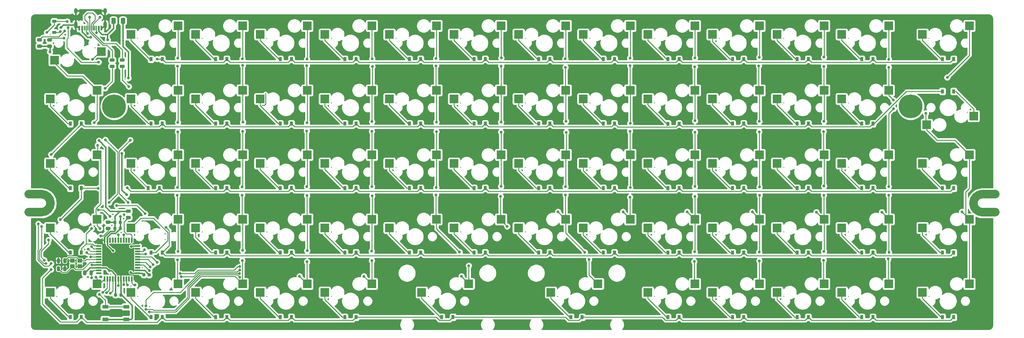
<source format=gbr>
%TF.GenerationSoftware,KiCad,Pcbnew,(5.1.6)-1*%
%TF.CreationDate,2020-08-12T01:23:20+02:00*%
%TF.ProjectId,boardswap,626f6172-6473-4776-9170-2e6b69636164,rev?*%
%TF.SameCoordinates,Original*%
%TF.FileFunction,Copper,L2,Bot*%
%TF.FilePolarity,Positive*%
%FSLAX46Y46*%
G04 Gerber Fmt 4.6, Leading zero omitted, Abs format (unit mm)*
G04 Created by KiCad (PCBNEW (5.1.6)-1) date 2020-08-12 01:23:20*
%MOMM*%
%LPD*%
G01*
G04 APERTURE LIST*
%TA.AperFunction,EtchedComponent*%
%ADD10C,2.501900*%
%TD*%
%TA.AperFunction,SMDPad,CuDef*%
%ADD11R,2.550000X2.500000*%
%TD*%
%TA.AperFunction,ComponentPad*%
%ADD12C,1.000000*%
%TD*%
%TA.AperFunction,ComponentPad*%
%ADD13C,7.000240*%
%TD*%
%TA.AperFunction,ComponentPad*%
%ADD14C,7.001300*%
%TD*%
%TA.AperFunction,SMDPad,CuDef*%
%ADD15R,1.500000X0.550000*%
%TD*%
%TA.AperFunction,SMDPad,CuDef*%
%ADD16R,0.550000X1.500000*%
%TD*%
%TA.AperFunction,SMDPad,CuDef*%
%ADD17R,1.400000X1.200000*%
%TD*%
%TA.AperFunction,SMDPad,CuDef*%
%ADD18R,1.800000X1.100000*%
%TD*%
%TA.AperFunction,SMDPad,CuDef*%
%ADD19R,0.600000X1.450000*%
%TD*%
%TA.AperFunction,SMDPad,CuDef*%
%ADD20R,0.300000X1.450000*%
%TD*%
%TA.AperFunction,ComponentPad*%
%ADD21O,1.000000X2.100000*%
%TD*%
%TA.AperFunction,ComponentPad*%
%ADD22O,1.000000X1.600000*%
%TD*%
%TA.AperFunction,SMDPad,CuDef*%
%ADD23R,0.900000X1.200000*%
%TD*%
%TA.AperFunction,SMDPad,CuDef*%
%ADD24R,1.200000X0.900000*%
%TD*%
%TA.AperFunction,ViaPad*%
%ADD25C,0.800000*%
%TD*%
%TA.AperFunction,Conductor*%
%ADD26C,0.254000*%
%TD*%
%TA.AperFunction,Conductor*%
%ADD27C,0.381000*%
%TD*%
%TA.AperFunction,Conductor*%
%ADD28C,0.127000*%
%TD*%
%TA.AperFunction,NonConductor*%
%ADD29C,0.254000*%
%TD*%
G04 APERTURE END LIST*
D10*
%TO.C,REF\u002A\u002A*%
X-18675000Y169663450D02*
X-14875000Y169663450D01*
X-18675000Y164361550D02*
X-14875000Y164361550D01*
X262525000Y169663450D02*
X266325000Y169663450D01*
X262525000Y164361550D02*
X266375000Y164361550D01*
X-14875000Y164361550D02*
G75*
G03*
X-12224050Y167012500I0J2650950D01*
G01*
X-12224050Y167012500D02*
G75*
G03*
X-14875000Y169663450I-2650950J0D01*
G01*
X259874050Y167012500D02*
G75*
G02*
X262525000Y169663450I2650950J0D01*
G01*
X262525000Y164361550D02*
G75*
G02*
X259874050Y167012500I0J2650950D01*
G01*
%TD*%
D11*
%TO.P,MX15,2*%
%TO.N,Net-(D15-Pad2)*%
X-12322500Y197802500D03*
%TO.P,MX15,1*%
%TO.N,COL0*%
X1527500Y200342500D03*
%TD*%
D12*
%TO.P,REF\u002A\u002A,1*%
%TO.N,N/C*%
X260686522Y165174022D03*
X262525000Y164412500D03*
X264567035Y164412500D03*
X264567035Y169612500D03*
X262525000Y169612500D03*
X260686522Y168850978D03*
X259925000Y167012500D03*
X-16917035Y164412500D03*
X-16917035Y169612500D03*
X-13036522Y165174022D03*
X-13036522Y168850978D03*
X-14875000Y164412500D03*
X-14875000Y169612500D03*
X-12275000Y167012500D03*
X242575000Y197929500D03*
X240175000Y197912500D03*
X240175000Y193312500D03*
X242575000Y193312500D03*
X241375000Y193312500D03*
X241375000Y197912500D03*
X8151346Y193986154D03*
X4898654Y193986154D03*
X8151346Y197238846D03*
X4898654Y197238846D03*
X6525000Y193312500D03*
X8825000Y195612500D03*
X4225000Y195612500D03*
X6525000Y197912500D03*
D13*
X241375000Y195612500D03*
D14*
X6525000Y195612500D03*
%TD*%
D15*
%TO.P,U1,44*%
%TO.N,+5V*%
X13439095Y146361545D03*
%TO.P,U1,43*%
%TO.N,GND*%
X13439095Y147161545D03*
%TO.P,U1,42*%
%TO.N,Net-(U1-Pad42)*%
X13439095Y147961545D03*
%TO.P,U1,41*%
%TO.N,COL6*%
X13439095Y148761545D03*
%TO.P,U1,40*%
%TO.N,COL7*%
X13439095Y149561545D03*
%TO.P,U1,39*%
%TO.N,COL8*%
X13439095Y150361545D03*
%TO.P,U1,38*%
%TO.N,COL9*%
X13439095Y151161545D03*
%TO.P,U1,37*%
%TO.N,COL10*%
X13439095Y151961545D03*
%TO.P,U1,36*%
%TO.N,COL11*%
X13439095Y152761545D03*
%TO.P,U1,35*%
%TO.N,GND*%
X13439095Y153561545D03*
%TO.P,U1,34*%
%TO.N,+5V*%
X13439095Y154361545D03*
D16*
%TO.P,U1,33*%
%TO.N,Net-(R4-Pad2)*%
X11739095Y156061545D03*
%TO.P,U1,32*%
%TO.N,Net-(U1-Pad32)*%
X10939095Y156061545D03*
%TO.P,U1,31*%
%TO.N,Net-(U1-Pad31)*%
X10139095Y156061545D03*
%TO.P,U1,30*%
%TO.N,COL12*%
X9339095Y156061545D03*
%TO.P,U1,29*%
%TO.N,Net-(U1-Pad29)*%
X8539095Y156061545D03*
%TO.P,U1,28*%
%TO.N,COL13*%
X7739095Y156061545D03*
%TO.P,U1,27*%
%TO.N,Net-(U1-Pad27)*%
X6939095Y156061545D03*
%TO.P,U1,26*%
%TO.N,Net-(U1-Pad26)*%
X6139095Y156061545D03*
%TO.P,U1,25*%
%TO.N,Net-(U1-Pad25)*%
X5339095Y156061545D03*
%TO.P,U1,24*%
%TO.N,+5V*%
X4539095Y156061545D03*
%TO.P,U1,23*%
%TO.N,GND*%
X3739095Y156061545D03*
D15*
%TO.P,U1,22*%
%TO.N,ROW3*%
X2039095Y154361545D03*
%TO.P,U1,21*%
%TO.N,ROW2*%
X2039095Y153561545D03*
%TO.P,U1,20*%
%TO.N,ROW1*%
X2039095Y152761545D03*
%TO.P,U1,19*%
%TO.N,ROW0*%
X2039095Y151961545D03*
%TO.P,U1,18*%
%TO.N,ROW4*%
X2039095Y151161545D03*
%TO.P,U1,17*%
%TO.N,Net-(C1-Pad1)*%
X2039095Y150361545D03*
%TO.P,U1,16*%
%TO.N,Net-(C2-Pad1)*%
X2039095Y149561545D03*
%TO.P,U1,15*%
%TO.N,GND*%
X2039095Y148761545D03*
%TO.P,U1,14*%
%TO.N,+5V*%
X2039095Y147961545D03*
%TO.P,U1,13*%
%TO.N,Net-(R1-Pad1)*%
X2039095Y147161545D03*
%TO.P,U1,12*%
%TO.N,Net-(U1-Pad12)*%
X2039095Y146361545D03*
D16*
%TO.P,U1,11*%
%TO.N,COL0*%
X3739095Y144661545D03*
%TO.P,U1,10*%
%TO.N,COL2*%
X4539095Y144661545D03*
%TO.P,U1,9*%
%TO.N,COL3*%
X5339095Y144661545D03*
%TO.P,U1,8*%
%TO.N,COL4*%
X6139095Y144661545D03*
%TO.P,U1,7*%
%TO.N,+5V*%
X6939095Y144661545D03*
%TO.P,U1,6*%
%TO.N,Net-(C3-Pad1)*%
X7739095Y144661545D03*
%TO.P,U1,5*%
%TO.N,GND*%
X8539095Y144661545D03*
%TO.P,U1,4*%
%TO.N,Net-(R2-Pad1)*%
X9339095Y144661545D03*
%TO.P,U1,3*%
%TO.N,Net-(R3-Pad1)*%
X10139095Y144661545D03*
%TO.P,U1,2*%
%TO.N,+5V*%
X10939095Y144661545D03*
%TO.P,U1,1*%
%TO.N,COL5*%
X11739095Y144661545D03*
%TD*%
%TO.P,C7,1*%
%TO.N,+5V*%
%TA.AperFunction,SMDPad,CuDef*%
G36*
G01*
X14848505Y145595925D02*
X14848505Y146108425D01*
G75*
G02*
X15067255Y146327175I218750J0D01*
G01*
X15504755Y146327175D01*
G75*
G02*
X15723505Y146108425I0J-218750D01*
G01*
X15723505Y145595925D01*
G75*
G02*
X15504755Y145377175I-218750J0D01*
G01*
X15067255Y145377175D01*
G75*
G02*
X14848505Y145595925I0J218750D01*
G01*
G37*
%TD.AperFunction*%
%TO.P,C7,2*%
%TO.N,GND*%
%TA.AperFunction,SMDPad,CuDef*%
G36*
G01*
X16423505Y145595925D02*
X16423505Y146108425D01*
G75*
G02*
X16642255Y146327175I218750J0D01*
G01*
X17079755Y146327175D01*
G75*
G02*
X17298505Y146108425I0J-218750D01*
G01*
X17298505Y145595925D01*
G75*
G02*
X17079755Y145377175I-218750J0D01*
G01*
X16642255Y145377175D01*
G75*
G02*
X16423505Y145595925I0J218750D01*
G01*
G37*
%TD.AperFunction*%
%TD*%
%TO.P,C6,1*%
%TO.N,+5V*%
%TA.AperFunction,SMDPad,CuDef*%
G36*
G01*
X6514095Y139642775D02*
X6514095Y140155275D01*
G75*
G02*
X6732845Y140374025I218750J0D01*
G01*
X7170345Y140374025D01*
G75*
G02*
X7389095Y140155275I0J-218750D01*
G01*
X7389095Y139642775D01*
G75*
G02*
X7170345Y139424025I-218750J0D01*
G01*
X6732845Y139424025D01*
G75*
G02*
X6514095Y139642775I0J218750D01*
G01*
G37*
%TD.AperFunction*%
%TO.P,C6,2*%
%TO.N,GND*%
%TA.AperFunction,SMDPad,CuDef*%
G36*
G01*
X8089095Y139642775D02*
X8089095Y140155275D01*
G75*
G02*
X8307845Y140374025I218750J0D01*
G01*
X8745345Y140374025D01*
G75*
G02*
X8964095Y140155275I0J-218750D01*
G01*
X8964095Y139642775D01*
G75*
G02*
X8745345Y139424025I-218750J0D01*
G01*
X8307845Y139424025D01*
G75*
G02*
X8089095Y139642775I0J218750D01*
G01*
G37*
%TD.AperFunction*%
%TD*%
%TO.P,C5,2*%
%TO.N,GND*%
%TA.AperFunction,SMDPad,CuDef*%
G36*
G01*
X7196910Y161586615D02*
X7196910Y161074115D01*
G75*
G02*
X6978160Y160855365I-218750J0D01*
G01*
X6540660Y160855365D01*
G75*
G02*
X6321910Y161074115I0J218750D01*
G01*
X6321910Y161586615D01*
G75*
G02*
X6540660Y161805365I218750J0D01*
G01*
X6978160Y161805365D01*
G75*
G02*
X7196910Y161586615I0J-218750D01*
G01*
G37*
%TD.AperFunction*%
%TO.P,C5,1*%
%TO.N,+5V*%
%TA.AperFunction,SMDPad,CuDef*%
G36*
G01*
X8771910Y161586615D02*
X8771910Y161074115D01*
G75*
G02*
X8553160Y160855365I-218750J0D01*
G01*
X8115660Y160855365D01*
G75*
G02*
X7896910Y161074115I0J218750D01*
G01*
X7896910Y161586615D01*
G75*
G02*
X8115660Y161805365I218750J0D01*
G01*
X8553160Y161805365D01*
G75*
G02*
X8771910Y161586615I0J-218750D01*
G01*
G37*
%TD.AperFunction*%
%TD*%
%TO.P,C4,1*%
%TO.N,+5V*%
%TA.AperFunction,SMDPad,CuDef*%
G36*
G01*
X8771910Y159800670D02*
X8771910Y159288170D01*
G75*
G02*
X8553160Y159069420I-218750J0D01*
G01*
X8115660Y159069420D01*
G75*
G02*
X7896910Y159288170I0J218750D01*
G01*
X7896910Y159800670D01*
G75*
G02*
X8115660Y160019420I218750J0D01*
G01*
X8553160Y160019420D01*
G75*
G02*
X8771910Y159800670I0J-218750D01*
G01*
G37*
%TD.AperFunction*%
%TO.P,C4,2*%
%TO.N,GND*%
%TA.AperFunction,SMDPad,CuDef*%
G36*
G01*
X7196910Y159800670D02*
X7196910Y159288170D01*
G75*
G02*
X6978160Y159069420I-218750J0D01*
G01*
X6540660Y159069420D01*
G75*
G02*
X6321910Y159288170I0J218750D01*
G01*
X6321910Y159800670D01*
G75*
G02*
X6540660Y160019420I218750J0D01*
G01*
X6978160Y160019420D01*
G75*
G02*
X7196910Y159800670I0J-218750D01*
G01*
G37*
%TD.AperFunction*%
%TD*%
D11*
%TO.P,MX68,2*%
%TO.N,Net-(D68-Pad2)*%
X244852500Y140652500D03*
%TO.P,MX68,1*%
%TO.N,COL13*%
X258702500Y143192500D03*
%TD*%
D17*
%TO.P,Y1,1*%
%TO.N,GND*%
X-3571890Y148319380D03*
%TO.P,Y1,2*%
%TO.N,Net-(C2-Pad1)*%
X-5771890Y148319380D03*
%TO.P,Y1,3*%
%TO.N,GND*%
X-5771890Y150019380D03*
%TO.P,Y1,4*%
%TO.N,Net-(C1-Pad1)*%
X-3571890Y150019380D03*
%TD*%
D18*
%TO.P,SW1,1*%
%TO.N,GND*%
X3920355Y132691190D03*
X10120355Y132691190D03*
%TO.P,SW1,2*%
%TO.N,Net-(R1-Pad1)*%
X3920355Y136391190D03*
X10120355Y136391190D03*
%TD*%
%TO.P,R6,2*%
%TO.N,Net-(J1-PadB5)*%
%TA.AperFunction,SMDPad,CuDef*%
G36*
G01*
X-15021940Y214763400D02*
X-15934440Y214763400D01*
G75*
G02*
X-16178190Y215007150I0J243750D01*
G01*
X-16178190Y215494650D01*
G75*
G02*
X-15934440Y215738400I243750J0D01*
G01*
X-15021940Y215738400D01*
G75*
G02*
X-14778190Y215494650I0J-243750D01*
G01*
X-14778190Y215007150D01*
G75*
G02*
X-15021940Y214763400I-243750J0D01*
G01*
G37*
%TD.AperFunction*%
%TO.P,R6,1*%
%TO.N,GND*%
%TA.AperFunction,SMDPad,CuDef*%
G36*
G01*
X-15021940Y212888400D02*
X-15934440Y212888400D01*
G75*
G02*
X-16178190Y213132150I0J243750D01*
G01*
X-16178190Y213619650D01*
G75*
G02*
X-15934440Y213863400I243750J0D01*
G01*
X-15021940Y213863400D01*
G75*
G02*
X-14778190Y213619650I0J-243750D01*
G01*
X-14778190Y213132150D01*
G75*
G02*
X-15021940Y212888400I-243750J0D01*
G01*
G37*
%TD.AperFunction*%
%TD*%
%TO.P,R5,2*%
%TO.N,Net-(J1-PadA5)*%
%TA.AperFunction,SMDPad,CuDef*%
G36*
G01*
X-12045365Y214763400D02*
X-12957865Y214763400D01*
G75*
G02*
X-13201615Y215007150I0J243750D01*
G01*
X-13201615Y215494650D01*
G75*
G02*
X-12957865Y215738400I243750J0D01*
G01*
X-12045365Y215738400D01*
G75*
G02*
X-11801615Y215494650I0J-243750D01*
G01*
X-11801615Y215007150D01*
G75*
G02*
X-12045365Y214763400I-243750J0D01*
G01*
G37*
%TD.AperFunction*%
%TO.P,R5,1*%
%TO.N,GND*%
%TA.AperFunction,SMDPad,CuDef*%
G36*
G01*
X-12045365Y212888400D02*
X-12957865Y212888400D01*
G75*
G02*
X-13201615Y213132150I0J243750D01*
G01*
X-13201615Y213619650D01*
G75*
G02*
X-12957865Y213863400I243750J0D01*
G01*
X-12045365Y213863400D01*
G75*
G02*
X-11801615Y213619650I0J-243750D01*
G01*
X-11801615Y213132150D01*
G75*
G02*
X-12045365Y212888400I-243750J0D01*
G01*
G37*
%TD.AperFunction*%
%TD*%
%TO.P,R4,2*%
%TO.N,Net-(R4-Pad2)*%
%TA.AperFunction,SMDPad,CuDef*%
G36*
G01*
X10259420Y163261625D02*
X11171920Y163261625D01*
G75*
G02*
X11415670Y163017875I0J-243750D01*
G01*
X11415670Y162530375D01*
G75*
G02*
X11171920Y162286625I-243750J0D01*
G01*
X10259420Y162286625D01*
G75*
G02*
X10015670Y162530375I0J243750D01*
G01*
X10015670Y163017875D01*
G75*
G02*
X10259420Y163261625I243750J0D01*
G01*
G37*
%TD.AperFunction*%
%TO.P,R4,1*%
%TO.N,GND*%
%TA.AperFunction,SMDPad,CuDef*%
G36*
G01*
X10259420Y165136625D02*
X11171920Y165136625D01*
G75*
G02*
X11415670Y164892875I0J-243750D01*
G01*
X11415670Y164405375D01*
G75*
G02*
X11171920Y164161625I-243750J0D01*
G01*
X10259420Y164161625D01*
G75*
G02*
X10015670Y164405375I0J243750D01*
G01*
X10015670Y164892875D01*
G75*
G02*
X10259420Y165136625I243750J0D01*
G01*
G37*
%TD.AperFunction*%
%TD*%
%TO.P,R3,2*%
%TO.N,D-*%
%TA.AperFunction,SMDPad,CuDef*%
G36*
G01*
X9385975Y208810250D02*
X8473475Y208810250D01*
G75*
G02*
X8229725Y209054000I0J243750D01*
G01*
X8229725Y209541500D01*
G75*
G02*
X8473475Y209785250I243750J0D01*
G01*
X9385975Y209785250D01*
G75*
G02*
X9629725Y209541500I0J-243750D01*
G01*
X9629725Y209054000D01*
G75*
G02*
X9385975Y208810250I-243750J0D01*
G01*
G37*
%TD.AperFunction*%
%TO.P,R3,1*%
%TO.N,Net-(R3-Pad1)*%
%TA.AperFunction,SMDPad,CuDef*%
G36*
G01*
X9385975Y206935250D02*
X8473475Y206935250D01*
G75*
G02*
X8229725Y207179000I0J243750D01*
G01*
X8229725Y207666500D01*
G75*
G02*
X8473475Y207910250I243750J0D01*
G01*
X9385975Y207910250D01*
G75*
G02*
X9629725Y207666500I0J-243750D01*
G01*
X9629725Y207179000D01*
G75*
G02*
X9385975Y206935250I-243750J0D01*
G01*
G37*
%TD.AperFunction*%
%TD*%
%TO.P,R2,2*%
%TO.N,D+*%
%TA.AperFunction,SMDPad,CuDef*%
G36*
G01*
X6409400Y208810250D02*
X5496900Y208810250D01*
G75*
G02*
X5253150Y209054000I0J243750D01*
G01*
X5253150Y209541500D01*
G75*
G02*
X5496900Y209785250I243750J0D01*
G01*
X6409400Y209785250D01*
G75*
G02*
X6653150Y209541500I0J-243750D01*
G01*
X6653150Y209054000D01*
G75*
G02*
X6409400Y208810250I-243750J0D01*
G01*
G37*
%TD.AperFunction*%
%TO.P,R2,1*%
%TO.N,Net-(R2-Pad1)*%
%TA.AperFunction,SMDPad,CuDef*%
G36*
G01*
X6409400Y206935250D02*
X5496900Y206935250D01*
G75*
G02*
X5253150Y207179000I0J243750D01*
G01*
X5253150Y207666500D01*
G75*
G02*
X5496900Y207910250I243750J0D01*
G01*
X6409400Y207910250D01*
G75*
G02*
X6653150Y207666500I0J-243750D01*
G01*
X6653150Y207179000D01*
G75*
G02*
X6409400Y206935250I-243750J0D01*
G01*
G37*
%TD.AperFunction*%
%TD*%
%TO.P,R1,2*%
%TO.N,+5V*%
%TA.AperFunction,SMDPad,CuDef*%
G36*
G01*
X-1640630Y146903740D02*
X-1640630Y145991240D01*
G75*
G02*
X-1884380Y145747490I-243750J0D01*
G01*
X-2371880Y145747490D01*
G75*
G02*
X-2615630Y145991240I0J243750D01*
G01*
X-2615630Y146903740D01*
G75*
G02*
X-2371880Y147147490I243750J0D01*
G01*
X-1884380Y147147490D01*
G75*
G02*
X-1640630Y146903740I0J-243750D01*
G01*
G37*
%TD.AperFunction*%
%TO.P,R1,1*%
%TO.N,Net-(R1-Pad1)*%
%TA.AperFunction,SMDPad,CuDef*%
G36*
G01*
X234370Y146903740D02*
X234370Y145991240D01*
G75*
G02*
X-9380Y145747490I-243750J0D01*
G01*
X-496880Y145747490D01*
G75*
G02*
X-740630Y145991240I0J243750D01*
G01*
X-740630Y146903740D01*
G75*
G02*
X-496880Y147147490I243750J0D01*
G01*
X-9380Y147147490D01*
G75*
G02*
X234370Y146903740I0J-243750D01*
G01*
G37*
%TD.AperFunction*%
%TD*%
D11*
%TO.P,MX67,2*%
%TO.N,Net-(D67-Pad2)*%
X221040000Y140652500D03*
%TO.P,MX67,1*%
%TO.N,COL12*%
X234890000Y143192500D03*
%TD*%
%TO.P,MX66,2*%
%TO.N,Net-(D66-Pad2)*%
X201990000Y140652500D03*
%TO.P,MX66,1*%
%TO.N,COL11*%
X215840000Y143192500D03*
%TD*%
%TO.P,MX65,2*%
%TO.N,Net-(D65-Pad2)*%
X182940000Y140652500D03*
%TO.P,MX65,1*%
%TO.N,COL10*%
X196790000Y143192500D03*
%TD*%
%TO.P,MX64,2*%
%TO.N,Net-(D64-Pad2)*%
X163890000Y140652500D03*
%TO.P,MX64,1*%
%TO.N,COL9*%
X177740000Y143192500D03*
%TD*%
%TO.P,MX63,2*%
%TO.N,Net-(D63-Pad2)*%
X135315000Y140652500D03*
%TO.P,MX63,1*%
%TO.N,COL7*%
X149165000Y143192500D03*
%TD*%
%TO.P,MX62,2*%
%TO.N,Net-(D62-Pad2)*%
X97215000Y140652500D03*
%TO.P,MX62,1*%
%TO.N,COL5*%
X111065000Y143192500D03*
%TD*%
%TO.P,MX61,2*%
%TO.N,Net-(D61-Pad2)*%
X68640000Y140652500D03*
%TO.P,MX61,1*%
%TO.N,COL4*%
X82490000Y143192500D03*
%TD*%
%TO.P,MX60,2*%
%TO.N,Net-(D60-Pad2)*%
X49590000Y140652500D03*
%TO.P,MX60,1*%
%TO.N,COL3*%
X63440000Y143192500D03*
%TD*%
%TO.P,MX59,2*%
%TO.N,Net-(D59-Pad2)*%
X30540000Y140652500D03*
%TO.P,MX59,1*%
%TO.N,COL2*%
X44390000Y143192500D03*
%TD*%
%TO.P,MX58,2*%
%TO.N,Net-(D58-Pad2)*%
X11490000Y140652500D03*
%TO.P,MX58,1*%
%TO.N,COL1*%
X25340000Y143192500D03*
%TD*%
%TO.P,MX57,2*%
%TO.N,Net-(D57-Pad2)*%
X-12322500Y140652500D03*
%TO.P,MX57,1*%
%TO.N,COL0*%
X1527500Y143192500D03*
%TD*%
%TO.P,MX56,2*%
%TO.N,Net-(D56-Pad2)*%
X244852500Y159702500D03*
%TO.P,MX56,1*%
%TO.N,COL13*%
X258702500Y162242500D03*
%TD*%
%TO.P,MX55,2*%
%TO.N,Net-(D55-Pad2)*%
X221040000Y159702500D03*
%TO.P,MX55,1*%
%TO.N,COL12*%
X234890000Y162242500D03*
%TD*%
%TO.P,MX54,2*%
%TO.N,Net-(D54-Pad2)*%
X201990000Y159702500D03*
%TO.P,MX54,1*%
%TO.N,COL11*%
X215840000Y162242500D03*
%TD*%
%TO.P,MX53,2*%
%TO.N,Net-(D53-Pad2)*%
X182940000Y159702500D03*
%TO.P,MX53,1*%
%TO.N,COL10*%
X196790000Y162242500D03*
%TD*%
%TO.P,MX52,2*%
%TO.N,Net-(D52-Pad2)*%
X163890000Y159702500D03*
%TO.P,MX52,1*%
%TO.N,COL9*%
X177740000Y162242500D03*
%TD*%
%TO.P,MX51,2*%
%TO.N,Net-(D51-Pad2)*%
X144840000Y159702500D03*
%TO.P,MX51,1*%
%TO.N,COL8*%
X158690000Y162242500D03*
%TD*%
%TO.P,MX50,2*%
%TO.N,Net-(D50-Pad2)*%
X125790000Y159702500D03*
%TO.P,MX50,1*%
%TO.N,COL7*%
X139640000Y162242500D03*
%TD*%
%TO.P,MX49,2*%
%TO.N,Net-(D49-Pad2)*%
X106740000Y159702500D03*
%TO.P,MX49,1*%
%TO.N,COL6*%
X120590000Y162242500D03*
%TD*%
%TO.P,MX48,2*%
%TO.N,Net-(D48-Pad2)*%
X87690000Y159702500D03*
%TO.P,MX48,1*%
%TO.N,COL5*%
X101540000Y162242500D03*
%TD*%
%TO.P,MX47,2*%
%TO.N,Net-(D47-Pad2)*%
X68640000Y159702500D03*
%TO.P,MX47,1*%
%TO.N,COL4*%
X82490000Y162242500D03*
%TD*%
%TO.P,MX46,2*%
%TO.N,Net-(D46-Pad2)*%
X49590000Y159702500D03*
%TO.P,MX46,1*%
%TO.N,COL3*%
X63440000Y162242500D03*
%TD*%
%TO.P,MX45,2*%
%TO.N,Net-(D45-Pad2)*%
X30540000Y159702500D03*
%TO.P,MX45,1*%
%TO.N,COL2*%
X44390000Y162242500D03*
%TD*%
%TO.P,MX44,2*%
%TO.N,Net-(D44-Pad2)*%
X11490000Y159702500D03*
%TO.P,MX44,1*%
%TO.N,COL1*%
X25340000Y162242500D03*
%TD*%
%TO.P,MX43,2*%
%TO.N,Net-(D43-Pad2)*%
X-12322500Y159702500D03*
%TO.P,MX43,1*%
%TO.N,COL0*%
X1527500Y162242500D03*
%TD*%
%TO.P,MX42,2*%
%TO.N,Net-(D42-Pad2)*%
X244852500Y178752500D03*
%TO.P,MX42,1*%
%TO.N,COL13*%
X258702500Y181292500D03*
%TD*%
%TO.P,MX41,2*%
%TO.N,Net-(D41-Pad2)*%
X221040000Y178752500D03*
%TO.P,MX41,1*%
%TO.N,COL12*%
X234890000Y181292500D03*
%TD*%
%TO.P,MX40,2*%
%TO.N,Net-(D40-Pad2)*%
X201990000Y178752500D03*
%TO.P,MX40,1*%
%TO.N,COL11*%
X215840000Y181292500D03*
%TD*%
%TO.P,MX39,2*%
%TO.N,Net-(D39-Pad2)*%
X182940000Y178752500D03*
%TO.P,MX39,1*%
%TO.N,COL10*%
X196790000Y181292500D03*
%TD*%
%TO.P,MX38,2*%
%TO.N,Net-(D38-Pad2)*%
X163890000Y178752500D03*
%TO.P,MX38,1*%
%TO.N,COL9*%
X177740000Y181292500D03*
%TD*%
%TO.P,MX37,2*%
%TO.N,Net-(D37-Pad2)*%
X144840000Y178752500D03*
%TO.P,MX37,1*%
%TO.N,COL8*%
X158690000Y181292500D03*
%TD*%
%TO.P,MX36,2*%
%TO.N,Net-(D36-Pad2)*%
X125790000Y178752500D03*
%TO.P,MX36,1*%
%TO.N,COL7*%
X139640000Y181292500D03*
%TD*%
%TO.P,MX35,2*%
%TO.N,Net-(D35-Pad2)*%
X106740000Y178752500D03*
%TO.P,MX35,1*%
%TO.N,COL6*%
X120590000Y181292500D03*
%TD*%
%TO.P,MX34,2*%
%TO.N,Net-(D34-Pad2)*%
X87690000Y178752500D03*
%TO.P,MX34,1*%
%TO.N,COL5*%
X101540000Y181292500D03*
%TD*%
%TO.P,MX33,2*%
%TO.N,Net-(D33-Pad2)*%
X68640000Y178752500D03*
%TO.P,MX33,1*%
%TO.N,COL4*%
X82490000Y181292500D03*
%TD*%
%TO.P,MX32,2*%
%TO.N,Net-(D32-Pad2)*%
X49590000Y178752500D03*
%TO.P,MX32,1*%
%TO.N,COL3*%
X63440000Y181292500D03*
%TD*%
%TO.P,MX31,2*%
%TO.N,Net-(D31-Pad2)*%
X30540000Y178752500D03*
%TO.P,MX31,1*%
%TO.N,COL2*%
X44390000Y181292500D03*
%TD*%
%TO.P,MX30,2*%
%TO.N,Net-(D30-Pad2)*%
X11490000Y178752500D03*
%TO.P,MX30,1*%
%TO.N,COL1*%
X25340000Y181292500D03*
%TD*%
%TO.P,MX29,2*%
%TO.N,Net-(D29-Pad2)*%
X-12322500Y178752500D03*
%TO.P,MX29,1*%
%TO.N,COL0*%
X1527500Y181292500D03*
%TD*%
%TO.P,MX28,2*%
%TO.N,Net-(D28-Pad2)*%
X259972500Y192722500D03*
%TO.P,MX28,1*%
%TO.N,COL13*%
X246122500Y190182500D03*
%TD*%
%TO.P,MX27,2*%
%TO.N,Net-(D27-Pad2)*%
X221040000Y197802500D03*
%TO.P,MX27,1*%
%TO.N,COL12*%
X234890000Y200342500D03*
%TD*%
%TO.P,MX26,2*%
%TO.N,Net-(D26-Pad2)*%
X201990000Y197802500D03*
%TO.P,MX26,1*%
%TO.N,COL11*%
X215840000Y200342500D03*
%TD*%
%TO.P,MX25,2*%
%TO.N,Net-(D25-Pad2)*%
X182940000Y197802500D03*
%TO.P,MX25,1*%
%TO.N,COL10*%
X196790000Y200342500D03*
%TD*%
%TO.P,MX24,2*%
%TO.N,Net-(D24-Pad2)*%
X163890000Y197802500D03*
%TO.P,MX24,1*%
%TO.N,COL9*%
X177740000Y200342500D03*
%TD*%
%TO.P,MX23,2*%
%TO.N,Net-(D23-Pad2)*%
X144840000Y197802500D03*
%TO.P,MX23,1*%
%TO.N,COL8*%
X158690000Y200342500D03*
%TD*%
%TO.P,MX22,2*%
%TO.N,Net-(D22-Pad2)*%
X125790000Y197802500D03*
%TO.P,MX22,1*%
%TO.N,COL7*%
X139640000Y200342500D03*
%TD*%
%TO.P,MX21,2*%
%TO.N,Net-(D21-Pad2)*%
X106740000Y197802500D03*
%TO.P,MX21,1*%
%TO.N,COL6*%
X120590000Y200342500D03*
%TD*%
%TO.P,MX20,2*%
%TO.N,Net-(D20-Pad2)*%
X87690000Y197802500D03*
%TO.P,MX20,1*%
%TO.N,COL5*%
X101540000Y200342500D03*
%TD*%
%TO.P,MX19,2*%
%TO.N,Net-(D19-Pad2)*%
X68640000Y197802500D03*
%TO.P,MX19,1*%
%TO.N,COL4*%
X82490000Y200342500D03*
%TD*%
%TO.P,MX18,2*%
%TO.N,Net-(D18-Pad2)*%
X49590000Y197802500D03*
%TO.P,MX18,1*%
%TO.N,COL3*%
X63440000Y200342500D03*
%TD*%
%TO.P,MX17,2*%
%TO.N,Net-(D17-Pad2)*%
X30540000Y197802500D03*
%TO.P,MX17,1*%
%TO.N,COL2*%
X44390000Y200342500D03*
%TD*%
%TO.P,MX16,2*%
%TO.N,Net-(D16-Pad2)*%
X11490000Y197802500D03*
%TO.P,MX16,1*%
%TO.N,COL1*%
X25340000Y200342500D03*
%TD*%
%TO.P,MX14,2*%
%TO.N,Net-(D14-Pad2)*%
X244852500Y216852500D03*
%TO.P,MX14,1*%
%TO.N,COL13*%
X258702500Y219392500D03*
%TD*%
%TO.P,MX13,2*%
%TO.N,Net-(D13-Pad2)*%
X221040000Y216852500D03*
%TO.P,MX13,1*%
%TO.N,COL12*%
X234890000Y219392500D03*
%TD*%
%TO.P,MX12,2*%
%TO.N,Net-(D12-Pad2)*%
X201990000Y216852500D03*
%TO.P,MX12,1*%
%TO.N,COL11*%
X215840000Y219392500D03*
%TD*%
%TO.P,MX11,2*%
%TO.N,Net-(D11-Pad2)*%
X182940000Y216852500D03*
%TO.P,MX11,1*%
%TO.N,COL10*%
X196790000Y219392500D03*
%TD*%
%TO.P,MX10,2*%
%TO.N,Net-(D10-Pad2)*%
X163890000Y216852500D03*
%TO.P,MX10,1*%
%TO.N,COL9*%
X177740000Y219392500D03*
%TD*%
%TO.P,MX9,2*%
%TO.N,Net-(D9-Pad2)*%
X144840000Y216852500D03*
%TO.P,MX9,1*%
%TO.N,COL8*%
X158690000Y219392500D03*
%TD*%
%TO.P,MX8,2*%
%TO.N,Net-(D8-Pad2)*%
X125790000Y216852500D03*
%TO.P,MX8,1*%
%TO.N,COL7*%
X139640000Y219392500D03*
%TD*%
%TO.P,MX7,2*%
%TO.N,Net-(D7-Pad2)*%
X106740000Y216852500D03*
%TO.P,MX7,1*%
%TO.N,COL6*%
X120590000Y219392500D03*
%TD*%
%TO.P,MX6,2*%
%TO.N,Net-(D6-Pad2)*%
X87690000Y216852500D03*
%TO.P,MX6,1*%
%TO.N,COL5*%
X101540000Y219392500D03*
%TD*%
%TO.P,MX5,2*%
%TO.N,Net-(D5-Pad2)*%
X68640000Y216852500D03*
%TO.P,MX5,1*%
%TO.N,COL4*%
X82490000Y219392500D03*
%TD*%
%TO.P,MX4,2*%
%TO.N,Net-(D4-Pad2)*%
X49590000Y216852500D03*
%TO.P,MX4,1*%
%TO.N,COL3*%
X63440000Y219392500D03*
%TD*%
%TO.P,MX3,2*%
%TO.N,Net-(D3-Pad2)*%
X30540000Y216852500D03*
%TO.P,MX3,1*%
%TO.N,COL2*%
X44390000Y219392500D03*
%TD*%
%TO.P,MX2,2*%
%TO.N,Net-(D2-Pad2)*%
X11490000Y216852500D03*
%TO.P,MX2,1*%
%TO.N,COL1*%
X25340000Y219392500D03*
%TD*%
%TO.P,MX1,2*%
%TO.N,Net-(D1-Pad2)*%
X2797500Y211772500D03*
%TO.P,MX1,1*%
%TO.N,COL0*%
X-11052500Y209232500D03*
%TD*%
D19*
%TO.P,J1,B1*%
%TO.N,GND*%
X2780000Y218742500D03*
%TO.P,J1,A9*%
%TO.N,VCC*%
X1980000Y218742500D03*
%TO.P,J1,B9*%
X-2920000Y218742500D03*
%TO.P,J1,B12*%
%TO.N,GND*%
X-3720000Y218742500D03*
%TO.P,J1,A1*%
X-3720000Y218742500D03*
%TO.P,J1,A4*%
%TO.N,VCC*%
X-2920000Y218742500D03*
%TO.P,J1,B4*%
X1980000Y218742500D03*
%TO.P,J1,A12*%
%TO.N,GND*%
X2780000Y218742500D03*
D20*
%TO.P,J1,B8*%
%TO.N,Net-(J1-PadB8)*%
X-2220000Y218742500D03*
%TO.P,J1,A5*%
%TO.N,Net-(J1-PadA5)*%
X-1720000Y218742500D03*
%TO.P,J1,B7*%
%TO.N,D-*%
X-1220000Y218742500D03*
%TO.P,J1,A7*%
X-220000Y218742500D03*
%TO.P,J1,B6*%
%TO.N,D+*%
X280000Y218742500D03*
%TO.P,J1,A8*%
%TO.N,Net-(J1-PadA8)*%
X780000Y218742500D03*
%TO.P,J1,B5*%
%TO.N,Net-(J1-PadB5)*%
X1280000Y218742500D03*
%TO.P,J1,A6*%
%TO.N,D+*%
X-720000Y218742500D03*
D21*
%TO.P,J1,S1*%
%TO.N,GND*%
X3850000Y219657500D03*
X-4790000Y219657500D03*
D22*
X-4790000Y223837500D03*
X3850000Y223837500D03*
%TD*%
%TO.P,F1,2*%
%TO.N,VCC*%
%TA.AperFunction,SMDPad,CuDef*%
G36*
G01*
X6964095Y221486865D02*
X6964095Y220236865D01*
G75*
G02*
X6714095Y219986865I-250000J0D01*
G01*
X5964095Y219986865D01*
G75*
G02*
X5714095Y220236865I0J250000D01*
G01*
X5714095Y221486865D01*
G75*
G02*
X5964095Y221736865I250000J0D01*
G01*
X6714095Y221736865D01*
G75*
G02*
X6964095Y221486865I0J-250000D01*
G01*
G37*
%TD.AperFunction*%
%TO.P,F1,1*%
%TO.N,+5V*%
%TA.AperFunction,SMDPad,CuDef*%
G36*
G01*
X9764095Y221486865D02*
X9764095Y220236865D01*
G75*
G02*
X9514095Y219986865I-250000J0D01*
G01*
X8764095Y219986865D01*
G75*
G02*
X8514095Y220236865I0J250000D01*
G01*
X8514095Y221486865D01*
G75*
G02*
X8764095Y221736865I250000J0D01*
G01*
X9514095Y221736865D01*
G75*
G02*
X9764095Y221486865I0J-250000D01*
G01*
G37*
%TD.AperFunction*%
%TD*%
D23*
%TO.P,D68,2*%
%TO.N,Net-(D68-Pad2)*%
X250763560Y133350000D03*
%TO.P,D68,1*%
%TO.N,ROW4*%
X254063560Y133350000D03*
%TD*%
%TO.P,D67,2*%
%TO.N,Net-(D67-Pad2)*%
X226950960Y133350000D03*
%TO.P,D67,1*%
%TO.N,ROW4*%
X230250960Y133350000D03*
%TD*%
%TO.P,D66,2*%
%TO.N,Net-(D66-Pad2)*%
X207900880Y133350560D03*
%TO.P,D66,1*%
%TO.N,ROW4*%
X211200880Y133350560D03*
%TD*%
%TO.P,D65,2*%
%TO.N,Net-(D65-Pad2)*%
X188850800Y133350560D03*
%TO.P,D65,1*%
%TO.N,ROW4*%
X192150800Y133350560D03*
%TD*%
%TO.P,D64,2*%
%TO.N,Net-(D64-Pad2)*%
X169800720Y133350560D03*
%TO.P,D64,1*%
%TO.N,ROW4*%
X173100720Y133350560D03*
%TD*%
%TO.P,D63,2*%
%TO.N,Net-(D63-Pad2)*%
X141225600Y133350560D03*
%TO.P,D63,1*%
%TO.N,ROW4*%
X144525600Y133350560D03*
%TD*%
%TO.P,D62,2*%
%TO.N,Net-(D62-Pad2)*%
X103125440Y133350560D03*
%TO.P,D62,1*%
%TO.N,ROW4*%
X106425440Y133350560D03*
%TD*%
%TO.P,D61,2*%
%TO.N,Net-(D61-Pad2)*%
X74550320Y133350560D03*
%TO.P,D61,1*%
%TO.N,ROW4*%
X77850320Y133350560D03*
%TD*%
%TO.P,D60,2*%
%TO.N,Net-(D60-Pad2)*%
X55500240Y133350560D03*
%TO.P,D60,1*%
%TO.N,ROW4*%
X58800240Y133350560D03*
%TD*%
%TO.P,D59,2*%
%TO.N,Net-(D59-Pad2)*%
X36450160Y133350560D03*
%TO.P,D59,1*%
%TO.N,ROW4*%
X39750160Y133350560D03*
%TD*%
%TO.P,D58,2*%
%TO.N,Net-(D58-Pad2)*%
X17400080Y133350000D03*
%TO.P,D58,1*%
%TO.N,ROW4*%
X20700080Y133350000D03*
%TD*%
%TO.P,D57,2*%
%TO.N,Net-(D57-Pad2)*%
X-6412520Y133350000D03*
%TO.P,D57,1*%
%TO.N,ROW4*%
X-3112520Y133350000D03*
%TD*%
%TO.P,D56,2*%
%TO.N,Net-(D56-Pad2)*%
X250763560Y152400640D03*
%TO.P,D56,1*%
%TO.N,ROW3*%
X254063560Y152400640D03*
%TD*%
%TO.P,D55,2*%
%TO.N,Net-(D55-Pad2)*%
X226950960Y152400000D03*
%TO.P,D55,1*%
%TO.N,ROW3*%
X230250960Y152400000D03*
%TD*%
%TO.P,D54,2*%
%TO.N,Net-(D54-Pad2)*%
X207900880Y152400640D03*
%TO.P,D54,1*%
%TO.N,ROW3*%
X211200880Y152400640D03*
%TD*%
%TO.P,D53,2*%
%TO.N,Net-(D53-Pad2)*%
X188850800Y152400000D03*
%TO.P,D53,1*%
%TO.N,ROW3*%
X192150800Y152400000D03*
%TD*%
%TO.P,D52,2*%
%TO.N,Net-(D52-Pad2)*%
X169800720Y152400640D03*
%TO.P,D52,1*%
%TO.N,ROW3*%
X173100720Y152400640D03*
%TD*%
%TO.P,D51,2*%
%TO.N,Net-(D51-Pad2)*%
X150750640Y152400000D03*
%TO.P,D51,1*%
%TO.N,ROW3*%
X154050640Y152400000D03*
%TD*%
%TO.P,D50,2*%
%TO.N,Net-(D50-Pad2)*%
X131700560Y152400000D03*
%TO.P,D50,1*%
%TO.N,ROW3*%
X135000560Y152400000D03*
%TD*%
%TO.P,D49,2*%
%TO.N,Net-(D49-Pad2)*%
X112650480Y152400000D03*
%TO.P,D49,1*%
%TO.N,ROW3*%
X115950480Y152400000D03*
%TD*%
%TO.P,D48,2*%
%TO.N,Net-(D48-Pad2)*%
X93600400Y152400640D03*
%TO.P,D48,1*%
%TO.N,ROW3*%
X96900400Y152400640D03*
%TD*%
%TO.P,D47,2*%
%TO.N,Net-(D47-Pad2)*%
X74550320Y152400640D03*
%TO.P,D47,1*%
%TO.N,ROW3*%
X77850320Y152400640D03*
%TD*%
%TO.P,D46,2*%
%TO.N,Net-(D46-Pad2)*%
X55500240Y152400640D03*
%TO.P,D46,1*%
%TO.N,ROW3*%
X58800240Y152400640D03*
%TD*%
%TO.P,D45,2*%
%TO.N,Net-(D45-Pad2)*%
X36450160Y152400640D03*
%TO.P,D45,1*%
%TO.N,ROW3*%
X39750160Y152400640D03*
%TD*%
%TO.P,D44,2*%
%TO.N,Net-(D44-Pad2)*%
X17400080Y152400000D03*
%TO.P,D44,1*%
%TO.N,ROW3*%
X20700080Y152400000D03*
%TD*%
%TO.P,D43,2*%
%TO.N,Net-(D43-Pad2)*%
X-6412520Y152400640D03*
%TO.P,D43,1*%
%TO.N,ROW3*%
X-3112520Y152400640D03*
%TD*%
%TO.P,D42,2*%
%TO.N,Net-(D42-Pad2)*%
X250763560Y171450000D03*
%TO.P,D42,1*%
%TO.N,ROW2*%
X254063560Y171450000D03*
%TD*%
%TO.P,D41,2*%
%TO.N,Net-(D41-Pad2)*%
X226950960Y171450000D03*
%TO.P,D41,1*%
%TO.N,ROW2*%
X230250960Y171450000D03*
%TD*%
%TO.P,D40,2*%
%TO.N,Net-(D40-Pad2)*%
X207900880Y171450000D03*
%TO.P,D40,1*%
%TO.N,ROW2*%
X211200880Y171450000D03*
%TD*%
%TO.P,D39,2*%
%TO.N,Net-(D39-Pad2)*%
X188850800Y171450000D03*
%TO.P,D39,1*%
%TO.N,ROW2*%
X192150800Y171450000D03*
%TD*%
%TO.P,D38,2*%
%TO.N,Net-(D38-Pad2)*%
X169800720Y171450720D03*
%TO.P,D38,1*%
%TO.N,ROW2*%
X173100720Y171450720D03*
%TD*%
%TO.P,D37,2*%
%TO.N,Net-(D37-Pad2)*%
X150750640Y171450000D03*
%TO.P,D37,1*%
%TO.N,ROW2*%
X154050640Y171450000D03*
%TD*%
%TO.P,D36,2*%
%TO.N,Net-(D36-Pad2)*%
X131700560Y171450720D03*
%TO.P,D36,1*%
%TO.N,ROW2*%
X135000560Y171450720D03*
%TD*%
%TO.P,D35,2*%
%TO.N,Net-(D35-Pad2)*%
X112650480Y171450000D03*
%TO.P,D35,1*%
%TO.N,ROW2*%
X115950480Y171450000D03*
%TD*%
%TO.P,D34,2*%
%TO.N,Net-(D34-Pad2)*%
X93600400Y171450720D03*
%TO.P,D34,1*%
%TO.N,ROW2*%
X96900400Y171450720D03*
%TD*%
%TO.P,D33,2*%
%TO.N,Net-(D33-Pad2)*%
X74550320Y171450000D03*
%TO.P,D33,1*%
%TO.N,ROW2*%
X77850320Y171450000D03*
%TD*%
%TO.P,D32,2*%
%TO.N,Net-(D32-Pad2)*%
X55500240Y171450000D03*
%TO.P,D32,1*%
%TO.N,ROW2*%
X58800240Y171450000D03*
%TD*%
%TO.P,D31,2*%
%TO.N,Net-(D31-Pad2)*%
X36450160Y171450720D03*
%TO.P,D31,1*%
%TO.N,ROW2*%
X39750160Y171450720D03*
%TD*%
%TO.P,D30,1*%
%TO.N,ROW2*%
X19843750Y171450000D03*
%TO.P,D30,2*%
%TO.N,Net-(D30-Pad2)*%
X16543750Y171450000D03*
%TD*%
%TO.P,D29,2*%
%TO.N,Net-(D29-Pad2)*%
X-6412520Y171450000D03*
%TO.P,D29,1*%
%TO.N,ROW2*%
X-3112520Y171450000D03*
%TD*%
%TO.P,D28,2*%
%TO.N,Net-(D28-Pad2)*%
X254063560Y200025840D03*
%TO.P,D28,1*%
%TO.N,ROW1*%
X250763560Y200025840D03*
%TD*%
%TO.P,D27,2*%
%TO.N,Net-(D27-Pad2)*%
X226950960Y190500000D03*
%TO.P,D27,1*%
%TO.N,ROW1*%
X230250960Y190500000D03*
%TD*%
%TO.P,D26,2*%
%TO.N,Net-(D26-Pad2)*%
X207900880Y190500800D03*
%TO.P,D26,1*%
%TO.N,ROW1*%
X211200880Y190500800D03*
%TD*%
%TO.P,D25,2*%
%TO.N,Net-(D25-Pad2)*%
X188850800Y190500000D03*
%TO.P,D25,1*%
%TO.N,ROW1*%
X192150800Y190500000D03*
%TD*%
%TO.P,D24,2*%
%TO.N,Net-(D24-Pad2)*%
X169800720Y190437500D03*
%TO.P,D24,1*%
%TO.N,ROW1*%
X173100720Y190437500D03*
%TD*%
%TO.P,D23,2*%
%TO.N,Net-(D23-Pad2)*%
X150750640Y190500800D03*
%TO.P,D23,1*%
%TO.N,ROW1*%
X154050640Y190500800D03*
%TD*%
%TO.P,D22,2*%
%TO.N,Net-(D22-Pad2)*%
X131700560Y190500000D03*
%TO.P,D22,1*%
%TO.N,ROW1*%
X135000560Y190500000D03*
%TD*%
%TO.P,D21,2*%
%TO.N,Net-(D21-Pad2)*%
X112650480Y190500000D03*
%TO.P,D21,1*%
%TO.N,ROW1*%
X115950480Y190500000D03*
%TD*%
%TO.P,D20,2*%
%TO.N,Net-(D20-Pad2)*%
X93600400Y190500000D03*
%TO.P,D20,1*%
%TO.N,ROW1*%
X96900400Y190500000D03*
%TD*%
%TO.P,D19,2*%
%TO.N,Net-(D19-Pad2)*%
X74550320Y190500800D03*
%TO.P,D19,1*%
%TO.N,ROW1*%
X77850320Y190500800D03*
%TD*%
%TO.P,D18,2*%
%TO.N,Net-(D18-Pad2)*%
X55500240Y190500000D03*
%TO.P,D18,1*%
%TO.N,ROW1*%
X58800240Y190500000D03*
%TD*%
%TO.P,D17,2*%
%TO.N,Net-(D17-Pad2)*%
X36450160Y190500800D03*
%TO.P,D17,1*%
%TO.N,ROW1*%
X39750160Y190500800D03*
%TD*%
%TO.P,D16,2*%
%TO.N,Net-(D16-Pad2)*%
X17400080Y190500800D03*
%TO.P,D16,1*%
%TO.N,ROW1*%
X20700080Y190500800D03*
%TD*%
%TO.P,D15,2*%
%TO.N,Net-(D15-Pad2)*%
X-6412520Y190500000D03*
%TO.P,D15,1*%
%TO.N,ROW1*%
X-3112520Y190500000D03*
%TD*%
%TO.P,D14,2*%
%TO.N,Net-(D14-Pad2)*%
X250763560Y209550880D03*
%TO.P,D14,1*%
%TO.N,ROW0*%
X254063560Y209550880D03*
%TD*%
%TO.P,D13,2*%
%TO.N,Net-(D13-Pad2)*%
X226950960Y209550000D03*
%TO.P,D13,1*%
%TO.N,ROW0*%
X230250960Y209550000D03*
%TD*%
%TO.P,D12,2*%
%TO.N,Net-(D12-Pad2)*%
X207900880Y209550000D03*
%TO.P,D12,1*%
%TO.N,ROW0*%
X211200880Y209550000D03*
%TD*%
%TO.P,D11,2*%
%TO.N,Net-(D11-Pad2)*%
X188850800Y209550000D03*
%TO.P,D11,1*%
%TO.N,ROW0*%
X192150800Y209550000D03*
%TD*%
%TO.P,D10,2*%
%TO.N,Net-(D10-Pad2)*%
X169800720Y209550000D03*
%TO.P,D10,1*%
%TO.N,ROW0*%
X173100720Y209550000D03*
%TD*%
%TO.P,D9,2*%
%TO.N,Net-(D9-Pad2)*%
X150750640Y209550000D03*
%TO.P,D9,1*%
%TO.N,ROW0*%
X154050640Y209550000D03*
%TD*%
%TO.P,D8,2*%
%TO.N,Net-(D8-Pad2)*%
X131700560Y209550000D03*
%TO.P,D8,1*%
%TO.N,ROW0*%
X135000560Y209550000D03*
%TD*%
%TO.P,D7,2*%
%TO.N,Net-(D7-Pad2)*%
X112650480Y209550880D03*
%TO.P,D7,1*%
%TO.N,ROW0*%
X115950480Y209550880D03*
%TD*%
%TO.P,D6,2*%
%TO.N,Net-(D6-Pad2)*%
X93600400Y209550880D03*
%TO.P,D6,1*%
%TO.N,ROW0*%
X96900400Y209550880D03*
%TD*%
%TO.P,D5,2*%
%TO.N,Net-(D5-Pad2)*%
X74550320Y209550880D03*
%TO.P,D5,1*%
%TO.N,ROW0*%
X77850320Y209550880D03*
%TD*%
%TO.P,D4,2*%
%TO.N,Net-(D4-Pad2)*%
X55500240Y209550880D03*
%TO.P,D4,1*%
%TO.N,ROW0*%
X58800240Y209550880D03*
%TD*%
%TO.P,D3,2*%
%TO.N,Net-(D3-Pad2)*%
X36450160Y209550000D03*
%TO.P,D3,1*%
%TO.N,ROW0*%
X39750160Y209550000D03*
%TD*%
%TO.P,D2,2*%
%TO.N,Net-(D2-Pad2)*%
X17400080Y209550880D03*
%TO.P,D2,1*%
%TO.N,ROW0*%
X20700080Y209550880D03*
%TD*%
D24*
%TO.P,D1,2*%
%TO.N,Net-(D1-Pad2)*%
X-11112500Y217425000D03*
%TO.P,D1,1*%
%TO.N,ROW0*%
X-11112500Y220725000D03*
%TD*%
%TO.P,C3,2*%
%TO.N,GND*%
%TA.AperFunction,SMDPad,CuDef*%
G36*
G01*
X5218770Y160931920D02*
X4306270Y160931920D01*
G75*
G02*
X4062520Y161175670I0J243750D01*
G01*
X4062520Y161663170D01*
G75*
G02*
X4306270Y161906920I243750J0D01*
G01*
X5218770Y161906920D01*
G75*
G02*
X5462520Y161663170I0J-243750D01*
G01*
X5462520Y161175670D01*
G75*
G02*
X5218770Y160931920I-243750J0D01*
G01*
G37*
%TD.AperFunction*%
%TO.P,C3,1*%
%TO.N,Net-(C3-Pad1)*%
%TA.AperFunction,SMDPad,CuDef*%
G36*
G01*
X5218770Y159056920D02*
X4306270Y159056920D01*
G75*
G02*
X4062520Y159300670I0J243750D01*
G01*
X4062520Y159788170D01*
G75*
G02*
X4306270Y160031920I243750J0D01*
G01*
X5218770Y160031920D01*
G75*
G02*
X5462520Y159788170I0J-243750D01*
G01*
X5462520Y159300670D01*
G75*
G02*
X5218770Y159056920I-243750J0D01*
G01*
G37*
%TD.AperFunction*%
%TD*%
%TO.P,C2,1*%
%TO.N,Net-(C2-Pad1)*%
%TA.AperFunction,SMDPad,CuDef*%
G36*
G01*
X-10354725Y147181870D02*
X-10354725Y148094370D01*
G75*
G02*
X-10110975Y148338120I243750J0D01*
G01*
X-9623475Y148338120D01*
G75*
G02*
X-9379725Y148094370I0J-243750D01*
G01*
X-9379725Y147181870D01*
G75*
G02*
X-9623475Y146938120I-243750J0D01*
G01*
X-10110975Y146938120D01*
G75*
G02*
X-10354725Y147181870I0J243750D01*
G01*
G37*
%TD.AperFunction*%
%TO.P,C2,2*%
%TO.N,GND*%
%TA.AperFunction,SMDPad,CuDef*%
G36*
G01*
X-8479725Y147181870D02*
X-8479725Y148094370D01*
G75*
G02*
X-8235975Y148338120I243750J0D01*
G01*
X-7748475Y148338120D01*
G75*
G02*
X-7504725Y148094370I0J-243750D01*
G01*
X-7504725Y147181870D01*
G75*
G02*
X-7748475Y146938120I-243750J0D01*
G01*
X-8235975Y146938120D01*
G75*
G02*
X-8479725Y147181870I0J243750D01*
G01*
G37*
%TD.AperFunction*%
%TD*%
%TO.P,C1,1*%
%TO.N,Net-(C1-Pad1)*%
%TA.AperFunction,SMDPad,CuDef*%
G36*
G01*
X-7504725Y150475630D02*
X-7504725Y149563130D01*
G75*
G02*
X-7748475Y149319380I-243750J0D01*
G01*
X-8235975Y149319380D01*
G75*
G02*
X-8479725Y149563130I0J243750D01*
G01*
X-8479725Y150475630D01*
G75*
G02*
X-8235975Y150719380I243750J0D01*
G01*
X-7748475Y150719380D01*
G75*
G02*
X-7504725Y150475630I0J-243750D01*
G01*
G37*
%TD.AperFunction*%
%TO.P,C1,2*%
%TO.N,GND*%
%TA.AperFunction,SMDPad,CuDef*%
G36*
G01*
X-9379725Y150475630D02*
X-9379725Y149563130D01*
G75*
G02*
X-9623475Y149319380I-243750J0D01*
G01*
X-10110975Y149319380D01*
G75*
G02*
X-10354725Y149563130I0J243750D01*
G01*
X-10354725Y150475630D01*
G75*
G02*
X-10110975Y150719380I243750J0D01*
G01*
X-9623475Y150719380D01*
G75*
G02*
X-9379725Y150475630I0J-243750D01*
G01*
G37*
%TD.AperFunction*%
%TD*%
D25*
%TO.N,GND*%
X-9200000Y218925000D03*
X-12425000Y211675000D03*
X2075000Y185500000D03*
X-1980466Y149130466D03*
X-25000Y148800000D03*
%TO.N,Net-(C3-Pad1)*%
X2600000Y157350000D03*
X7775000Y142725000D03*
%TO.N,+5V*%
X11450000Y146600000D03*
X5150000Y147050000D03*
X6250000Y152950000D03*
X11575000Y154225000D03*
X10725000Y203950000D03*
X8800000Y181700000D03*
X10200000Y169500000D03*
X8400000Y163050000D03*
%TO.N,Net-(D1-Pad2)*%
X-9313532Y217693532D03*
X120000Y209500000D03*
%TO.N,ROW0*%
X-7320000Y220690000D03*
X-7040000Y218860000D03*
X1950000Y208670000D03*
X19170000Y209610000D03*
X-13320000Y217420000D03*
X-15820000Y160920000D03*
X-12070000Y149170000D03*
X-1570000Y152420000D03*
%TO.N,ROW1*%
X-12070000Y181420000D03*
X-14820000Y160170000D03*
X-13570000Y149170000D03*
X-1083411Y153467933D03*
%TO.N,ROW2*%
X1875000Y171425000D03*
X10400000Y171525000D03*
X-9320000Y162170000D03*
X-12820000Y156170000D03*
X-14070000Y150170000D03*
X-123067Y154194933D03*
%TO.N,ROW3*%
X-125000Y159525000D03*
X1850000Y165025000D03*
X5275000Y163100000D03*
X7300000Y166325000D03*
X15675000Y163900000D03*
X21839067Y159914067D03*
%TO.N,ROW4*%
X-12070000Y147420000D03*
X-320000Y151170000D03*
%TO.N,VCC*%
X4625000Y215275000D03*
X-400000Y216050000D03*
%TO.N,Net-(J1-PadA5)*%
X-1259000Y217148970D03*
X-8200000Y215725000D03*
%TO.N,D+*%
X-725000Y221900000D03*
X2325000Y221900000D03*
%TO.N,Net-(J1-PadB5)*%
X1323623Y217374076D03*
X-8075000Y217900000D03*
%TO.N,COL0*%
X1190000Y145180000D03*
X2340000Y159560000D03*
X1690000Y184110000D03*
X620000Y190820000D03*
%TO.N,COL1*%
X25290000Y209820000D03*
X25240000Y207490000D03*
X25330000Y190890000D03*
X25270000Y188070000D03*
X25200000Y171650000D03*
X25120000Y169320000D03*
X25380000Y152780000D03*
X25190000Y150270000D03*
%TO.N,COL2*%
X44340000Y209670000D03*
X44440000Y207670000D03*
X44520000Y190960000D03*
X44450000Y188210000D03*
X44240000Y171810000D03*
X44240000Y169390000D03*
X44400000Y153060000D03*
X44310000Y150070000D03*
X16930000Y134920000D03*
X3180000Y140670000D03*
%TO.N,COL3*%
X63400000Y209540000D03*
X63350000Y207630000D03*
X63370000Y190820000D03*
X63320000Y188310000D03*
X63340000Y171880000D03*
X63410000Y169240000D03*
X63450000Y153000000D03*
X63410000Y149720000D03*
X61180000Y145420000D03*
X43583000Y145170000D03*
X15930000Y135670000D03*
X4319067Y140559067D03*
%TO.N,COL4*%
X82620000Y209640000D03*
X82660000Y207350000D03*
X82560000Y191090000D03*
X82490000Y188210000D03*
X82510000Y171880000D03*
X82590000Y169160000D03*
X82450000Y152870000D03*
X82500000Y150070000D03*
X80180000Y145420000D03*
X43520567Y146260567D03*
X15930000Y136670000D03*
X5430000Y140420000D03*
%TO.N,COL5*%
X101440000Y209770000D03*
X101440000Y207580000D03*
X101540000Y190960000D03*
X101540000Y188140000D03*
X101500000Y171660000D03*
X101430000Y169480000D03*
X108390000Y152580000D03*
X111100000Y148560000D03*
X108930000Y145420000D03*
X43583000Y147258618D03*
X26280000Y145270000D03*
X12680000Y142870000D03*
%TO.N,COL6*%
X120680000Y209910000D03*
X120640000Y207490000D03*
X120590000Y190960000D03*
X120590000Y188010000D03*
X120600000Y171980000D03*
X120500000Y169000000D03*
X122430000Y160170000D03*
X43583000Y148258621D03*
X25963772Y146218685D03*
X16880000Y147070000D03*
%TO.N,COL7*%
X139550000Y209670000D03*
X139600000Y207110000D03*
X139780000Y191230000D03*
X139840000Y187940000D03*
X139610000Y171890000D03*
X139610000Y169410000D03*
X145290000Y152530000D03*
X146550000Y150380000D03*
X137380000Y164470000D03*
X17180000Y148170000D03*
%TO.N,COL8*%
X158660000Y209830000D03*
X158660000Y207600000D03*
X158690000Y190620000D03*
X158620000Y188210000D03*
X158690000Y171630000D03*
X158630000Y168800000D03*
X156580000Y164470000D03*
X18028000Y148897000D03*
%TO.N,COL9*%
X177760000Y209950000D03*
X177720000Y207290000D03*
X177750000Y171940000D03*
X177750000Y169050000D03*
X177800000Y191340000D03*
X177800000Y187970000D03*
X177680000Y152670000D03*
X177580000Y149780000D03*
X175480000Y164470000D03*
X19180000Y149570000D03*
%TO.N,COL10*%
X196740000Y210090000D03*
X196600000Y207570000D03*
X196770000Y191160000D03*
X196710000Y188070000D03*
X196800000Y171790000D03*
X196850000Y169380000D03*
X196710000Y152580000D03*
X196760000Y149960000D03*
X194680000Y164470000D03*
X15780000Y151970000D03*
%TO.N,COL11*%
X215810000Y210140000D03*
X215810000Y207390000D03*
X215820000Y191160000D03*
X215690000Y188140000D03*
X215830000Y172060000D03*
X215770000Y169350000D03*
X215810000Y152790000D03*
X215730000Y150150000D03*
X213580000Y164370000D03*
X15480000Y153270000D03*
%TO.N,COL12*%
X234950000Y209490000D03*
X234910000Y207160000D03*
X236280000Y197460000D03*
X236350000Y194920000D03*
X234890000Y171930000D03*
X234890000Y169350000D03*
X234980000Y152490000D03*
X234760000Y150600000D03*
X232880000Y164370000D03*
X9380000Y157670000D03*
%TO.N,COL13*%
X252160000Y204150000D03*
X245870000Y193580000D03*
X256480000Y164470000D03*
X7780000Y157670000D03*
%TO.N,Net-(R1-Pad1)*%
X2200000Y140075000D03*
X-100000Y144975000D03*
%TO.N,Net-(R2-Pad1)*%
X3950000Y185725000D03*
X3900000Y200950000D03*
X5050000Y167225000D03*
X9356001Y142975000D03*
%TO.N,Net-(R3-Pad1)*%
X10850000Y201450000D03*
X11300000Y185650000D03*
X10650000Y167225000D03*
X10450000Y142850000D03*
%TD*%
D26*
%TO.N,*%
X51192001Y199314101D02*
X51126601Y199379501D01*
X51192001Y196290899D02*
X51192001Y199314101D01*
X50100000Y195975000D02*
X50876102Y195975000D01*
X50876102Y195975000D02*
X51192001Y196290899D01*
D27*
%TO.N,GND*%
X-3875000Y218742500D02*
X-4790000Y219657500D01*
X-3720000Y218742500D02*
X-3875000Y218742500D01*
X2935000Y218742500D02*
X3850000Y219657500D01*
X2780000Y218742500D02*
X2935000Y218742500D01*
X6670355Y161419420D02*
X6759410Y161330365D01*
X4762520Y161419420D02*
X6670355Y161419420D01*
X6759410Y161330365D02*
X6759410Y159544420D01*
X6759410Y158834410D02*
X6606010Y158681010D01*
X6759410Y159544420D02*
X6759410Y158834410D01*
X6606010Y158681010D02*
X5408985Y158681009D01*
X3739095Y157011119D02*
X3739095Y156061545D01*
X5408985Y158681009D02*
X3739095Y157011119D01*
X8565501Y144635139D02*
X8539095Y144661545D01*
X8565501Y142345559D02*
X8565501Y144635139D01*
X8526595Y142306653D02*
X8565501Y142345559D01*
X8526595Y139899025D02*
X8526595Y142306653D01*
X15551635Y147161545D02*
X13439095Y147161545D01*
X16861005Y145852175D02*
X15551635Y147161545D01*
X10120355Y132691190D02*
X11541190Y132691190D01*
X11541190Y132691190D02*
X11850000Y133000000D01*
X8765422Y139899025D02*
X8526595Y139899025D01*
X11850000Y136814447D02*
X8765422Y139899025D01*
X11850000Y133000000D02*
X11850000Y136814447D01*
X3920355Y132691190D02*
X10120355Y132691190D01*
X-15478190Y213375900D02*
X-12501615Y213375900D01*
X-4790000Y219657500D02*
X-8467500Y219657500D01*
X-8467500Y219657500D02*
X-9200000Y218925000D01*
X-12425000Y213299285D02*
X-12501615Y213375900D01*
X-12425000Y211675000D02*
X-12425000Y213299285D01*
X10715670Y164649125D02*
X8199125Y164649125D01*
X6759410Y163209410D02*
X6759410Y161330365D01*
X8199125Y164649125D02*
X6759410Y163209410D01*
X8199125Y164649125D02*
X5300875Y164649125D01*
X5300875Y164649125D02*
X4075000Y165875000D01*
X4075000Y165875000D02*
X4075000Y183500000D01*
X4075000Y183500000D02*
X2075000Y185500000D01*
X-3571890Y148319380D02*
X-2791552Y148319380D01*
X-2791552Y148319380D02*
X-1980466Y149130466D01*
X2000640Y148800000D02*
X2039095Y148761545D01*
X-25000Y148800000D02*
X2000640Y148800000D01*
D26*
%TO.N,Net-(C1-Pad1)*%
X-3571890Y150019380D02*
X-2055620Y150019380D01*
X-1713455Y150361545D02*
X2039095Y150361545D01*
X-2055620Y150019380D02*
X-1713455Y150361545D01*
X-4498891Y150946381D02*
X-3571890Y150019380D01*
X-7065224Y150946381D02*
X-4498891Y150946381D01*
X-7992225Y150019380D02*
X-7065224Y150946381D01*
%TO.N,Net-(C2-Pad1)*%
X-521253Y149561545D02*
X2039095Y149561545D01*
X-2690419Y147392379D02*
X-521253Y149561545D01*
X-4844889Y147392379D02*
X-2690419Y147392379D01*
X-5771890Y148319380D02*
X-4844889Y147392379D01*
X-7480160Y146611110D02*
X-5771890Y148319380D01*
X-8840215Y146611110D02*
X-7480160Y146611110D01*
X-9867225Y147638120D02*
X-8840215Y146611110D01*
%TO.N,Net-(C3-Pad1)*%
X4762520Y159544420D02*
X4762520Y158766412D01*
X4762520Y158766412D02*
X3346108Y157350000D01*
X3346108Y157350000D02*
X2600000Y157350000D01*
X7775000Y144625640D02*
X7739095Y144661545D01*
X7775000Y142725000D02*
X7775000Y144625640D01*
D27*
%TO.N,+5V*%
X13439095Y146361545D02*
X11688455Y146361545D01*
X11688455Y146361545D02*
X11450000Y146600000D01*
X4238455Y147961545D02*
X2039095Y147961545D01*
X5150000Y147050000D02*
X4238455Y147961545D01*
X6939095Y145826590D02*
X6939095Y144661545D01*
X5715685Y147050000D02*
X6939095Y145826590D01*
X5150000Y147050000D02*
X5715685Y147050000D01*
X4539095Y154660905D02*
X4539095Y156061545D01*
X6250000Y152950000D02*
X4539095Y154660905D01*
X11711545Y154361545D02*
X13439095Y154361545D01*
X11575000Y154225000D02*
X11711545Y154361545D01*
X8334410Y161330365D02*
X8334410Y159544420D01*
X4539095Y156989447D02*
X5649648Y158100000D01*
X4539095Y156061545D02*
X4539095Y156989447D01*
X6889990Y158100000D02*
X8334410Y159544420D01*
X5649648Y158100000D02*
X6889990Y158100000D01*
X6951595Y144098405D02*
X6951595Y139899025D01*
X6939095Y144110905D02*
X6951595Y144098405D01*
X6939095Y144661545D02*
X6939095Y144110905D01*
X14776635Y146361545D02*
X15286005Y145852175D01*
X13439095Y146361545D02*
X14776635Y146361545D01*
X9139095Y220861865D02*
X9139095Y213310905D01*
X9139095Y213310905D02*
X10725000Y211725000D01*
X10725000Y211725000D02*
X10725000Y203950000D01*
X8800000Y181700000D02*
X8800000Y170900000D01*
X8800000Y170900000D02*
X10200000Y169500000D01*
X8400000Y161395955D02*
X8334410Y161330365D01*
X8400000Y163050000D02*
X8400000Y161395955D01*
X-614075Y147961545D02*
X2039095Y147961545D01*
X-2128130Y146447490D02*
X-614075Y147961545D01*
D26*
%TO.N,Net-(D1-Pad2)*%
X-11112500Y217425000D02*
X-9582064Y217425000D01*
X-9582064Y217425000D02*
X-9313532Y217693532D01*
X2392500Y211772500D02*
X2797500Y211772500D01*
X120000Y209500000D02*
X2392500Y211772500D01*
%TO.N,ROW0*%
X253136559Y208623879D02*
X254063560Y209550880D01*
X231177081Y208623879D02*
X253136559Y208623879D01*
X230250960Y209550000D02*
X231177081Y208623879D01*
X229323959Y208622999D02*
X230250960Y209550000D01*
X212127881Y208622999D02*
X229323959Y208622999D01*
X211200880Y209550000D02*
X212127881Y208622999D01*
X210273879Y208622999D02*
X211200880Y209550000D01*
X193077801Y208622999D02*
X210273879Y208622999D01*
X192150800Y209550000D02*
X193077801Y208622999D01*
X191223799Y208622999D02*
X192150800Y209550000D01*
X174027721Y208622999D02*
X191223799Y208622999D01*
X173100720Y209550000D02*
X174027721Y208622999D01*
X172173719Y208622999D02*
X173100720Y209550000D01*
X154977641Y208622999D02*
X172173719Y208622999D01*
X154050640Y209550000D02*
X154977641Y208622999D01*
X153123639Y208622999D02*
X154050640Y209550000D01*
X135927561Y208622999D02*
X153123639Y208622999D01*
X135000560Y209550000D02*
X135927561Y208622999D01*
X134073559Y208622999D02*
X135000560Y209550000D01*
X116878361Y208622999D02*
X134073559Y208622999D01*
X115950480Y209550880D02*
X116878361Y208622999D01*
X115023479Y208623879D02*
X115950480Y209550880D01*
X97827401Y208623879D02*
X115023479Y208623879D01*
X96900400Y209550880D02*
X97827401Y208623879D01*
X-11112500Y220725000D02*
X-7355000Y220725000D01*
X-7355000Y220725000D02*
X-7320000Y220690000D01*
X-7040000Y215809038D02*
X-7430000Y215419038D01*
X-7040000Y218860000D02*
X-7040000Y215809038D01*
X-7430000Y215419038D02*
X-7430000Y212940000D01*
X-7430000Y212940000D02*
X-3160000Y208670000D01*
X-3160000Y208670000D02*
X1950000Y208670000D01*
X20640960Y209610000D02*
X20700080Y209550880D01*
X19170000Y209610000D02*
X20640960Y209610000D01*
X95973399Y208623879D02*
X96900400Y209550880D01*
X78777321Y208623879D02*
X95973399Y208623879D01*
X77850320Y209550880D02*
X78777321Y208623879D01*
X76923319Y208623879D02*
X77850320Y209550880D01*
X59727241Y208623879D02*
X76923319Y208623879D01*
X58800240Y209550880D02*
X59727241Y208623879D01*
X57873239Y208623879D02*
X58800240Y209550880D01*
X40676281Y208623879D02*
X57873239Y208623879D01*
X39750160Y209550000D02*
X40676281Y208623879D01*
X38823159Y208622999D02*
X39750160Y209550000D01*
X21627961Y208622999D02*
X38823159Y208622999D01*
X20700080Y209550880D02*
X21627961Y208622999D01*
X-11112500Y220725000D02*
X-11112500Y219627500D01*
X-11112500Y219627500D02*
X-13320000Y217420000D01*
X-15820000Y153346200D02*
X-15820000Y154170000D01*
X-15932030Y153234171D02*
X-15820000Y153346200D01*
X-15820000Y154170000D02*
X-15820000Y160920000D01*
X-15932030Y151420000D02*
X-15932030Y153234171D01*
X-12797001Y148442999D02*
X-12070000Y149170000D01*
X-14061028Y148442999D02*
X-12797001Y148442999D01*
X-15932030Y151420000D02*
X-15932030Y150314001D01*
X-15932030Y150314001D02*
X-14061028Y148442999D01*
X-1111545Y151961545D02*
X2039095Y151961545D01*
X-1570000Y152420000D02*
X-1111545Y151961545D01*
%TO.N,Net-(D2-Pad2)*%
X16988326Y209550880D02*
X17400080Y209550880D01*
X11490000Y215049206D02*
X16988326Y209550880D01*
X11490000Y216852500D02*
X11490000Y215049206D01*
%TO.N,Net-(D3-Pad2)*%
X36039206Y209550000D02*
X36450160Y209550000D01*
X30540000Y215049206D02*
X36039206Y209550000D01*
X30540000Y216852500D02*
X30540000Y215049206D01*
%TO.N,Net-(D4-Pad2)*%
X55088326Y209550880D02*
X55500240Y209550880D01*
X49590000Y215049206D02*
X55088326Y209550880D01*
X49590000Y216852500D02*
X49590000Y215049206D01*
%TO.N,Net-(D5-Pad2)*%
X74138326Y209550880D02*
X74550320Y209550880D01*
X68640000Y215049206D02*
X74138326Y209550880D01*
X68640000Y216852500D02*
X68640000Y215049206D01*
%TO.N,Net-(D6-Pad2)*%
X87690000Y215049206D02*
X93188326Y209550880D01*
X93188326Y209550880D02*
X93600400Y209550880D01*
X87690000Y216852500D02*
X87690000Y215049206D01*
%TO.N,Net-(D7-Pad2)*%
X112238326Y209550880D02*
X112650480Y209550880D01*
X106740000Y215049206D02*
X112238326Y209550880D01*
X106740000Y216852500D02*
X106740000Y215049206D01*
%TO.N,Net-(D8-Pad2)*%
X131289206Y209550000D02*
X131700560Y209550000D01*
X125790000Y215049206D02*
X131289206Y209550000D01*
X125790000Y216852500D02*
X125790000Y215049206D01*
%TO.N,Net-(D9-Pad2)*%
X144840000Y215049206D02*
X150339206Y209550000D01*
X150339206Y209550000D02*
X150750640Y209550000D01*
X144840000Y216852500D02*
X144840000Y215049206D01*
%TO.N,Net-(D10-Pad2)*%
X169389206Y209550000D02*
X169800720Y209550000D01*
X163890000Y215049206D02*
X169389206Y209550000D01*
X163890000Y216852500D02*
X163890000Y215049206D01*
%TO.N,Net-(D11-Pad2)*%
X188146800Y209550000D02*
X188850800Y209550000D01*
X182940000Y214756800D02*
X188146800Y209550000D01*
X182940000Y216852500D02*
X182940000Y214756800D01*
%TO.N,Net-(D12-Pad2)*%
X207489206Y209550000D02*
X207900880Y209550000D01*
X201990000Y215049206D02*
X207489206Y209550000D01*
X201990000Y216852500D02*
X201990000Y215049206D01*
%TO.N,Net-(D13-Pad2)*%
X226539206Y209550000D02*
X226950960Y209550000D01*
X221040000Y215049206D02*
X226539206Y209550000D01*
X221040000Y216852500D02*
X221040000Y215049206D01*
%TO.N,Net-(D14-Pad2)*%
X250350826Y209550880D02*
X250763560Y209550880D01*
X244852500Y215049206D02*
X250350826Y209550880D01*
X244852500Y216852500D02*
X244852500Y215049206D01*
%TO.N,Net-(D15-Pad2)*%
X-7116520Y190500000D02*
X-6412520Y190500000D01*
X-12322500Y195705980D02*
X-7116520Y190500000D01*
X-12322500Y197802500D02*
X-12322500Y195705980D01*
%TO.N,ROW1*%
X19773079Y189573799D02*
X20700080Y190500800D01*
X-2186319Y189573799D02*
X19773079Y189573799D01*
X-3112520Y190500000D02*
X-2186319Y189573799D01*
X21627081Y189573799D02*
X38823159Y189573799D01*
X38823159Y189573799D02*
X39750160Y190500800D01*
X20700080Y190500800D02*
X21627081Y189573799D01*
X57873239Y189572999D02*
X58800240Y190500000D01*
X40677961Y189572999D02*
X57873239Y189572999D01*
X39750160Y190500800D02*
X40677961Y189572999D01*
X76923319Y189573799D02*
X77850320Y190500800D01*
X59726441Y189573799D02*
X76923319Y189573799D01*
X58800240Y190500000D02*
X59726441Y189573799D01*
X95973399Y189572999D02*
X96900400Y190500000D01*
X78778121Y189572999D02*
X95973399Y189572999D01*
X77850320Y190500800D02*
X78778121Y189572999D01*
X115023479Y189572999D02*
X115950480Y190500000D01*
X97827401Y189572999D02*
X115023479Y189572999D01*
X96900400Y190500000D02*
X97827401Y189572999D01*
X116877481Y189572999D02*
X134073559Y189572999D01*
X134073559Y189572999D02*
X135000560Y190500000D01*
X115950480Y190500000D02*
X116877481Y189572999D01*
X153123639Y189573799D02*
X154050640Y190500800D01*
X135926761Y189573799D02*
X153123639Y189573799D01*
X135000560Y190500000D02*
X135926761Y189573799D01*
X172173719Y189510499D02*
X173100720Y190437500D01*
X155040941Y189510499D02*
X172173719Y189510499D01*
X154050640Y190500800D02*
X155040941Y189510499D01*
X173965221Y189572999D02*
X191223799Y189572999D01*
X191223799Y189572999D02*
X192150800Y190500000D01*
X173100720Y190437500D02*
X173965221Y189572999D01*
X210273879Y189573799D02*
X211200880Y190500800D01*
X193077001Y189573799D02*
X210273879Y189573799D01*
X192150800Y190500000D02*
X193077001Y189573799D01*
X212128681Y189572999D02*
X229323959Y189572999D01*
X229323959Y189572999D02*
X230250960Y190500000D01*
X211200880Y190500800D02*
X212128681Y189572999D01*
X240124200Y200025840D02*
X250763560Y200025840D01*
X230598360Y190500000D02*
X240124200Y200025840D01*
X230250960Y190500000D02*
X230598360Y190500000D01*
X-3112520Y190500000D02*
X-3112520Y190377480D01*
X-3112520Y190377480D02*
X-12070000Y181420000D01*
X-14820000Y160170000D02*
X-14820000Y153704132D01*
X-14820000Y153704132D02*
X-15478020Y153046114D01*
X-15478020Y153046114D02*
X-15478020Y151420000D01*
X-14145962Y149170000D02*
X-13570000Y149170000D01*
X-15478020Y151420000D02*
X-15478020Y150502058D01*
X-15478020Y150502058D02*
X-14145962Y149170000D01*
X-377023Y152761545D02*
X2039095Y152761545D01*
X-1083411Y153467933D02*
X-377023Y152761545D01*
%TO.N,Net-(D16-Pad2)*%
X16696080Y190500800D02*
X17400080Y190500800D01*
X11490000Y195706880D02*
X16696080Y190500800D01*
X11490000Y197802500D02*
X11490000Y195706880D01*
%TO.N,Net-(D17-Pad2)*%
X30540000Y195999206D02*
X36038406Y190500800D01*
X36038406Y190500800D02*
X36450160Y190500800D01*
X30540000Y197802500D02*
X30540000Y195999206D01*
%TO.N,Net-(D18-Pad2)*%
X54932933Y190500000D02*
X55500240Y190500000D01*
X49590000Y195842933D02*
X54932933Y190500000D01*
X49590000Y197802500D02*
X49590000Y195842933D01*
%TO.N,Net-(D19-Pad2)*%
X73846320Y190500800D02*
X74550320Y190500800D01*
X68640000Y195707120D02*
X73846320Y190500800D01*
X68640000Y197802500D02*
X68640000Y195707120D01*
%TO.N,Net-(D20-Pad2)*%
X93189206Y190500000D02*
X93600400Y190500000D01*
X87690000Y195999206D02*
X93189206Y190500000D01*
X87690000Y197802500D02*
X87690000Y195999206D01*
%TO.N,Net-(D21-Pad2)*%
X111946480Y190500000D02*
X112650480Y190500000D01*
X106740000Y195706480D02*
X111946480Y190500000D01*
X106740000Y197802500D02*
X106740000Y195706480D01*
%TO.N,Net-(D22-Pad2)*%
X130996560Y190500000D02*
X131700560Y190500000D01*
X125790000Y195706560D02*
X130996560Y190500000D01*
X125790000Y197802500D02*
X125790000Y195706560D01*
%TO.N,Net-(D23-Pad2)*%
X150338406Y190500800D02*
X150750640Y190500800D01*
X144840000Y195999206D02*
X150338406Y190500800D01*
X144840000Y197802500D02*
X144840000Y195999206D01*
%TO.N,Net-(D24-Pad2)*%
X169451706Y190437500D02*
X169800720Y190437500D01*
X163890000Y195999206D02*
X169451706Y190437500D01*
X163890000Y197802500D02*
X163890000Y195999206D01*
%TO.N,Net-(D25-Pad2)*%
X188439206Y190500000D02*
X188850800Y190500000D01*
X182940000Y195999206D02*
X188439206Y190500000D01*
X182940000Y197802500D02*
X182940000Y195999206D01*
%TO.N,Net-(D26-Pad2)*%
X207488406Y190500800D02*
X207900880Y190500800D01*
X201990000Y195999206D02*
X207488406Y190500800D01*
X201990000Y197802500D02*
X201990000Y195999206D01*
%TO.N,Net-(D27-Pad2)*%
X221040000Y195999206D02*
X226539206Y190500000D01*
X226539206Y190500000D02*
X226950960Y190500000D01*
X221040000Y197802500D02*
X221040000Y195999206D01*
%TO.N,Net-(D28-Pad2)*%
X259972500Y194820900D02*
X259972500Y192722500D01*
X254767560Y200025840D02*
X259972500Y194820900D01*
X254063560Y200025840D02*
X254767560Y200025840D01*
%TO.N,Net-(D29-Pad2)*%
X-6823294Y171450000D02*
X-6412520Y171450000D01*
X-12322500Y176949206D02*
X-6823294Y171450000D01*
X-12322500Y178752500D02*
X-12322500Y176949206D01*
%TO.N,ROW2*%
X-3112520Y171450000D02*
X1850000Y171450000D01*
X1850000Y171450000D02*
X1875000Y171425000D01*
X18916749Y170522999D02*
X19843750Y171450000D01*
X11402001Y170522999D02*
X18916749Y170522999D01*
X10400000Y171525000D02*
X11402001Y170522999D01*
X38823159Y170523719D02*
X39750160Y171450720D01*
X20770031Y170523719D02*
X38823159Y170523719D01*
X19843750Y171450000D02*
X20770031Y170523719D01*
X57873239Y170522999D02*
X58800240Y171450000D01*
X40677881Y170522999D02*
X57873239Y170522999D01*
X39750160Y171450720D02*
X40677881Y170522999D01*
X76923319Y170522999D02*
X77850320Y171450000D01*
X59727241Y170522999D02*
X76923319Y170522999D01*
X58800240Y171450000D02*
X59727241Y170522999D01*
X95973399Y170523719D02*
X96900400Y171450720D01*
X78776601Y170523719D02*
X95973399Y170523719D01*
X77850320Y171450000D02*
X78776601Y170523719D01*
X115023479Y170522999D02*
X115950480Y171450000D01*
X97828121Y170522999D02*
X115023479Y170522999D01*
X96900400Y171450720D02*
X97828121Y170522999D01*
X134073559Y170523719D02*
X135000560Y171450720D01*
X116876761Y170523719D02*
X134073559Y170523719D01*
X115950480Y171450000D02*
X116876761Y170523719D01*
X153123639Y170522999D02*
X154050640Y171450000D01*
X135928281Y170522999D02*
X153123639Y170522999D01*
X135000560Y171450720D02*
X135928281Y170522999D01*
X172173719Y170523719D02*
X173100720Y171450720D01*
X154976921Y170523719D02*
X172173719Y170523719D01*
X154050640Y171450000D02*
X154976921Y170523719D01*
X174028441Y170522999D02*
X191223799Y170522999D01*
X191223799Y170522999D02*
X192150800Y171450000D01*
X173100720Y171450720D02*
X174028441Y170522999D01*
X210273879Y170522999D02*
X211200880Y171450000D01*
X193077801Y170522999D02*
X210273879Y170522999D01*
X192150800Y171450000D02*
X193077801Y170522999D01*
X229323959Y170522999D02*
X230250960Y171450000D01*
X212127881Y170522999D02*
X229323959Y170522999D01*
X211200880Y171450000D02*
X212127881Y170522999D01*
X253136559Y170522999D02*
X254063560Y171450000D01*
X231177961Y170522999D02*
X253136559Y170522999D01*
X230250960Y171450000D02*
X231177961Y170522999D01*
X-3112520Y171450000D02*
X-3112520Y168377480D01*
X-3112520Y168377480D02*
X-9320000Y162170000D01*
X-12820000Y156170000D02*
X-12820000Y155062066D01*
X-12820000Y155062066D02*
X-15024010Y152858057D01*
X-15024010Y152858057D02*
X-15024010Y151420000D01*
X-15024010Y151420000D02*
X-15024010Y151124010D01*
X-15024010Y151124010D02*
X-14070000Y150170000D01*
X510321Y153561545D02*
X2039095Y153561545D01*
X-123067Y154194933D02*
X510321Y153561545D01*
%TO.N,Net-(D30-Pad2)*%
X11490000Y176503750D02*
X16543750Y171450000D01*
X11490000Y178752500D02*
X11490000Y176503750D01*
%TO.N,Net-(D31-Pad2)*%
X30540000Y176656880D02*
X35746160Y171450720D01*
X35746160Y171450720D02*
X36450160Y171450720D01*
X30540000Y178752500D02*
X30540000Y176656880D01*
%TO.N,Net-(D32-Pad2)*%
X55089206Y171450000D02*
X55500240Y171450000D01*
X49590000Y176949206D02*
X55089206Y171450000D01*
X49590000Y178752500D02*
X49590000Y176949206D01*
%TO.N,Net-(D33-Pad2)*%
X68640000Y176949206D02*
X74139206Y171450000D01*
X74139206Y171450000D02*
X74550320Y171450000D01*
X68640000Y178752500D02*
X68640000Y176949206D01*
%TO.N,Net-(D34-Pad2)*%
X92896400Y171450720D02*
X93600400Y171450720D01*
X87690000Y176657120D02*
X92896400Y171450720D01*
X87690000Y178752500D02*
X87690000Y176657120D01*
%TO.N,Net-(D35-Pad2)*%
X112239206Y171450000D02*
X112650480Y171450000D01*
X106740000Y176949206D02*
X112239206Y171450000D01*
X106740000Y178752500D02*
X106740000Y176949206D01*
%TO.N,Net-(D36-Pad2)*%
X130996560Y171450720D02*
X131700560Y171450720D01*
X125790000Y176657280D02*
X130996560Y171450720D01*
X125790000Y178752500D02*
X125790000Y176657280D01*
%TO.N,Net-(D37-Pad2)*%
X150046640Y171450000D02*
X150750640Y171450000D01*
X144840000Y176656640D02*
X150046640Y171450000D01*
X144840000Y178752500D02*
X144840000Y176656640D01*
%TO.N,Net-(D38-Pad2)*%
X169388486Y171450720D02*
X169800720Y171450720D01*
X163890000Y176949206D02*
X169388486Y171450720D01*
X163890000Y178752500D02*
X163890000Y176949206D01*
%TO.N,Net-(D39-Pad2)*%
X188146800Y171450000D02*
X188850800Y171450000D01*
X182940000Y176656800D02*
X188146800Y171450000D01*
X182940000Y178752500D02*
X182940000Y176656800D01*
%TO.N,Net-(D40-Pad2)*%
X207489206Y171450000D02*
X207900880Y171450000D01*
X201990000Y176949206D02*
X207489206Y171450000D01*
X201990000Y178752500D02*
X201990000Y176949206D01*
%TO.N,Net-(D41-Pad2)*%
X226246960Y171450000D02*
X226950960Y171450000D01*
X221040000Y176656960D02*
X226246960Y171450000D01*
X221040000Y178752500D02*
X221040000Y176656960D01*
%TO.N,Net-(D42-Pad2)*%
X250351706Y171450000D02*
X250763560Y171450000D01*
X244852500Y176949206D02*
X250351706Y171450000D01*
X244852500Y178752500D02*
X244852500Y176949206D01*
%TO.N,Net-(D43-Pad2)*%
X-6823934Y152400640D02*
X-6412520Y152400640D01*
X-12322500Y157899206D02*
X-6823934Y152400640D01*
X-12322500Y159702500D02*
X-12322500Y157899206D01*
%TO.N,ROW3*%
X-3112520Y152400640D02*
X-3112520Y153612480D01*
X-3112520Y153612480D02*
X-1750000Y154975000D01*
X-1750000Y154975000D02*
X-1750000Y157900000D01*
X-1750000Y157900000D02*
X-125000Y159525000D01*
X1850000Y165025000D02*
X3350000Y165025000D01*
X3350000Y165025000D02*
X5275000Y163100000D01*
X7300000Y166325000D02*
X13250000Y166325000D01*
X13250000Y166325000D02*
X15675000Y163900000D01*
X22779010Y154478930D02*
X20700080Y152400000D01*
X22779010Y158974124D02*
X22779010Y154478930D01*
X21839067Y159914067D02*
X22779010Y158974124D01*
X38823159Y151473639D02*
X39750160Y152400640D01*
X21626441Y151473639D02*
X38823159Y151473639D01*
X20700080Y152400000D02*
X21626441Y151473639D01*
X57873239Y151473639D02*
X58800240Y152400640D01*
X40677161Y151473639D02*
X57873239Y151473639D01*
X39750160Y152400640D02*
X40677161Y151473639D01*
X76923319Y151473639D02*
X77850320Y152400640D01*
X59727241Y151473639D02*
X76923319Y151473639D01*
X58800240Y152400640D02*
X59727241Y151473639D01*
X95973399Y151473639D02*
X96900400Y152400640D01*
X78777321Y151473639D02*
X95973399Y151473639D01*
X77850320Y152400640D02*
X78777321Y151473639D01*
X115023479Y151472999D02*
X115950480Y152400000D01*
X97828041Y151472999D02*
X115023479Y151472999D01*
X96900400Y152400640D02*
X97828041Y151472999D01*
X134073559Y151472999D02*
X135000560Y152400000D01*
X116877481Y151472999D02*
X134073559Y151472999D01*
X115950480Y152400000D02*
X116877481Y151472999D01*
X153123639Y151472999D02*
X154050640Y152400000D01*
X135927561Y151472999D02*
X153123639Y151472999D01*
X135000560Y152400000D02*
X135927561Y151472999D01*
X172173719Y151473639D02*
X173100720Y152400640D01*
X154977001Y151473639D02*
X172173719Y151473639D01*
X154050640Y152400000D02*
X154977001Y151473639D01*
X191223799Y151472999D02*
X192150800Y152400000D01*
X174028361Y151472999D02*
X191223799Y151472999D01*
X173100720Y152400640D02*
X174028361Y151472999D01*
X210273879Y151473639D02*
X211200880Y152400640D01*
X193077161Y151473639D02*
X210273879Y151473639D01*
X192150800Y152400000D02*
X193077161Y151473639D01*
X229323959Y151472999D02*
X230250960Y152400000D01*
X212128521Y151472999D02*
X229323959Y151472999D01*
X211200880Y152400640D02*
X212128521Y151472999D01*
X253136559Y151473639D02*
X254063560Y152400640D01*
X231177321Y151473639D02*
X253136559Y151473639D01*
X230250960Y152400000D02*
X231177321Y151473639D01*
X-1750000Y154975000D02*
X125000Y154975000D01*
X125000Y154975000D02*
X680000Y154420000D01*
X1980640Y154420000D02*
X2039095Y154361545D01*
X680000Y154420000D02*
X1980640Y154420000D01*
%TO.N,Net-(D44-Pad2)*%
X11490000Y159702500D02*
X11527500Y159702500D01*
X11527500Y159702500D02*
X14425000Y162600000D01*
X14425000Y162600000D02*
X18125000Y162600000D01*
X18125000Y162600000D02*
X22325000Y158400000D01*
X22325000Y158400000D02*
X22325000Y155975000D01*
X18750000Y152400000D02*
X17400080Y152400000D01*
X22325000Y155975000D02*
X18750000Y152400000D01*
%TO.N,Net-(D45-Pad2)*%
X35099360Y152400640D02*
X36450160Y152400640D01*
X30540000Y156960000D02*
X35099360Y152400640D01*
X30540000Y159702500D02*
X30540000Y156960000D01*
%TO.N,Net-(D46-Pad2)*%
X55088566Y152400640D02*
X55500240Y152400640D01*
X49590000Y157899206D02*
X55088566Y152400640D01*
X49590000Y159702500D02*
X49590000Y157899206D01*
%TO.N,Net-(D47-Pad2)*%
X74138566Y152400640D02*
X74550320Y152400640D01*
X68640000Y157899206D02*
X74138566Y152400640D01*
X68640000Y159702500D02*
X68640000Y157899206D01*
%TO.N,Net-(D48-Pad2)*%
X93188566Y152400640D02*
X93600400Y152400640D01*
X87690000Y157899206D02*
X93188566Y152400640D01*
X87690000Y159702500D02*
X87690000Y157899206D01*
%TO.N,Net-(D49-Pad2)*%
X112239206Y152400000D02*
X112650480Y152400000D01*
X106740000Y157899206D02*
X112239206Y152400000D01*
X106740000Y159702500D02*
X106740000Y157899206D01*
%TO.N,Net-(D50-Pad2)*%
X131289206Y152400000D02*
X131700560Y152400000D01*
X125790000Y157899206D02*
X131289206Y152400000D01*
X125790000Y159702500D02*
X125790000Y157899206D01*
%TO.N,Net-(D51-Pad2)*%
X150046640Y152400000D02*
X150750640Y152400000D01*
X144840000Y157606640D02*
X150046640Y152400000D01*
X144840000Y159702500D02*
X144840000Y157606640D01*
%TO.N,Net-(D52-Pad2)*%
X169096720Y152400640D02*
X169800720Y152400640D01*
X163890000Y157607360D02*
X169096720Y152400640D01*
X163890000Y159702500D02*
X163890000Y157607360D01*
%TO.N,Net-(D53-Pad2)*%
X188146800Y152400000D02*
X188850800Y152400000D01*
X182940000Y157606800D02*
X188146800Y152400000D01*
X182940000Y159702500D02*
X182940000Y157606800D01*
%TO.N,Net-(D54-Pad2)*%
X207488566Y152400640D02*
X207900880Y152400640D01*
X201990000Y157899206D02*
X207488566Y152400640D01*
X201990000Y159702500D02*
X201990000Y157899206D01*
%TO.N,Net-(D55-Pad2)*%
X226246960Y152400000D02*
X226950960Y152400000D01*
X221040000Y159702500D02*
X221040000Y157606960D01*
X221040000Y157606960D02*
X226246960Y152400000D01*
%TO.N,Net-(D56-Pad2)*%
X250059560Y152400640D02*
X250763560Y152400640D01*
X244852500Y157607700D02*
X250059560Y152400640D01*
X244852500Y159702500D02*
X244852500Y157607700D01*
%TO.N,Net-(D57-Pad2)*%
X-6823294Y133350000D02*
X-6412520Y133350000D01*
X-12322500Y138849206D02*
X-6823294Y133350000D01*
X-12322500Y140652500D02*
X-12322500Y138849206D01*
%TO.N,ROW4*%
X19164269Y131814189D02*
X20700080Y133350000D01*
X-1576709Y131814189D02*
X19164269Y131814189D01*
X-3112520Y133350000D02*
X-1576709Y131814189D01*
X38823159Y132423559D02*
X39750160Y133350560D01*
X21626521Y132423559D02*
X38823159Y132423559D01*
X20700080Y133350000D02*
X21626521Y132423559D01*
X57873239Y132423559D02*
X58800240Y133350560D01*
X40677161Y132423559D02*
X57873239Y132423559D01*
X39750160Y133350560D02*
X40677161Y132423559D01*
X76923319Y132423559D02*
X77850320Y133350560D01*
X59727241Y132423559D02*
X76923319Y132423559D01*
X58800240Y133350560D02*
X59727241Y132423559D01*
X105498439Y132423559D02*
X106425440Y133350560D01*
X102413839Y132423559D02*
X105498439Y132423559D01*
X101486838Y133350560D02*
X102413839Y132423559D01*
X77850320Y133350560D02*
X101486838Y133350560D01*
X139586998Y133350560D02*
X140513999Y132423559D01*
X143598599Y132423559D02*
X144525600Y133350560D01*
X140513999Y132423559D02*
X143598599Y132423559D01*
X106425440Y133350560D02*
X139586998Y133350560D01*
X172173719Y132423559D02*
X173100720Y133350560D01*
X168162118Y133350560D02*
X169089119Y132423559D01*
X169089119Y132423559D02*
X172173719Y132423559D01*
X144525600Y133350560D02*
X168162118Y133350560D01*
X191223799Y132423559D02*
X192150800Y133350560D01*
X174027721Y132423559D02*
X191223799Y132423559D01*
X173100720Y133350560D02*
X174027721Y132423559D01*
X210273879Y132423559D02*
X211200880Y133350560D01*
X193077801Y132423559D02*
X210273879Y132423559D01*
X192150800Y133350560D02*
X193077801Y132423559D01*
X229323959Y132422999D02*
X230250960Y133350000D01*
X212128441Y132422999D02*
X229323959Y132422999D01*
X211200880Y133350560D02*
X212128441Y132422999D01*
X231177961Y132422999D02*
X253136559Y132422999D01*
X253136559Y132422999D02*
X254063560Y133350000D01*
X230250960Y133350000D02*
X231177961Y132422999D01*
X-3112520Y133350000D02*
X-4542520Y131920000D01*
X-4542520Y131920000D02*
X-9320000Y131920000D01*
X-9320000Y131920000D02*
X-12820000Y135420000D01*
X-12820000Y135420000D02*
X-14570000Y137170000D01*
X-14570000Y137170000D02*
X-14570000Y142670000D01*
X-14570000Y142670000D02*
X-14570000Y144920000D01*
X-14570000Y144920000D02*
X-12070000Y147420000D01*
X2030640Y151170000D02*
X2039095Y151161545D01*
X-320000Y151170000D02*
X2030640Y151170000D01*
%TO.N,Net-(D58-Pad2)*%
X11490000Y138849206D02*
X16989206Y133350000D01*
X16989206Y133350000D02*
X17400080Y133350000D01*
X11490000Y140652500D02*
X11490000Y138849206D01*
%TO.N,Net-(D59-Pad2)*%
X30540000Y138849206D02*
X36038646Y133350560D01*
X36038646Y133350560D02*
X36450160Y133350560D01*
X30540000Y140652500D02*
X30540000Y138849206D01*
%TO.N,Net-(D60-Pad2)*%
X55088646Y133350560D02*
X55500240Y133350560D01*
X49590000Y138849206D02*
X55088646Y133350560D01*
X49590000Y140652500D02*
X49590000Y138849206D01*
%TO.N,Net-(D61-Pad2)*%
X73846320Y133350560D02*
X74550320Y133350560D01*
X68640000Y138556880D02*
X73846320Y133350560D01*
X68640000Y140652500D02*
X68640000Y138556880D01*
%TO.N,Net-(D62-Pad2)*%
X102713646Y133350560D02*
X103125440Y133350560D01*
X97215000Y138849206D02*
X102713646Y133350560D01*
X97215000Y140652500D02*
X97215000Y138849206D01*
%TO.N,Net-(D63-Pad2)*%
X140813646Y133350560D02*
X141225600Y133350560D01*
X135315000Y138849206D02*
X140813646Y133350560D01*
X135315000Y140652500D02*
X135315000Y138849206D01*
%TO.N,Net-(D64-Pad2)*%
X169388646Y133350560D02*
X169800720Y133350560D01*
X163890000Y138849206D02*
X169388646Y133350560D01*
X163890000Y140652500D02*
X163890000Y138849206D01*
%TO.N,Net-(D65-Pad2)*%
X188146800Y133350560D02*
X188850800Y133350560D01*
X182940000Y138557360D02*
X188146800Y133350560D01*
X182940000Y140652500D02*
X182940000Y138557360D01*
%TO.N,Net-(D66-Pad2)*%
X207196880Y133350560D02*
X207900880Y133350560D01*
X201990000Y138557440D02*
X207196880Y133350560D01*
X201990000Y140652500D02*
X201990000Y138557440D01*
%TO.N,Net-(D67-Pad2)*%
X226246960Y133350000D02*
X226950960Y133350000D01*
X221040000Y138556960D02*
X226246960Y133350000D01*
X221040000Y140652500D02*
X221040000Y138556960D01*
%TO.N,Net-(D68-Pad2)*%
X250351706Y133350000D02*
X250763560Y133350000D01*
X244852500Y138849206D02*
X250351706Y133350000D01*
X244852500Y140652500D02*
X244852500Y138849206D01*
D27*
%TO.N,VCC*%
X1980000Y217814598D02*
X2969598Y216825000D01*
X1980000Y218742500D02*
X1980000Y217814598D01*
X2969598Y216825000D02*
X4525000Y216825000D01*
X6339095Y218639095D02*
X6339095Y220861865D01*
X4525000Y216825000D02*
X6339095Y218639095D01*
X4525000Y216825000D02*
X4525000Y215375000D01*
X4525000Y215375000D02*
X4625000Y215275000D01*
X-2920000Y217636500D02*
X-2920000Y218742500D01*
X-1333500Y216050000D02*
X-2920000Y217636500D01*
X-400000Y216050000D02*
X-1333500Y216050000D01*
D26*
%TO.N,Net-(J1-PadA5)*%
X-1720000Y218742500D02*
X-1720000Y217609970D01*
X-1720000Y217609970D02*
X-1259000Y217148970D01*
X-12027515Y215725000D02*
X-12501615Y215250900D01*
X-8200000Y215725000D02*
X-12027515Y215725000D01*
%TO.N,D-*%
X-220000Y217778898D02*
X3433898Y214125000D01*
X-220000Y218742500D02*
X-220000Y217778898D01*
X3433898Y214125000D02*
X7125000Y214125000D01*
X8929725Y212320275D02*
X8929725Y209297750D01*
X7125000Y214125000D02*
X8929725Y212320275D01*
X-1220000Y218742500D02*
X-1220000Y220345000D01*
X-1220000Y220345000D02*
X-2175000Y221300000D01*
X-2175000Y221300000D02*
X-2175000Y222325000D01*
X-2175000Y222325000D02*
X-1325000Y223175000D01*
X-1325000Y223175000D02*
X175000Y223175000D01*
X900000Y222450000D02*
X900000Y221117066D01*
X175000Y223175000D02*
X900000Y222450000D01*
X-220000Y219997066D02*
X-220000Y218742500D01*
X900000Y221117066D02*
X-220000Y219997066D01*
%TO.N,D+*%
X-720000Y217636831D02*
X3245841Y213670990D01*
X-720000Y218742500D02*
X-720000Y217636831D01*
X3245841Y213670990D02*
X4404010Y213670990D01*
X5953150Y212121850D02*
X5953150Y209297750D01*
X4404010Y213670990D02*
X5953150Y212121850D01*
X-720000Y218742500D02*
X-720000Y221895000D01*
X-720000Y221895000D02*
X-725000Y221900000D01*
X280000Y219855000D02*
X280000Y218742500D01*
X2325000Y221900000D02*
X280000Y219855000D01*
%TO.N,Net-(J1-PadB5)*%
X1280000Y218742500D02*
X1280000Y217417699D01*
X1280000Y217417699D02*
X1323623Y217374076D01*
X-8075000Y217900000D02*
X-9795990Y216179010D01*
X-14550080Y216179010D02*
X-15478190Y215250900D01*
X-9795990Y216179010D02*
X-14550080Y216179010D01*
%TO.N,COL0*%
X2602001Y180217999D02*
X2602001Y166852963D01*
X1122999Y162647001D02*
X1527500Y162242500D01*
X1122999Y165373961D02*
X1122999Y162647001D01*
X2602001Y166852963D02*
X1122999Y165373961D01*
X1527500Y181292500D02*
X2602001Y180217999D01*
X1527500Y143192500D02*
X1527500Y144842500D01*
X1527500Y144842500D02*
X1190000Y145180000D01*
X1527500Y160372500D02*
X1527500Y162242500D01*
X2340000Y159560000D02*
X1527500Y160372500D01*
X-7220000Y204600000D02*
X-2730000Y204600000D01*
X-2730000Y204600000D02*
X1527500Y200342500D01*
X-11052500Y208432500D02*
X-7220000Y204600000D01*
X-11052500Y209232500D02*
X-11052500Y208432500D01*
X1690000Y184110000D02*
X1690000Y181455000D01*
X1527500Y200342500D02*
X1527500Y191727500D01*
X1527500Y191727500D02*
X620000Y190820000D01*
X1690000Y181455000D02*
X1527500Y181292500D01*
X2270050Y143192500D02*
X3739095Y144661545D01*
X1527500Y143192500D02*
X2270050Y143192500D01*
%TO.N,COL1*%
X25340000Y219392500D02*
X25340000Y209870000D01*
X25340000Y209870000D02*
X25290000Y209820000D01*
X25240000Y200442500D02*
X25340000Y200342500D01*
X25240000Y207490000D02*
X25240000Y200442500D01*
X25340000Y200342500D02*
X25340000Y190900000D01*
X25340000Y190900000D02*
X25330000Y190890000D01*
X25270000Y181362500D02*
X25340000Y181292500D01*
X25270000Y188070000D02*
X25270000Y181362500D01*
X25340000Y181292500D02*
X25340000Y171790000D01*
X25340000Y171790000D02*
X25200000Y171650000D01*
X25120000Y162462500D02*
X25340000Y162242500D01*
X25120000Y169320000D02*
X25120000Y162462500D01*
X25340000Y162242500D02*
X25340000Y152820000D01*
X25340000Y152820000D02*
X25380000Y152780000D01*
X25190000Y143342500D02*
X25340000Y143192500D01*
X25190000Y150270000D02*
X25190000Y143342500D01*
%TO.N,COL2*%
X44390000Y219392500D02*
X44390000Y209720000D01*
X44390000Y209720000D02*
X44340000Y209670000D01*
X44440000Y200392500D02*
X44390000Y200342500D01*
X44440000Y207670000D02*
X44440000Y200392500D01*
X44390000Y200342500D02*
X44390000Y191090000D01*
X44390000Y191090000D02*
X44520000Y190960000D01*
X44450000Y181352500D02*
X44390000Y181292500D01*
X44450000Y188210000D02*
X44450000Y181352500D01*
X44390000Y181292500D02*
X44390000Y171960000D01*
X44390000Y171960000D02*
X44240000Y171810000D01*
X44240000Y162392500D02*
X44390000Y162242500D01*
X44240000Y169390000D02*
X44240000Y162392500D01*
X44390000Y162242500D02*
X44390000Y153070000D01*
X44390000Y153070000D02*
X44400000Y153060000D01*
X44310000Y143272500D02*
X44390000Y143192500D01*
X44310000Y150070000D02*
X44310000Y143272500D01*
X44390000Y143192500D02*
X42162500Y145420000D01*
X42162500Y145420000D02*
X38930000Y145420000D01*
X32050008Y145420000D02*
X28680000Y142049992D01*
X38930000Y145420000D02*
X32050008Y145420000D01*
X28680000Y142049992D02*
X28680000Y138920000D01*
X28680000Y138920000D02*
X24680000Y134920000D01*
X24680000Y134920000D02*
X16930000Y134920000D01*
X4430000Y144552450D02*
X4539095Y144661545D01*
X3180000Y140670000D02*
X4430000Y141920000D01*
X4430000Y141920000D02*
X4430000Y144552450D01*
%TO.N,COL3*%
X63440000Y219392500D02*
X63440000Y209580000D01*
X63440000Y209580000D02*
X63400000Y209540000D01*
X63350000Y200432500D02*
X63440000Y200342500D01*
X63350000Y207630000D02*
X63350000Y200432500D01*
X63440000Y200342500D02*
X63440000Y190890000D01*
X63440000Y190890000D02*
X63370000Y190820000D01*
X63320000Y181412500D02*
X63440000Y181292500D01*
X63320000Y188310000D02*
X63320000Y181412500D01*
X63440000Y181292500D02*
X63440000Y171980000D01*
X63440000Y171980000D02*
X63340000Y171880000D01*
X63410000Y162272500D02*
X63440000Y162242500D01*
X63410000Y169240000D02*
X63410000Y162272500D01*
X63440000Y162242500D02*
X63440000Y153010000D01*
X63440000Y153010000D02*
X63450000Y153000000D01*
X63410000Y143222500D02*
X63440000Y143192500D01*
X63410000Y149720000D02*
X63410000Y143222500D01*
X63440000Y143192500D02*
X63407500Y143192500D01*
X63407500Y143192500D02*
X61180000Y145420000D01*
X43583000Y145170000D02*
X42878990Y145874010D01*
X42878990Y145874010D02*
X42350557Y145874010D01*
X42350557Y145874010D02*
X38930000Y145874010D01*
X31861951Y145874010D02*
X28225990Y142238049D01*
X38930000Y145874010D02*
X31861951Y145874010D01*
X28225990Y142238049D02*
X28225990Y139108056D01*
X28225990Y139108056D02*
X24491944Y135374010D01*
X24491944Y135374010D02*
X18180000Y135374010D01*
X18180000Y135374010D02*
X17884010Y135670000D01*
X17884010Y135670000D02*
X15930000Y135670000D01*
X4319067Y140559067D02*
X5180000Y141420000D01*
X5180000Y144502450D02*
X5339095Y144661545D01*
X5180000Y141420000D02*
X5180000Y144502450D01*
%TO.N,COL4*%
X82490000Y219392500D02*
X82490000Y209770000D01*
X82490000Y209770000D02*
X82620000Y209640000D01*
X82660000Y200512500D02*
X82490000Y200342500D01*
X82660000Y207350000D02*
X82660000Y200512500D01*
X82490000Y200342500D02*
X82490000Y191160000D01*
X82490000Y191160000D02*
X82560000Y191090000D01*
X82490000Y188210000D02*
X82490000Y181292500D01*
X82490000Y181292500D02*
X82490000Y171900000D01*
X82490000Y171900000D02*
X82510000Y171880000D01*
X82590000Y162342500D02*
X82490000Y162242500D01*
X82590000Y169160000D02*
X82590000Y162342500D01*
X82490000Y162242500D02*
X82490000Y152910000D01*
X82490000Y152910000D02*
X82450000Y152870000D01*
X82500000Y143202500D02*
X82490000Y143192500D01*
X82500000Y150070000D02*
X82500000Y143202500D01*
X82490000Y143192500D02*
X82407500Y143192500D01*
X82407500Y143192500D02*
X80180000Y145420000D01*
X43067047Y146328020D02*
X42538614Y146328020D01*
X43520567Y146260567D02*
X43134500Y146260567D01*
X43134500Y146260567D02*
X43067047Y146328020D01*
X42538614Y146328020D02*
X38930000Y146328020D01*
X38930000Y146328020D02*
X33180000Y146328020D01*
X31673894Y146328020D02*
X31407941Y146062066D01*
X33180000Y146328020D02*
X31673894Y146328020D01*
X31407941Y146062066D02*
X27771980Y142426106D01*
X27771980Y142426106D02*
X26015874Y140670000D01*
X18172566Y140670000D02*
X15930000Y138427434D01*
X26015874Y140670000D02*
X18172566Y140670000D01*
X15930000Y138427434D02*
X15930000Y136670000D01*
X6180000Y144620640D02*
X6139095Y144661545D01*
X5430000Y140420000D02*
X6180000Y141170000D01*
X6180000Y141170000D02*
X6180000Y144620640D01*
%TO.N,COL5*%
X101540000Y219392500D02*
X101540000Y209870000D01*
X101540000Y209870000D02*
X101440000Y209770000D01*
X101440000Y200442500D02*
X101540000Y200342500D01*
X101440000Y207580000D02*
X101440000Y200442500D01*
X101540000Y200342500D02*
X101540000Y190960000D01*
X101540000Y188140000D02*
X101540000Y181292500D01*
X101540000Y181292500D02*
X101540000Y171700000D01*
X101540000Y171700000D02*
X101500000Y171660000D01*
X101430000Y162352500D02*
X101540000Y162242500D01*
X101430000Y169480000D02*
X101430000Y162352500D01*
X101540000Y162242500D02*
X101540000Y159430000D01*
X101540000Y159430000D02*
X108390000Y152580000D01*
X111100000Y143227500D02*
X111065000Y143192500D01*
X111100000Y148560000D02*
X111100000Y143227500D01*
X111065000Y143192500D02*
X111065000Y143285000D01*
X111065000Y143285000D02*
X108930000Y145420000D01*
X42997568Y146987568D02*
X42792030Y146782030D01*
X43497568Y146987568D02*
X42997568Y146987568D01*
X43583000Y147258618D02*
X43583000Y147073000D01*
X43583000Y147073000D02*
X43497568Y146987568D01*
X42792030Y146782030D02*
X42726671Y146782030D01*
X42726671Y146782030D02*
X38930000Y146782030D01*
X38930000Y146782030D02*
X31485839Y146782030D01*
X31485839Y146782030D02*
X29973809Y145270000D01*
X29973809Y145270000D02*
X26280000Y145270000D01*
X12680000Y142870000D02*
X12280000Y142870000D01*
X11739095Y143410905D02*
X11739095Y144661545D01*
X12280000Y142870000D02*
X11739095Y143410905D01*
%TO.N,COL6*%
X120590000Y219392500D02*
X120590000Y210000000D01*
X120590000Y210000000D02*
X120680000Y209910000D01*
X120640000Y200392500D02*
X120590000Y200342500D01*
X120640000Y207490000D02*
X120640000Y200392500D01*
X120590000Y200342500D02*
X120590000Y190960000D01*
X120590000Y188010000D02*
X120590000Y181292500D01*
X120590000Y181292500D02*
X120590000Y171990000D01*
X120590000Y171990000D02*
X120600000Y171980000D01*
X120500000Y162332500D02*
X120590000Y162242500D01*
X120500000Y169000000D02*
X120500000Y162332500D01*
X120590000Y162242500D02*
X120590000Y162010000D01*
X120590000Y162010000D02*
X122430000Y160170000D01*
X43017315Y148258621D02*
X41994734Y147236040D01*
X43583000Y148258621D02*
X43017315Y148258621D01*
X41994734Y147236040D02*
X38930000Y147236040D01*
X31297782Y147236040D02*
X31031829Y146970086D01*
X38930000Y147236040D02*
X31297782Y147236040D01*
X31031829Y146970086D02*
X30280428Y146218685D01*
X30280428Y146218685D02*
X25963772Y146218685D01*
X15188455Y148761545D02*
X13439095Y148761545D01*
X16880000Y147070000D02*
X15188455Y148761545D01*
%TO.N,COL7*%
X139640000Y219392500D02*
X139640000Y209760000D01*
X139640000Y209760000D02*
X139550000Y209670000D01*
X139600000Y200382500D02*
X139640000Y200342500D01*
X139600000Y207110000D02*
X139600000Y200382500D01*
X139640000Y200342500D02*
X139640000Y191370000D01*
X139640000Y191370000D02*
X139780000Y191230000D01*
X139840000Y181492500D02*
X139640000Y181292500D01*
X139840000Y187940000D02*
X139840000Y181492500D01*
X139640000Y181292500D02*
X139640000Y171920000D01*
X139640000Y171920000D02*
X139610000Y171890000D01*
X139610000Y162272500D02*
X139640000Y162242500D01*
X139610000Y169410000D02*
X139610000Y162272500D01*
X139640000Y162242500D02*
X139640000Y158180000D01*
X139640000Y158180000D02*
X145290000Y152530000D01*
X146550000Y145807500D02*
X149165000Y143192500D01*
X146550000Y150380000D02*
X146550000Y145807500D01*
X139640000Y162242500D02*
X139607500Y162242500D01*
X139607500Y162242500D02*
X137380000Y164470000D01*
X15788455Y149561545D02*
X13439095Y149561545D01*
X17180000Y148170000D02*
X15788455Y149561545D01*
%TO.N,COL8*%
X158690000Y219392500D02*
X158690000Y209860000D01*
X158690000Y209860000D02*
X158660000Y209830000D01*
X158660000Y200372500D02*
X158690000Y200342500D01*
X158660000Y207600000D02*
X158660000Y200372500D01*
X158690000Y200342500D02*
X158690000Y190620000D01*
X158620000Y181362500D02*
X158690000Y181292500D01*
X158620000Y188210000D02*
X158620000Y181362500D01*
X158690000Y181292500D02*
X158690000Y171630000D01*
X158630000Y162302500D02*
X158690000Y162242500D01*
X158630000Y168800000D02*
X158630000Y162302500D01*
X158690000Y162242500D02*
X158690000Y162360000D01*
X158690000Y162360000D02*
X156580000Y164470000D01*
X16563455Y150361545D02*
X13439095Y150361545D01*
X18028000Y148897000D02*
X16563455Y150361545D01*
%TO.N,COL9*%
X177740000Y219392500D02*
X177740000Y209970000D01*
X177740000Y209970000D02*
X177760000Y209950000D01*
X177720000Y200362500D02*
X177740000Y200342500D01*
X177720000Y207290000D02*
X177720000Y200362500D01*
X177740000Y181292500D02*
X177740000Y171950000D01*
X177740000Y171950000D02*
X177750000Y171940000D01*
X177750000Y162252500D02*
X177740000Y162242500D01*
X177750000Y169050000D02*
X177750000Y162252500D01*
X177740000Y200342500D02*
X177740000Y191400000D01*
X177740000Y191400000D02*
X177800000Y191340000D01*
X177800000Y181352500D02*
X177740000Y181292500D01*
X177800000Y187970000D02*
X177800000Y181352500D01*
X177740000Y162242500D02*
X177740000Y152730000D01*
X177740000Y152730000D02*
X177680000Y152670000D01*
X177580000Y143352500D02*
X177740000Y143192500D01*
X177580000Y149780000D02*
X177580000Y143352500D01*
X177740000Y162242500D02*
X177707500Y162242500D01*
X177707500Y162242500D02*
X175480000Y164470000D01*
X17588455Y151161545D02*
X13439095Y151161545D01*
X19180000Y149570000D02*
X17588455Y151161545D01*
%TO.N,COL10*%
X196790000Y219392500D02*
X196790000Y210140000D01*
X196790000Y210140000D02*
X196740000Y210090000D01*
X196600000Y200532500D02*
X196790000Y200342500D01*
X196600000Y207570000D02*
X196600000Y200532500D01*
X196790000Y200342500D02*
X196790000Y191180000D01*
X196790000Y191180000D02*
X196770000Y191160000D01*
X196710000Y181372500D02*
X196790000Y181292500D01*
X196710000Y188070000D02*
X196710000Y181372500D01*
X196790000Y181292500D02*
X196790000Y171800000D01*
X196790000Y171800000D02*
X196800000Y171790000D01*
X196850000Y162302500D02*
X196790000Y162242500D01*
X196850000Y169380000D02*
X196850000Y162302500D01*
X196790000Y162242500D02*
X196790000Y152660000D01*
X196790000Y152660000D02*
X196710000Y152580000D01*
X196760000Y143222500D02*
X196790000Y143192500D01*
X196760000Y149960000D02*
X196760000Y143222500D01*
X196790000Y162242500D02*
X196790000Y162360000D01*
X196790000Y162360000D02*
X194680000Y164470000D01*
X13447550Y151970000D02*
X13439095Y151961545D01*
X15780000Y151970000D02*
X13447550Y151970000D01*
%TO.N,COL11*%
X215840000Y219392500D02*
X215840000Y210170000D01*
X215840000Y210170000D02*
X215810000Y210140000D01*
X215810000Y200372500D02*
X215840000Y200342500D01*
X215810000Y207390000D02*
X215810000Y200372500D01*
X215840000Y200342500D02*
X215840000Y191180000D01*
X215840000Y191180000D02*
X215820000Y191160000D01*
X215690000Y181442500D02*
X215840000Y181292500D01*
X215690000Y188140000D02*
X215690000Y181442500D01*
X215840000Y181292500D02*
X215840000Y172070000D01*
X215840000Y172070000D02*
X215830000Y172060000D01*
X215770000Y162312500D02*
X215840000Y162242500D01*
X215770000Y169350000D02*
X215770000Y162312500D01*
X215840000Y162242500D02*
X215840000Y152820000D01*
X215840000Y152820000D02*
X215810000Y152790000D01*
X215730000Y143302500D02*
X215840000Y143192500D01*
X215730000Y150150000D02*
X215730000Y143302500D01*
X215840000Y162242500D02*
X215707500Y162242500D01*
X215707500Y162242500D02*
X213580000Y164370000D01*
X14971545Y152761545D02*
X13439095Y152761545D01*
X15480000Y153270000D02*
X14971545Y152761545D01*
%TO.N,COL12*%
X234890000Y219392500D02*
X234890000Y209550000D01*
X234890000Y209550000D02*
X234950000Y209490000D01*
X234910000Y200362500D02*
X234890000Y200342500D01*
X234910000Y207160000D02*
X234910000Y200362500D01*
X234890000Y200342500D02*
X234890000Y198850000D01*
X234890000Y198850000D02*
X236280000Y197460000D01*
X234890000Y193460000D02*
X234890000Y181292500D01*
X236350000Y194920000D02*
X234890000Y193460000D01*
X234890000Y181292500D02*
X234890000Y171930000D01*
X234890000Y169350000D02*
X234890000Y162242500D01*
X234890000Y162242500D02*
X234890000Y152580000D01*
X234890000Y152580000D02*
X234980000Y152490000D01*
X234760000Y143322500D02*
X234890000Y143192500D01*
X234760000Y150600000D02*
X234760000Y143322500D01*
X234890000Y162242500D02*
X234890000Y162360000D01*
X234890000Y162360000D02*
X232880000Y164370000D01*
X9380000Y156102450D02*
X9339095Y156061545D01*
X9380000Y157670000D02*
X9380000Y156102450D01*
%TO.N,COL13*%
X258702500Y219392500D02*
X258702500Y210692500D01*
X258702500Y210692500D02*
X252160000Y204150000D01*
X245870000Y190435000D02*
X246122500Y190182500D01*
X245870000Y193580000D02*
X245870000Y190435000D01*
X246122500Y190182500D02*
X246122500Y188637500D01*
X246122500Y188637500D02*
X249170000Y185590000D01*
X254405000Y185590000D02*
X258702500Y181292500D01*
X249170000Y185590000D02*
X254405000Y185590000D01*
X258702500Y181292500D02*
X258702500Y171402500D01*
X258702500Y171402500D02*
X257580000Y170280000D01*
X257580000Y163365000D02*
X258702500Y162242500D01*
X257580000Y170280000D02*
X257580000Y163365000D01*
X258702500Y162242500D02*
X258702500Y143192500D01*
X258702500Y162242500D02*
X258702500Y162247500D01*
X258702500Y162247500D02*
X256480000Y164470000D01*
X7780000Y156102450D02*
X7739095Y156061545D01*
X7780000Y157670000D02*
X7780000Y156102450D01*
%TO.N,Net-(R1-Pad1)*%
X10120355Y136391190D02*
X3920355Y136391190D01*
X3920355Y136391190D02*
X3920355Y138354645D01*
X3920355Y138354645D02*
X2200000Y140075000D01*
X-100000Y146294360D02*
X-253130Y146447490D01*
X-100000Y144975000D02*
X-100000Y146294360D01*
X460925Y147161545D02*
X2039095Y147161545D01*
X-253130Y146447490D02*
X460925Y147161545D01*
%TO.N,Net-(R2-Pad1)*%
X5953150Y207422750D02*
X5953150Y203003150D01*
X5953150Y203003150D02*
X3900000Y200950000D01*
X3950000Y185725000D02*
X7570990Y182104010D01*
X7570990Y182104010D02*
X7570990Y178600000D01*
X7570990Y178600000D02*
X7570990Y169745990D01*
X7570990Y169745990D02*
X5050000Y167225000D01*
X9356001Y144644639D02*
X9339095Y144661545D01*
X9356001Y142975000D02*
X9356001Y144644639D01*
%TO.N,Net-(R3-Pad1)*%
X8929725Y207422750D02*
X8929725Y203370275D01*
X8929725Y203370275D02*
X10850000Y201450000D01*
X11300000Y185650000D02*
X8025000Y182375000D01*
X8025000Y182375000D02*
X8025000Y178250000D01*
X8025000Y178250000D02*
X8025000Y169850000D01*
X8025000Y169850000D02*
X10650000Y167225000D01*
X10139095Y143160905D02*
X10139095Y144661545D01*
X10450000Y142850000D02*
X10139095Y143160905D01*
%TO.N,Net-(R4-Pad2)*%
X10715670Y162774125D02*
X10694125Y162774125D01*
X10715670Y162774125D02*
X9430000Y161488455D01*
X9430000Y158648898D02*
X10178898Y157900000D01*
X9430000Y161488455D02*
X9430000Y158648898D01*
X10178898Y157900000D02*
X11360000Y157900000D01*
X11739095Y157520905D02*
X11739095Y156061545D01*
X11360000Y157900000D02*
X11739095Y157520905D01*
%TD*%
D28*
%TO.N,GND*%
G36*
X3146595Y156204420D02*
G01*
X3225970Y156125045D01*
X3675595Y156125045D01*
X3675595Y156145045D01*
X3802595Y156145045D01*
X3802595Y156125045D01*
X3822595Y156125045D01*
X3822595Y155998045D01*
X3802595Y155998045D01*
X3802595Y155073420D01*
X3881970Y154994045D01*
X4014095Y154992509D01*
X4031095Y154994183D01*
X4031095Y154685850D01*
X4028638Y154660905D01*
X4031095Y154635961D01*
X4031095Y154635959D01*
X4038446Y154561321D01*
X4067494Y154465563D01*
X4114666Y154377310D01*
X4178147Y154299957D01*
X4197530Y154284050D01*
X5532500Y152949079D01*
X5532500Y152879332D01*
X5560073Y152740713D01*
X5614159Y152610136D01*
X5692681Y152492620D01*
X5792620Y152392681D01*
X5910136Y152314159D01*
X6040713Y152260073D01*
X6179332Y152232500D01*
X6320668Y152232500D01*
X6459287Y152260073D01*
X6589864Y152314159D01*
X6707380Y152392681D01*
X6807319Y152492620D01*
X6885841Y152610136D01*
X6939927Y152740713D01*
X6967500Y152879332D01*
X6967500Y153020668D01*
X6939927Y153159287D01*
X6885841Y153289864D01*
X6807319Y153407380D01*
X6707380Y153507319D01*
X6589864Y153585841D01*
X6459287Y153639927D01*
X6320668Y153667500D01*
X6250921Y153667500D01*
X5047095Y154871325D01*
X5047095Y154994183D01*
X5064095Y154992509D01*
X5614095Y154992509D01*
X5676336Y154998639D01*
X5736185Y155016794D01*
X5739095Y155018349D01*
X5742005Y155016794D01*
X5801854Y154998639D01*
X5864095Y154992509D01*
X6414095Y154992509D01*
X6476336Y154998639D01*
X6536185Y155016794D01*
X6539095Y155018349D01*
X6542005Y155016794D01*
X6601854Y154998639D01*
X6664095Y154992509D01*
X7214095Y154992509D01*
X7276336Y154998639D01*
X7336185Y155016794D01*
X7339095Y155018349D01*
X7342005Y155016794D01*
X7401854Y154998639D01*
X7464095Y154992509D01*
X8014095Y154992509D01*
X8076336Y154998639D01*
X8136185Y155016794D01*
X8139095Y155018349D01*
X8142005Y155016794D01*
X8201854Y154998639D01*
X8264095Y154992509D01*
X8814095Y154992509D01*
X8876336Y154998639D01*
X8936185Y155016794D01*
X8939095Y155018349D01*
X8942005Y155016794D01*
X9001854Y154998639D01*
X9064095Y154992509D01*
X9614095Y154992509D01*
X9676336Y154998639D01*
X9736185Y155016794D01*
X9739095Y155018349D01*
X9742005Y155016794D01*
X9801854Y154998639D01*
X9864095Y154992509D01*
X10414095Y154992509D01*
X10476336Y154998639D01*
X10536185Y155016794D01*
X10539095Y155018349D01*
X10542005Y155016794D01*
X10601854Y154998639D01*
X10664095Y154992509D01*
X11214095Y154992509D01*
X11276336Y154998639D01*
X11336185Y155016794D01*
X11339095Y155018349D01*
X11342005Y155016794D01*
X11401854Y154998639D01*
X11464095Y154992509D01*
X12014095Y154992509D01*
X12076336Y154998639D01*
X12136185Y155016794D01*
X12191342Y155046276D01*
X12239688Y155085952D01*
X12279364Y155134298D01*
X12308846Y155189455D01*
X12327001Y155249304D01*
X12333131Y155311545D01*
X12333131Y156602067D01*
X13979617Y154955581D01*
X12689095Y154955581D01*
X12626854Y154949451D01*
X12567005Y154931296D01*
X12511848Y154901814D01*
X12472528Y154869545D01*
X11893850Y154869545D01*
X11784287Y154914927D01*
X11645668Y154942500D01*
X11504332Y154942500D01*
X11365713Y154914927D01*
X11235136Y154860841D01*
X11117620Y154782319D01*
X11017681Y154682380D01*
X10939159Y154564864D01*
X10885073Y154434287D01*
X10857500Y154295668D01*
X10857500Y154154332D01*
X10885073Y154015713D01*
X10939159Y153885136D01*
X11017681Y153767620D01*
X11117620Y153667681D01*
X11235136Y153589159D01*
X11365713Y153535073D01*
X11504332Y153507500D01*
X11645668Y153507500D01*
X11784287Y153535073D01*
X11914864Y153589159D01*
X12032380Y153667681D01*
X12132319Y153767620D01*
X12189732Y153853545D01*
X12371733Y153853545D01*
X12370059Y153836545D01*
X12371595Y153704420D01*
X12450970Y153625045D01*
X13375595Y153625045D01*
X13375595Y153645045D01*
X13502595Y153645045D01*
X13502595Y153625045D01*
X13522595Y153625045D01*
X13522595Y153498045D01*
X13502595Y153498045D01*
X13502595Y153478045D01*
X13375595Y153478045D01*
X13375595Y153498045D01*
X12450970Y153498045D01*
X12371595Y153418670D01*
X12370059Y153286545D01*
X12376189Y153224304D01*
X12394344Y153164455D01*
X12395899Y153161545D01*
X12394344Y153158635D01*
X12376189Y153098786D01*
X12370059Y153036545D01*
X12370059Y152486545D01*
X12376189Y152424304D01*
X12394344Y152364455D01*
X12395899Y152361545D01*
X12394344Y152358635D01*
X12376189Y152298786D01*
X12370059Y152236545D01*
X12370059Y151686545D01*
X12376189Y151624304D01*
X12394344Y151564455D01*
X12395899Y151561545D01*
X12394344Y151558635D01*
X12376189Y151498786D01*
X12370059Y151436545D01*
X12370059Y150886545D01*
X12376189Y150824304D01*
X12394344Y150764455D01*
X12395899Y150761545D01*
X12394344Y150758635D01*
X12376189Y150698786D01*
X12370059Y150636545D01*
X12370059Y150086545D01*
X12376189Y150024304D01*
X12394344Y149964455D01*
X12395899Y149961545D01*
X12394344Y149958635D01*
X12376189Y149898786D01*
X12370059Y149836545D01*
X12370059Y149286545D01*
X12376189Y149224304D01*
X12394344Y149164455D01*
X12395899Y149161545D01*
X12394344Y149158635D01*
X12376189Y149098786D01*
X12370059Y149036545D01*
X12370059Y148486545D01*
X12376189Y148424304D01*
X12394344Y148364455D01*
X12395899Y148361545D01*
X12394344Y148358635D01*
X12376189Y148298786D01*
X12370059Y148236545D01*
X12370059Y147686545D01*
X12376189Y147624304D01*
X12394344Y147564455D01*
X12395899Y147561545D01*
X12394344Y147558635D01*
X12376189Y147498786D01*
X12370059Y147436545D01*
X12371595Y147304420D01*
X12450970Y147225045D01*
X13375595Y147225045D01*
X13375595Y147245045D01*
X13502595Y147245045D01*
X13502595Y147225045D01*
X13522595Y147225045D01*
X13522595Y147098045D01*
X13502595Y147098045D01*
X13502595Y147078045D01*
X13375595Y147078045D01*
X13375595Y147098045D01*
X12450970Y147098045D01*
X12371595Y147018670D01*
X12370059Y146886545D01*
X12371733Y146869545D01*
X12114968Y146869545D01*
X12085841Y146939864D01*
X12007319Y147057380D01*
X11907380Y147157319D01*
X11789864Y147235841D01*
X11659287Y147289927D01*
X11520668Y147317500D01*
X11379332Y147317500D01*
X11240713Y147289927D01*
X11110136Y147235841D01*
X10992620Y147157319D01*
X10892681Y147057380D01*
X10814159Y146939864D01*
X10760073Y146809287D01*
X10732500Y146670668D01*
X10732500Y146529332D01*
X10760073Y146390713D01*
X10814159Y146260136D01*
X10892681Y146142620D01*
X10992620Y146042681D01*
X11110136Y145964159D01*
X11240713Y145910073D01*
X11379332Y145882500D01*
X11517651Y145882500D01*
X11588870Y145860896D01*
X11663508Y145853545D01*
X11663510Y145853545D01*
X11688454Y145851088D01*
X11713398Y145853545D01*
X12472528Y145853545D01*
X12511848Y145821276D01*
X12567005Y145791794D01*
X12626854Y145773639D01*
X12689095Y145767509D01*
X13863982Y145767509D01*
X12333131Y144181984D01*
X12333131Y145411545D01*
X12327001Y145473786D01*
X12308846Y145533635D01*
X12279364Y145588792D01*
X12239688Y145637138D01*
X12191342Y145676814D01*
X12136185Y145706296D01*
X12076336Y145724451D01*
X12014095Y145730581D01*
X11464095Y145730581D01*
X11401854Y145724451D01*
X11342005Y145706296D01*
X11339095Y145704741D01*
X11336185Y145706296D01*
X11276336Y145724451D01*
X11214095Y145730581D01*
X10664095Y145730581D01*
X10601854Y145724451D01*
X10542005Y145706296D01*
X10539095Y145704741D01*
X10536185Y145706296D01*
X10476336Y145724451D01*
X10414095Y145730581D01*
X9864095Y145730581D01*
X9801854Y145724451D01*
X9742005Y145706296D01*
X9739095Y145704741D01*
X9736185Y145706296D01*
X9676336Y145724451D01*
X9614095Y145730581D01*
X9064095Y145730581D01*
X9001854Y145724451D01*
X8942005Y145706296D01*
X8939095Y145704741D01*
X8936185Y145706296D01*
X8876336Y145724451D01*
X8814095Y145730581D01*
X8681970Y145729045D01*
X8602595Y145649670D01*
X8602595Y144725045D01*
X8622595Y144725045D01*
X8622595Y144598045D01*
X8602595Y144598045D01*
X8602595Y144578045D01*
X8475595Y144578045D01*
X8475595Y144598045D01*
X8455595Y144598045D01*
X8455595Y144725045D01*
X8475595Y144725045D01*
X8475595Y145649670D01*
X8396220Y145729045D01*
X8264095Y145730581D01*
X8201854Y145724451D01*
X8142005Y145706296D01*
X8139095Y145704741D01*
X8136185Y145706296D01*
X8076336Y145724451D01*
X8014095Y145730581D01*
X7464095Y145730581D01*
X7447095Y145728907D01*
X7447095Y145801647D01*
X7449552Y145826591D01*
X7446173Y145860897D01*
X7439744Y145926175D01*
X7410696Y146021933D01*
X7376160Y146086545D01*
X7363524Y146110186D01*
X7315945Y146168161D01*
X7300043Y146187538D01*
X7280666Y146203440D01*
X6092540Y147391565D01*
X6076633Y147410948D01*
X5999280Y147474429D01*
X5911028Y147521601D01*
X5815270Y147550649D01*
X5740632Y147558000D01*
X5740629Y147558000D01*
X5715685Y147560457D01*
X5690741Y147558000D01*
X5656699Y147558000D01*
X5607380Y147607319D01*
X5489864Y147685841D01*
X5359287Y147739927D01*
X5220668Y147767500D01*
X5150921Y147767500D01*
X4615310Y148303110D01*
X4599403Y148322493D01*
X4522050Y148385974D01*
X4433798Y148433146D01*
X4338040Y148462194D01*
X4263402Y148469545D01*
X4263399Y148469545D01*
X4238455Y148472002D01*
X4213511Y148469545D01*
X3106457Y148469545D01*
X3108131Y148486545D01*
X3106595Y148618670D01*
X3027220Y148698045D01*
X2102595Y148698045D01*
X2102595Y148678045D01*
X1975595Y148678045D01*
X1975595Y148698045D01*
X1955595Y148698045D01*
X1955595Y148825045D01*
X1975595Y148825045D01*
X1975595Y148845045D01*
X2102595Y148845045D01*
X2102595Y148825045D01*
X3027220Y148825045D01*
X3106595Y148904420D01*
X3108131Y149036545D01*
X3102001Y149098786D01*
X3083846Y149158635D01*
X3082291Y149161545D01*
X3083846Y149164455D01*
X3102001Y149224304D01*
X3108131Y149286545D01*
X3108131Y149836545D01*
X3102001Y149898786D01*
X3083846Y149958635D01*
X3082291Y149961545D01*
X3083846Y149964455D01*
X3102001Y150024304D01*
X3108131Y150086545D01*
X3108131Y150636545D01*
X3102001Y150698786D01*
X3083846Y150758635D01*
X3082291Y150761545D01*
X3083846Y150764455D01*
X3102001Y150824304D01*
X3108131Y150886545D01*
X3108131Y151436545D01*
X3102001Y151498786D01*
X3083846Y151558635D01*
X3082291Y151561545D01*
X3083846Y151564455D01*
X3102001Y151624304D01*
X3108131Y151686545D01*
X3108131Y152236545D01*
X3102001Y152298786D01*
X3083846Y152358635D01*
X3082291Y152361545D01*
X3083846Y152364455D01*
X3102001Y152424304D01*
X3108131Y152486545D01*
X3108131Y153036545D01*
X3102001Y153098786D01*
X3083846Y153158635D01*
X3082291Y153161545D01*
X3083846Y153164455D01*
X3102001Y153224304D01*
X3108131Y153286545D01*
X3108131Y153836545D01*
X3102001Y153898786D01*
X3083846Y153958635D01*
X3082291Y153961545D01*
X3083846Y153964455D01*
X3102001Y154024304D01*
X3108131Y154086545D01*
X3108131Y154636545D01*
X3102001Y154698786D01*
X3083846Y154758635D01*
X3054364Y154813792D01*
X3014688Y154862138D01*
X2966342Y154901814D01*
X2911185Y154931296D01*
X2851336Y154949451D01*
X2789095Y154955581D01*
X1535490Y154955581D01*
X1879718Y155311545D01*
X3145059Y155311545D01*
X3151189Y155249304D01*
X3169344Y155189455D01*
X3198826Y155134298D01*
X3238502Y155085952D01*
X3286848Y155046276D01*
X3342005Y155016794D01*
X3401854Y154998639D01*
X3464095Y154992509D01*
X3596220Y154994045D01*
X3675595Y155073420D01*
X3675595Y155998045D01*
X3225970Y155998045D01*
X3146595Y155918670D01*
X3145059Y155311545D01*
X1879718Y155311545D01*
X3145542Y156620522D01*
X3146595Y156204420D01*
G37*
X3146595Y156204420D02*
X3225970Y156125045D01*
X3675595Y156125045D01*
X3675595Y156145045D01*
X3802595Y156145045D01*
X3802595Y156125045D01*
X3822595Y156125045D01*
X3822595Y155998045D01*
X3802595Y155998045D01*
X3802595Y155073420D01*
X3881970Y154994045D01*
X4014095Y154992509D01*
X4031095Y154994183D01*
X4031095Y154685850D01*
X4028638Y154660905D01*
X4031095Y154635961D01*
X4031095Y154635959D01*
X4038446Y154561321D01*
X4067494Y154465563D01*
X4114666Y154377310D01*
X4178147Y154299957D01*
X4197530Y154284050D01*
X5532500Y152949079D01*
X5532500Y152879332D01*
X5560073Y152740713D01*
X5614159Y152610136D01*
X5692681Y152492620D01*
X5792620Y152392681D01*
X5910136Y152314159D01*
X6040713Y152260073D01*
X6179332Y152232500D01*
X6320668Y152232500D01*
X6459287Y152260073D01*
X6589864Y152314159D01*
X6707380Y152392681D01*
X6807319Y152492620D01*
X6885841Y152610136D01*
X6939927Y152740713D01*
X6967500Y152879332D01*
X6967500Y153020668D01*
X6939927Y153159287D01*
X6885841Y153289864D01*
X6807319Y153407380D01*
X6707380Y153507319D01*
X6589864Y153585841D01*
X6459287Y153639927D01*
X6320668Y153667500D01*
X6250921Y153667500D01*
X5047095Y154871325D01*
X5047095Y154994183D01*
X5064095Y154992509D01*
X5614095Y154992509D01*
X5676336Y154998639D01*
X5736185Y155016794D01*
X5739095Y155018349D01*
X5742005Y155016794D01*
X5801854Y154998639D01*
X5864095Y154992509D01*
X6414095Y154992509D01*
X6476336Y154998639D01*
X6536185Y155016794D01*
X6539095Y155018349D01*
X6542005Y155016794D01*
X6601854Y154998639D01*
X6664095Y154992509D01*
X7214095Y154992509D01*
X7276336Y154998639D01*
X7336185Y155016794D01*
X7339095Y155018349D01*
X7342005Y155016794D01*
X7401854Y154998639D01*
X7464095Y154992509D01*
X8014095Y154992509D01*
X8076336Y154998639D01*
X8136185Y155016794D01*
X8139095Y155018349D01*
X8142005Y155016794D01*
X8201854Y154998639D01*
X8264095Y154992509D01*
X8814095Y154992509D01*
X8876336Y154998639D01*
X8936185Y155016794D01*
X8939095Y155018349D01*
X8942005Y155016794D01*
X9001854Y154998639D01*
X9064095Y154992509D01*
X9614095Y154992509D01*
X9676336Y154998639D01*
X9736185Y155016794D01*
X9739095Y155018349D01*
X9742005Y155016794D01*
X9801854Y154998639D01*
X9864095Y154992509D01*
X10414095Y154992509D01*
X10476336Y154998639D01*
X10536185Y155016794D01*
X10539095Y155018349D01*
X10542005Y155016794D01*
X10601854Y154998639D01*
X10664095Y154992509D01*
X11214095Y154992509D01*
X11276336Y154998639D01*
X11336185Y155016794D01*
X11339095Y155018349D01*
X11342005Y155016794D01*
X11401854Y154998639D01*
X11464095Y154992509D01*
X12014095Y154992509D01*
X12076336Y154998639D01*
X12136185Y155016794D01*
X12191342Y155046276D01*
X12239688Y155085952D01*
X12279364Y155134298D01*
X12308846Y155189455D01*
X12327001Y155249304D01*
X12333131Y155311545D01*
X12333131Y156602067D01*
X13979617Y154955581D01*
X12689095Y154955581D01*
X12626854Y154949451D01*
X12567005Y154931296D01*
X12511848Y154901814D01*
X12472528Y154869545D01*
X11893850Y154869545D01*
X11784287Y154914927D01*
X11645668Y154942500D01*
X11504332Y154942500D01*
X11365713Y154914927D01*
X11235136Y154860841D01*
X11117620Y154782319D01*
X11017681Y154682380D01*
X10939159Y154564864D01*
X10885073Y154434287D01*
X10857500Y154295668D01*
X10857500Y154154332D01*
X10885073Y154015713D01*
X10939159Y153885136D01*
X11017681Y153767620D01*
X11117620Y153667681D01*
X11235136Y153589159D01*
X11365713Y153535073D01*
X11504332Y153507500D01*
X11645668Y153507500D01*
X11784287Y153535073D01*
X11914864Y153589159D01*
X12032380Y153667681D01*
X12132319Y153767620D01*
X12189732Y153853545D01*
X12371733Y153853545D01*
X12370059Y153836545D01*
X12371595Y153704420D01*
X12450970Y153625045D01*
X13375595Y153625045D01*
X13375595Y153645045D01*
X13502595Y153645045D01*
X13502595Y153625045D01*
X13522595Y153625045D01*
X13522595Y153498045D01*
X13502595Y153498045D01*
X13502595Y153478045D01*
X13375595Y153478045D01*
X13375595Y153498045D01*
X12450970Y153498045D01*
X12371595Y153418670D01*
X12370059Y153286545D01*
X12376189Y153224304D01*
X12394344Y153164455D01*
X12395899Y153161545D01*
X12394344Y153158635D01*
X12376189Y153098786D01*
X12370059Y153036545D01*
X12370059Y152486545D01*
X12376189Y152424304D01*
X12394344Y152364455D01*
X12395899Y152361545D01*
X12394344Y152358635D01*
X12376189Y152298786D01*
X12370059Y152236545D01*
X12370059Y151686545D01*
X12376189Y151624304D01*
X12394344Y151564455D01*
X12395899Y151561545D01*
X12394344Y151558635D01*
X12376189Y151498786D01*
X12370059Y151436545D01*
X12370059Y150886545D01*
X12376189Y150824304D01*
X12394344Y150764455D01*
X12395899Y150761545D01*
X12394344Y150758635D01*
X12376189Y150698786D01*
X12370059Y150636545D01*
X12370059Y150086545D01*
X12376189Y150024304D01*
X12394344Y149964455D01*
X12395899Y149961545D01*
X12394344Y149958635D01*
X12376189Y149898786D01*
X12370059Y149836545D01*
X12370059Y149286545D01*
X12376189Y149224304D01*
X12394344Y149164455D01*
X12395899Y149161545D01*
X12394344Y149158635D01*
X12376189Y149098786D01*
X12370059Y149036545D01*
X12370059Y148486545D01*
X12376189Y148424304D01*
X12394344Y148364455D01*
X12395899Y148361545D01*
X12394344Y148358635D01*
X12376189Y148298786D01*
X12370059Y148236545D01*
X12370059Y147686545D01*
X12376189Y147624304D01*
X12394344Y147564455D01*
X12395899Y147561545D01*
X12394344Y147558635D01*
X12376189Y147498786D01*
X12370059Y147436545D01*
X12371595Y147304420D01*
X12450970Y147225045D01*
X13375595Y147225045D01*
X13375595Y147245045D01*
X13502595Y147245045D01*
X13502595Y147225045D01*
X13522595Y147225045D01*
X13522595Y147098045D01*
X13502595Y147098045D01*
X13502595Y147078045D01*
X13375595Y147078045D01*
X13375595Y147098045D01*
X12450970Y147098045D01*
X12371595Y147018670D01*
X12370059Y146886545D01*
X12371733Y146869545D01*
X12114968Y146869545D01*
X12085841Y146939864D01*
X12007319Y147057380D01*
X11907380Y147157319D01*
X11789864Y147235841D01*
X11659287Y147289927D01*
X11520668Y147317500D01*
X11379332Y147317500D01*
X11240713Y147289927D01*
X11110136Y147235841D01*
X10992620Y147157319D01*
X10892681Y147057380D01*
X10814159Y146939864D01*
X10760073Y146809287D01*
X10732500Y146670668D01*
X10732500Y146529332D01*
X10760073Y146390713D01*
X10814159Y146260136D01*
X10892681Y146142620D01*
X10992620Y146042681D01*
X11110136Y145964159D01*
X11240713Y145910073D01*
X11379332Y145882500D01*
X11517651Y145882500D01*
X11588870Y145860896D01*
X11663508Y145853545D01*
X11663510Y145853545D01*
X11688454Y145851088D01*
X11713398Y145853545D01*
X12472528Y145853545D01*
X12511848Y145821276D01*
X12567005Y145791794D01*
X12626854Y145773639D01*
X12689095Y145767509D01*
X13863982Y145767509D01*
X12333131Y144181984D01*
X12333131Y145411545D01*
X12327001Y145473786D01*
X12308846Y145533635D01*
X12279364Y145588792D01*
X12239688Y145637138D01*
X12191342Y145676814D01*
X12136185Y145706296D01*
X12076336Y145724451D01*
X12014095Y145730581D01*
X11464095Y145730581D01*
X11401854Y145724451D01*
X11342005Y145706296D01*
X11339095Y145704741D01*
X11336185Y145706296D01*
X11276336Y145724451D01*
X11214095Y145730581D01*
X10664095Y145730581D01*
X10601854Y145724451D01*
X10542005Y145706296D01*
X10539095Y145704741D01*
X10536185Y145706296D01*
X10476336Y145724451D01*
X10414095Y145730581D01*
X9864095Y145730581D01*
X9801854Y145724451D01*
X9742005Y145706296D01*
X9739095Y145704741D01*
X9736185Y145706296D01*
X9676336Y145724451D01*
X9614095Y145730581D01*
X9064095Y145730581D01*
X9001854Y145724451D01*
X8942005Y145706296D01*
X8939095Y145704741D01*
X8936185Y145706296D01*
X8876336Y145724451D01*
X8814095Y145730581D01*
X8681970Y145729045D01*
X8602595Y145649670D01*
X8602595Y144725045D01*
X8622595Y144725045D01*
X8622595Y144598045D01*
X8602595Y144598045D01*
X8602595Y144578045D01*
X8475595Y144578045D01*
X8475595Y144598045D01*
X8455595Y144598045D01*
X8455595Y144725045D01*
X8475595Y144725045D01*
X8475595Y145649670D01*
X8396220Y145729045D01*
X8264095Y145730581D01*
X8201854Y145724451D01*
X8142005Y145706296D01*
X8139095Y145704741D01*
X8136185Y145706296D01*
X8076336Y145724451D01*
X8014095Y145730581D01*
X7464095Y145730581D01*
X7447095Y145728907D01*
X7447095Y145801647D01*
X7449552Y145826591D01*
X7446173Y145860897D01*
X7439744Y145926175D01*
X7410696Y146021933D01*
X7376160Y146086545D01*
X7363524Y146110186D01*
X7315945Y146168161D01*
X7300043Y146187538D01*
X7280666Y146203440D01*
X6092540Y147391565D01*
X6076633Y147410948D01*
X5999280Y147474429D01*
X5911028Y147521601D01*
X5815270Y147550649D01*
X5740632Y147558000D01*
X5740629Y147558000D01*
X5715685Y147560457D01*
X5690741Y147558000D01*
X5656699Y147558000D01*
X5607380Y147607319D01*
X5489864Y147685841D01*
X5359287Y147739927D01*
X5220668Y147767500D01*
X5150921Y147767500D01*
X4615310Y148303110D01*
X4599403Y148322493D01*
X4522050Y148385974D01*
X4433798Y148433146D01*
X4338040Y148462194D01*
X4263402Y148469545D01*
X4263399Y148469545D01*
X4238455Y148472002D01*
X4213511Y148469545D01*
X3106457Y148469545D01*
X3108131Y148486545D01*
X3106595Y148618670D01*
X3027220Y148698045D01*
X2102595Y148698045D01*
X2102595Y148678045D01*
X1975595Y148678045D01*
X1975595Y148698045D01*
X1955595Y148698045D01*
X1955595Y148825045D01*
X1975595Y148825045D01*
X1975595Y148845045D01*
X2102595Y148845045D01*
X2102595Y148825045D01*
X3027220Y148825045D01*
X3106595Y148904420D01*
X3108131Y149036545D01*
X3102001Y149098786D01*
X3083846Y149158635D01*
X3082291Y149161545D01*
X3083846Y149164455D01*
X3102001Y149224304D01*
X3108131Y149286545D01*
X3108131Y149836545D01*
X3102001Y149898786D01*
X3083846Y149958635D01*
X3082291Y149961545D01*
X3083846Y149964455D01*
X3102001Y150024304D01*
X3108131Y150086545D01*
X3108131Y150636545D01*
X3102001Y150698786D01*
X3083846Y150758635D01*
X3082291Y150761545D01*
X3083846Y150764455D01*
X3102001Y150824304D01*
X3108131Y150886545D01*
X3108131Y151436545D01*
X3102001Y151498786D01*
X3083846Y151558635D01*
X3082291Y151561545D01*
X3083846Y151564455D01*
X3102001Y151624304D01*
X3108131Y151686545D01*
X3108131Y152236545D01*
X3102001Y152298786D01*
X3083846Y152358635D01*
X3082291Y152361545D01*
X3083846Y152364455D01*
X3102001Y152424304D01*
X3108131Y152486545D01*
X3108131Y153036545D01*
X3102001Y153098786D01*
X3083846Y153158635D01*
X3082291Y153161545D01*
X3083846Y153164455D01*
X3102001Y153224304D01*
X3108131Y153286545D01*
X3108131Y153836545D01*
X3102001Y153898786D01*
X3083846Y153958635D01*
X3082291Y153961545D01*
X3083846Y153964455D01*
X3102001Y154024304D01*
X3108131Y154086545D01*
X3108131Y154636545D01*
X3102001Y154698786D01*
X3083846Y154758635D01*
X3054364Y154813792D01*
X3014688Y154862138D01*
X2966342Y154901814D01*
X2911185Y154931296D01*
X2851336Y154949451D01*
X2789095Y154955581D01*
X1535490Y154955581D01*
X1879718Y155311545D01*
X3145059Y155311545D01*
X3151189Y155249304D01*
X3169344Y155189455D01*
X3198826Y155134298D01*
X3238502Y155085952D01*
X3286848Y155046276D01*
X3342005Y155016794D01*
X3401854Y154998639D01*
X3464095Y154992509D01*
X3596220Y154994045D01*
X3675595Y155073420D01*
X3675595Y155998045D01*
X3225970Y155998045D01*
X3146595Y155918670D01*
X3145059Y155311545D01*
X1879718Y155311545D01*
X3145542Y156620522D01*
X3146595Y156204420D01*
D26*
G36*
X2715000Y223964500D02*
G01*
X3723000Y223964500D01*
X3723000Y223984500D01*
X3977000Y223984500D01*
X3977000Y223964500D01*
X3997000Y223964500D01*
X3997000Y223710500D01*
X3977000Y223710500D01*
X3977000Y222569546D01*
X4151874Y222443381D01*
X4374976Y222523224D01*
X4562764Y222645131D01*
X4723161Y222801331D01*
X4819589Y222941585D01*
X4791983Y220843567D01*
X4723161Y220943669D01*
X4562764Y221099869D01*
X4374976Y221221776D01*
X4151874Y221301619D01*
X3977000Y221175454D01*
X3977000Y219784500D01*
X3997000Y219784500D01*
X3997000Y219530500D01*
X3977000Y219530500D01*
X3977000Y218139546D01*
X4151874Y218013381D01*
X4374976Y218093224D01*
X4562764Y218215131D01*
X4723161Y218371331D01*
X4760162Y218425149D01*
X4757528Y218224961D01*
X4183068Y217650500D01*
X3600274Y217650500D01*
X3610537Y217663006D01*
X3669502Y217773320D01*
X3705812Y217893018D01*
X3718072Y218017500D01*
X3717247Y218135396D01*
X3723000Y218139546D01*
X3723000Y219530500D01*
X3711867Y219530500D01*
X3705812Y219591982D01*
X3703000Y219601252D01*
X3703000Y219784500D01*
X3723000Y219784500D01*
X3723000Y221175454D01*
X3548126Y221301619D01*
X3325024Y221221776D01*
X3137236Y221099869D01*
X2992884Y220959294D01*
X2886484Y221030388D01*
X2984774Y221096063D01*
X3128937Y221240226D01*
X3242205Y221409744D01*
X3320226Y221598102D01*
X3360000Y221798061D01*
X3360000Y222001939D01*
X3320226Y222201898D01*
X3242205Y222390256D01*
X3128937Y222559774D01*
X2984774Y222703937D01*
X2815256Y222817205D01*
X2626898Y222895226D01*
X2426939Y222935000D01*
X2223061Y222935000D01*
X2023102Y222895226D01*
X1834744Y222817205D01*
X1665226Y222703937D01*
X1629955Y222668666D01*
X1607402Y222743015D01*
X1559738Y222832188D01*
X1536645Y222875393D01*
X1465279Y222962352D01*
X1441422Y222991422D01*
X1412353Y223015278D01*
X740284Y223687347D01*
X721283Y223710500D01*
X2715000Y223710500D01*
X2715000Y223410500D01*
X2761585Y223191513D01*
X2849997Y222985822D01*
X2976839Y222801331D01*
X3137236Y222645131D01*
X3325024Y222523224D01*
X3548126Y222443381D01*
X3723000Y222569546D01*
X3723000Y223710500D01*
X2715000Y223710500D01*
X721283Y223710500D01*
X716422Y223716422D01*
X600392Y223811645D01*
X468015Y223882402D01*
X324378Y223925974D01*
X212426Y223937000D01*
X212423Y223937000D01*
X175000Y223940686D01*
X137577Y223937000D01*
X-1287577Y223937000D01*
X-1325000Y223940686D01*
X-1362423Y223937000D01*
X-1362426Y223937000D01*
X-1474378Y223925974D01*
X-1618015Y223882402D01*
X-1660117Y223859898D01*
X-1750393Y223811645D01*
X-1786075Y223782361D01*
X-1866422Y223716422D01*
X-1890284Y223687346D01*
X-2687351Y222890279D01*
X-2716421Y222866422D01*
X-2740278Y222837352D01*
X-2740279Y222837351D01*
X-2811645Y222750392D01*
X-2882401Y222618015D01*
X-2925973Y222474378D01*
X-2940686Y222325000D01*
X-2936999Y222287567D01*
X-2937000Y221337424D01*
X-2940686Y221300000D01*
X-2937000Y221262577D01*
X-2937000Y221262575D01*
X-2925974Y221150623D01*
X-2888480Y221027023D01*
X-2905269Y221038241D01*
X-3079978Y221110608D01*
X-3265448Y221147500D01*
X-3454552Y221147500D01*
X-3640022Y221110608D01*
X-3814731Y221038241D01*
X-3932884Y220959294D01*
X-4077236Y221099869D01*
X-4265024Y221221776D01*
X-4488126Y221301619D01*
X-4663000Y221175454D01*
X-4663000Y219784500D01*
X-4643000Y219784500D01*
X-4643000Y219601252D01*
X-4645812Y219591982D01*
X-4651867Y219530500D01*
X-4663000Y219530500D01*
X-4663000Y218139546D01*
X-4657247Y218135396D01*
X-4658072Y218017500D01*
X-4645812Y217893018D01*
X-4609502Y217773320D01*
X-4566667Y217693183D01*
X-5699267Y217701122D01*
X-5706676Y218434623D01*
X-5663161Y218371331D01*
X-5502764Y218215131D01*
X-5314976Y218093224D01*
X-5091874Y218013381D01*
X-4917000Y218139546D01*
X-4917000Y219530500D01*
X-4937000Y219530500D01*
X-4937000Y219784500D01*
X-4917000Y219784500D01*
X-4917000Y221175454D01*
X-5091874Y221301619D01*
X-5314976Y221221776D01*
X-5502764Y221099869D01*
X-5663161Y220943669D01*
X-5731023Y220844964D01*
X-5752091Y222930679D01*
X-5663161Y222801331D01*
X-5502764Y222645131D01*
X-5314976Y222523224D01*
X-5091874Y222443381D01*
X-4917000Y222569546D01*
X-4917000Y223710500D01*
X-4663000Y223710500D01*
X-4663000Y222569546D01*
X-4488126Y222443381D01*
X-4265024Y222523224D01*
X-4077236Y222645131D01*
X-3916839Y222801331D01*
X-3789997Y222985822D01*
X-3701585Y223191513D01*
X-3655000Y223410500D01*
X-3655000Y223710500D01*
X-4663000Y223710500D01*
X-4917000Y223710500D01*
X-4937000Y223710500D01*
X-4937000Y223964500D01*
X-4917000Y223964500D01*
X-4917000Y223984500D01*
X-4663000Y223984500D01*
X-4663000Y223964500D01*
X-3655000Y223964500D01*
X-3655000Y224227500D01*
X2715000Y224227500D01*
X2715000Y223964500D01*
G37*
X2715000Y223964500D02*
X3723000Y223964500D01*
X3723000Y223984500D01*
X3977000Y223984500D01*
X3977000Y223964500D01*
X3997000Y223964500D01*
X3997000Y223710500D01*
X3977000Y223710500D01*
X3977000Y222569546D01*
X4151874Y222443381D01*
X4374976Y222523224D01*
X4562764Y222645131D01*
X4723161Y222801331D01*
X4819589Y222941585D01*
X4791983Y220843567D01*
X4723161Y220943669D01*
X4562764Y221099869D01*
X4374976Y221221776D01*
X4151874Y221301619D01*
X3977000Y221175454D01*
X3977000Y219784500D01*
X3997000Y219784500D01*
X3997000Y219530500D01*
X3977000Y219530500D01*
X3977000Y218139546D01*
X4151874Y218013381D01*
X4374976Y218093224D01*
X4562764Y218215131D01*
X4723161Y218371331D01*
X4760162Y218425149D01*
X4757528Y218224961D01*
X4183068Y217650500D01*
X3600274Y217650500D01*
X3610537Y217663006D01*
X3669502Y217773320D01*
X3705812Y217893018D01*
X3718072Y218017500D01*
X3717247Y218135396D01*
X3723000Y218139546D01*
X3723000Y219530500D01*
X3711867Y219530500D01*
X3705812Y219591982D01*
X3703000Y219601252D01*
X3703000Y219784500D01*
X3723000Y219784500D01*
X3723000Y221175454D01*
X3548126Y221301619D01*
X3325024Y221221776D01*
X3137236Y221099869D01*
X2992884Y220959294D01*
X2886484Y221030388D01*
X2984774Y221096063D01*
X3128937Y221240226D01*
X3242205Y221409744D01*
X3320226Y221598102D01*
X3360000Y221798061D01*
X3360000Y222001939D01*
X3320226Y222201898D01*
X3242205Y222390256D01*
X3128937Y222559774D01*
X2984774Y222703937D01*
X2815256Y222817205D01*
X2626898Y222895226D01*
X2426939Y222935000D01*
X2223061Y222935000D01*
X2023102Y222895226D01*
X1834744Y222817205D01*
X1665226Y222703937D01*
X1629955Y222668666D01*
X1607402Y222743015D01*
X1559738Y222832188D01*
X1536645Y222875393D01*
X1465279Y222962352D01*
X1441422Y222991422D01*
X1412353Y223015278D01*
X740284Y223687347D01*
X721283Y223710500D01*
X2715000Y223710500D01*
X2715000Y223410500D01*
X2761585Y223191513D01*
X2849997Y222985822D01*
X2976839Y222801331D01*
X3137236Y222645131D01*
X3325024Y222523224D01*
X3548126Y222443381D01*
X3723000Y222569546D01*
X3723000Y223710500D01*
X2715000Y223710500D01*
X721283Y223710500D01*
X716422Y223716422D01*
X600392Y223811645D01*
X468015Y223882402D01*
X324378Y223925974D01*
X212426Y223937000D01*
X212423Y223937000D01*
X175000Y223940686D01*
X137577Y223937000D01*
X-1287577Y223937000D01*
X-1325000Y223940686D01*
X-1362423Y223937000D01*
X-1362426Y223937000D01*
X-1474378Y223925974D01*
X-1618015Y223882402D01*
X-1660117Y223859898D01*
X-1750393Y223811645D01*
X-1786075Y223782361D01*
X-1866422Y223716422D01*
X-1890284Y223687346D01*
X-2687351Y222890279D01*
X-2716421Y222866422D01*
X-2740278Y222837352D01*
X-2740279Y222837351D01*
X-2811645Y222750392D01*
X-2882401Y222618015D01*
X-2925973Y222474378D01*
X-2940686Y222325000D01*
X-2936999Y222287567D01*
X-2937000Y221337424D01*
X-2940686Y221300000D01*
X-2937000Y221262577D01*
X-2937000Y221262575D01*
X-2925974Y221150623D01*
X-2888480Y221027023D01*
X-2905269Y221038241D01*
X-3079978Y221110608D01*
X-3265448Y221147500D01*
X-3454552Y221147500D01*
X-3640022Y221110608D01*
X-3814731Y221038241D01*
X-3932884Y220959294D01*
X-4077236Y221099869D01*
X-4265024Y221221776D01*
X-4488126Y221301619D01*
X-4663000Y221175454D01*
X-4663000Y219784500D01*
X-4643000Y219784500D01*
X-4643000Y219601252D01*
X-4645812Y219591982D01*
X-4651867Y219530500D01*
X-4663000Y219530500D01*
X-4663000Y218139546D01*
X-4657247Y218135396D01*
X-4658072Y218017500D01*
X-4645812Y217893018D01*
X-4609502Y217773320D01*
X-4566667Y217693183D01*
X-5699267Y217701122D01*
X-5706676Y218434623D01*
X-5663161Y218371331D01*
X-5502764Y218215131D01*
X-5314976Y218093224D01*
X-5091874Y218013381D01*
X-4917000Y218139546D01*
X-4917000Y219530500D01*
X-4937000Y219530500D01*
X-4937000Y219784500D01*
X-4917000Y219784500D01*
X-4917000Y221175454D01*
X-5091874Y221301619D01*
X-5314976Y221221776D01*
X-5502764Y221099869D01*
X-5663161Y220943669D01*
X-5731023Y220844964D01*
X-5752091Y222930679D01*
X-5663161Y222801331D01*
X-5502764Y222645131D01*
X-5314976Y222523224D01*
X-5091874Y222443381D01*
X-4917000Y222569546D01*
X-4917000Y223710500D01*
X-4663000Y223710500D01*
X-4663000Y222569546D01*
X-4488126Y222443381D01*
X-4265024Y222523224D01*
X-4077236Y222645131D01*
X-3916839Y222801331D01*
X-3789997Y222985822D01*
X-3701585Y223191513D01*
X-3655000Y223410500D01*
X-3655000Y223710500D01*
X-4663000Y223710500D01*
X-4917000Y223710500D01*
X-4937000Y223710500D01*
X-4937000Y223964500D01*
X-4917000Y223964500D01*
X-4917000Y223984500D01*
X-4663000Y223984500D01*
X-4663000Y223964500D01*
X-3655000Y223964500D01*
X-3655000Y224227500D01*
X2715000Y224227500D01*
X2715000Y223964500D01*
D28*
G36*
X-7088113Y151575047D02*
G01*
X-7039767Y151535371D01*
X-6984610Y151505889D01*
X-6924761Y151487734D01*
X-6862520Y151481604D01*
X-5962520Y151481604D01*
X-5900279Y151487734D01*
X-5840430Y151505889D01*
X-5785273Y151535371D01*
X-5736927Y151575047D01*
X-5711115Y151606500D01*
X-3813925Y151606500D01*
X-3788113Y151575047D01*
X-3739767Y151535371D01*
X-3684610Y151505889D01*
X-3624761Y151487734D01*
X-3562520Y151481604D01*
X-2662520Y151481604D01*
X-2600279Y151487734D01*
X-2540430Y151505889D01*
X-2485273Y151535371D01*
X-2436927Y151575047D01*
X-2411115Y151606500D01*
X-1881247Y151606500D01*
X-1851524Y150784163D01*
X-1884381Y150774196D01*
X-1961600Y150732921D01*
X-2029284Y150677374D01*
X-2043197Y150660420D01*
X-2239737Y150463880D01*
X-2552854Y150463880D01*
X-2552854Y150619380D01*
X-2558984Y150681621D01*
X-2577139Y150741470D01*
X-2606621Y150796627D01*
X-2646297Y150844973D01*
X-2694643Y150884649D01*
X-2749800Y150914131D01*
X-2809649Y150932286D01*
X-2871890Y150938416D01*
X-3862309Y150938416D01*
X-4169145Y151245252D01*
X-4183062Y151262210D01*
X-4250746Y151317757D01*
X-4327965Y151359032D01*
X-4411754Y151384449D01*
X-4477061Y151390881D01*
X-4477071Y151390881D01*
X-4498891Y151393030D01*
X-4520711Y151390881D01*
X-7043405Y151390881D01*
X-7065225Y151393030D01*
X-7087045Y151390881D01*
X-7087054Y151390881D01*
X-7152361Y151384449D01*
X-7236150Y151359032D01*
X-7313369Y151317757D01*
X-7313371Y151317756D01*
X-7313370Y151317756D01*
X-7364096Y151276126D01*
X-7381053Y151262210D01*
X-7394966Y151245257D01*
X-7618686Y151021537D01*
X-7638681Y151027602D01*
X-7748475Y151038416D01*
X-8235975Y151038416D01*
X-8345769Y151027602D01*
X-8451344Y150995576D01*
X-8548642Y150943569D01*
X-8633925Y150873580D01*
X-8703914Y150788297D01*
X-8755921Y150690999D01*
X-8787947Y150585424D01*
X-8798761Y150475630D01*
X-8798761Y149563130D01*
X-8787947Y149453336D01*
X-8755921Y149347761D01*
X-8703914Y149250463D01*
X-8633925Y149165180D01*
X-8548642Y149095191D01*
X-8451344Y149043184D01*
X-8345769Y149011158D01*
X-8235975Y149000344D01*
X-7748475Y149000344D01*
X-7638681Y149011158D01*
X-7533106Y149043184D01*
X-7435808Y149095191D01*
X-7350525Y149165180D01*
X-7280536Y149250463D01*
X-7228529Y149347761D01*
X-7196503Y149453336D01*
X-7185689Y149563130D01*
X-7185689Y150197298D01*
X-6881106Y150501881D01*
X-6790531Y150501881D01*
X-6789390Y150162255D01*
X-6710015Y150082880D01*
X-5835390Y150082880D01*
X-5835390Y150102880D01*
X-5708390Y150102880D01*
X-5708390Y150082880D01*
X-4833765Y150082880D01*
X-4754390Y150162255D01*
X-4753249Y150501881D01*
X-4683008Y150501881D01*
X-4590926Y150409799D01*
X-4590926Y149419380D01*
X-4584796Y149357139D01*
X-4566641Y149297290D01*
X-4537159Y149242133D01*
X-4497483Y149193787D01*
X-4467743Y149169380D01*
X-4497483Y149144973D01*
X-4537159Y149096627D01*
X-4566641Y149041470D01*
X-4584796Y148981621D01*
X-4590926Y148919380D01*
X-4589390Y148462255D01*
X-4510015Y148382880D01*
X-3635390Y148382880D01*
X-3635390Y148402880D01*
X-3508390Y148402880D01*
X-3508390Y148382880D01*
X-2633765Y148382880D01*
X-2554390Y148462255D01*
X-2552854Y148919380D01*
X-2558984Y148981621D01*
X-2577139Y149041470D01*
X-2606621Y149096627D01*
X-2646297Y149144973D01*
X-2676037Y149169380D01*
X-2646297Y149193787D01*
X-2606621Y149242133D01*
X-2577139Y149297290D01*
X-2558984Y149357139D01*
X-2552854Y149419380D01*
X-2552854Y149574880D01*
X-2077440Y149574880D01*
X-2055620Y149572731D01*
X-2033800Y149574880D01*
X-2033790Y149574880D01*
X-1968483Y149581312D01*
X-1884694Y149606729D01*
X-1810401Y149646440D01*
X-1784398Y148927017D01*
X-2554325Y148157090D01*
X-2554390Y148176505D01*
X-2633765Y148255880D01*
X-3508390Y148255880D01*
X-3508390Y148235880D01*
X-3635390Y148235880D01*
X-3635390Y148255880D01*
X-4510015Y148255880D01*
X-4589390Y148176505D01*
X-4590531Y147836879D01*
X-4660771Y147836879D01*
X-4752854Y147928962D01*
X-4752854Y148919380D01*
X-4758984Y148981621D01*
X-4777139Y149041470D01*
X-4806621Y149096627D01*
X-4846297Y149144973D01*
X-4876037Y149169380D01*
X-4846297Y149193787D01*
X-4806621Y149242133D01*
X-4777139Y149297290D01*
X-4758984Y149357139D01*
X-4752854Y149419380D01*
X-4754390Y149876505D01*
X-4833765Y149955880D01*
X-5708390Y149955880D01*
X-5708390Y149935880D01*
X-5835390Y149935880D01*
X-5835390Y149955880D01*
X-6710015Y149955880D01*
X-6789390Y149876505D01*
X-6790926Y149419380D01*
X-6784796Y149357139D01*
X-6766641Y149297290D01*
X-6737159Y149242133D01*
X-6697483Y149193787D01*
X-6667743Y149169380D01*
X-6697483Y149144973D01*
X-6737159Y149096627D01*
X-6766641Y149041470D01*
X-6784796Y148981621D01*
X-6790926Y148919380D01*
X-6790926Y147928962D01*
X-7205934Y147513954D01*
X-7266600Y147574620D01*
X-7928725Y147574620D01*
X-7928725Y147554620D01*
X-8055725Y147554620D01*
X-8055725Y147574620D01*
X-8717850Y147574620D01*
X-8797225Y147495245D01*
X-8798046Y147197558D01*
X-9060689Y147460201D01*
X-9060689Y148094370D01*
X-9071503Y148204164D01*
X-9103529Y148309739D01*
X-9118699Y148338120D01*
X-8798761Y148338120D01*
X-8797225Y147780995D01*
X-8717850Y147701620D01*
X-8055725Y147701620D01*
X-8055725Y148576245D01*
X-7928725Y148576245D01*
X-7928725Y147701620D01*
X-7266600Y147701620D01*
X-7187225Y147780995D01*
X-7185689Y148338120D01*
X-7191819Y148400361D01*
X-7209974Y148460210D01*
X-7239456Y148515367D01*
X-7279132Y148563713D01*
X-7327478Y148603389D01*
X-7382635Y148632871D01*
X-7442484Y148651026D01*
X-7504725Y148657156D01*
X-7849350Y148655620D01*
X-7928725Y148576245D01*
X-8055725Y148576245D01*
X-8135100Y148655620D01*
X-8479725Y148657156D01*
X-8541966Y148651026D01*
X-8601815Y148632871D01*
X-8656972Y148603389D01*
X-8705318Y148563713D01*
X-8744994Y148515367D01*
X-8774476Y148460210D01*
X-8792631Y148400361D01*
X-8798761Y148338120D01*
X-9118699Y148338120D01*
X-9155536Y148407037D01*
X-9225525Y148492320D01*
X-9310808Y148562309D01*
X-9408106Y148614316D01*
X-9513681Y148646342D01*
X-9623475Y148657156D01*
X-10110975Y148657156D01*
X-10220769Y148646342D01*
X-10326344Y148614316D01*
X-10423642Y148562309D01*
X-10508925Y148492320D01*
X-10578914Y148407037D01*
X-10630921Y148309739D01*
X-10662947Y148204164D01*
X-10673761Y148094370D01*
X-10673761Y147181870D01*
X-10662947Y147072076D01*
X-10630921Y146966501D01*
X-10578914Y146869203D01*
X-10508925Y146783920D01*
X-10423642Y146713931D01*
X-10326344Y146661924D01*
X-10220769Y146629898D01*
X-10110975Y146619084D01*
X-9623475Y146619084D01*
X-9513681Y146629898D01*
X-9493686Y146635963D01*
X-9169957Y146312234D01*
X-9156044Y146295281D01*
X-9139091Y146281368D01*
X-9139089Y146281366D01*
X-9088362Y146239735D01*
X-9088360Y146239734D01*
X-9011141Y146198459D01*
X-8927352Y146173042D01*
X-8862045Y146166610D01*
X-8862036Y146166610D01*
X-8840216Y146164461D01*
X-8818396Y146166610D01*
X-7501980Y146166610D01*
X-7480160Y146164461D01*
X-7458340Y146166610D01*
X-7458330Y146166610D01*
X-7393023Y146173042D01*
X-7309234Y146198459D01*
X-7232015Y146239734D01*
X-7164331Y146295281D01*
X-7150413Y146312240D01*
X-6062308Y147400344D01*
X-5481472Y147400344D01*
X-5174631Y147093503D01*
X-5160718Y147076550D01*
X-5143765Y147062637D01*
X-5143763Y147062635D01*
X-5135203Y147055610D01*
X-5093034Y147021003D01*
X-5015815Y146979728D01*
X-4932026Y146954311D01*
X-4866719Y146947879D01*
X-4866710Y146947879D01*
X-4844890Y146945730D01*
X-4823070Y146947879D01*
X-3000458Y146947879D01*
X-4053977Y145733500D01*
X-10937236Y145733500D01*
X-10979071Y149319380D01*
X-10673761Y149319380D01*
X-10667631Y149257139D01*
X-10649476Y149197290D01*
X-10619994Y149142133D01*
X-10580318Y149093787D01*
X-10531972Y149054111D01*
X-10476815Y149024629D01*
X-10416966Y149006474D01*
X-10354725Y149000344D01*
X-10010100Y149001880D01*
X-9930725Y149081255D01*
X-9930725Y149955880D01*
X-9803725Y149955880D01*
X-9803725Y149081255D01*
X-9724350Y149001880D01*
X-9379725Y149000344D01*
X-9317484Y149006474D01*
X-9257635Y149024629D01*
X-9202478Y149054111D01*
X-9154132Y149093787D01*
X-9114456Y149142133D01*
X-9084974Y149197290D01*
X-9066819Y149257139D01*
X-9060689Y149319380D01*
X-9062225Y149876505D01*
X-9141600Y149955880D01*
X-9803725Y149955880D01*
X-9930725Y149955880D01*
X-10592850Y149955880D01*
X-10672225Y149876505D01*
X-10673761Y149319380D01*
X-10979071Y149319380D01*
X-10995404Y150719380D01*
X-10673761Y150719380D01*
X-10672225Y150162255D01*
X-10592850Y150082880D01*
X-9930725Y150082880D01*
X-9930725Y150957505D01*
X-9803725Y150957505D01*
X-9803725Y150082880D01*
X-9141600Y150082880D01*
X-9062225Y150162255D01*
X-9060689Y150719380D01*
X-9066819Y150781621D01*
X-9084974Y150841470D01*
X-9114456Y150896627D01*
X-9154132Y150944973D01*
X-9202478Y150984649D01*
X-9257635Y151014131D01*
X-9317484Y151032286D01*
X-9379725Y151038416D01*
X-9724350Y151036880D01*
X-9803725Y150957505D01*
X-9930725Y150957505D01*
X-10010100Y151036880D01*
X-10354725Y151038416D01*
X-10416966Y151032286D01*
X-10476815Y151014131D01*
X-10531972Y150984649D01*
X-10580318Y150944973D01*
X-10619994Y150896627D01*
X-10649476Y150841470D01*
X-10667631Y150781621D01*
X-10673761Y150719380D01*
X-10995404Y150719380D01*
X-11005755Y151606500D01*
X-7113925Y151606500D01*
X-7088113Y151575047D01*
G37*
X-7088113Y151575047D02*
X-7039767Y151535371D01*
X-6984610Y151505889D01*
X-6924761Y151487734D01*
X-6862520Y151481604D01*
X-5962520Y151481604D01*
X-5900279Y151487734D01*
X-5840430Y151505889D01*
X-5785273Y151535371D01*
X-5736927Y151575047D01*
X-5711115Y151606500D01*
X-3813925Y151606500D01*
X-3788113Y151575047D01*
X-3739767Y151535371D01*
X-3684610Y151505889D01*
X-3624761Y151487734D01*
X-3562520Y151481604D01*
X-2662520Y151481604D01*
X-2600279Y151487734D01*
X-2540430Y151505889D01*
X-2485273Y151535371D01*
X-2436927Y151575047D01*
X-2411115Y151606500D01*
X-1881247Y151606500D01*
X-1851524Y150784163D01*
X-1884381Y150774196D01*
X-1961600Y150732921D01*
X-2029284Y150677374D01*
X-2043197Y150660420D01*
X-2239737Y150463880D01*
X-2552854Y150463880D01*
X-2552854Y150619380D01*
X-2558984Y150681621D01*
X-2577139Y150741470D01*
X-2606621Y150796627D01*
X-2646297Y150844973D01*
X-2694643Y150884649D01*
X-2749800Y150914131D01*
X-2809649Y150932286D01*
X-2871890Y150938416D01*
X-3862309Y150938416D01*
X-4169145Y151245252D01*
X-4183062Y151262210D01*
X-4250746Y151317757D01*
X-4327965Y151359032D01*
X-4411754Y151384449D01*
X-4477061Y151390881D01*
X-4477071Y151390881D01*
X-4498891Y151393030D01*
X-4520711Y151390881D01*
X-7043405Y151390881D01*
X-7065225Y151393030D01*
X-7087045Y151390881D01*
X-7087054Y151390881D01*
X-7152361Y151384449D01*
X-7236150Y151359032D01*
X-7313369Y151317757D01*
X-7313371Y151317756D01*
X-7313370Y151317756D01*
X-7364096Y151276126D01*
X-7381053Y151262210D01*
X-7394966Y151245257D01*
X-7618686Y151021537D01*
X-7638681Y151027602D01*
X-7748475Y151038416D01*
X-8235975Y151038416D01*
X-8345769Y151027602D01*
X-8451344Y150995576D01*
X-8548642Y150943569D01*
X-8633925Y150873580D01*
X-8703914Y150788297D01*
X-8755921Y150690999D01*
X-8787947Y150585424D01*
X-8798761Y150475630D01*
X-8798761Y149563130D01*
X-8787947Y149453336D01*
X-8755921Y149347761D01*
X-8703914Y149250463D01*
X-8633925Y149165180D01*
X-8548642Y149095191D01*
X-8451344Y149043184D01*
X-8345769Y149011158D01*
X-8235975Y149000344D01*
X-7748475Y149000344D01*
X-7638681Y149011158D01*
X-7533106Y149043184D01*
X-7435808Y149095191D01*
X-7350525Y149165180D01*
X-7280536Y149250463D01*
X-7228529Y149347761D01*
X-7196503Y149453336D01*
X-7185689Y149563130D01*
X-7185689Y150197298D01*
X-6881106Y150501881D01*
X-6790531Y150501881D01*
X-6789390Y150162255D01*
X-6710015Y150082880D01*
X-5835390Y150082880D01*
X-5835390Y150102880D01*
X-5708390Y150102880D01*
X-5708390Y150082880D01*
X-4833765Y150082880D01*
X-4754390Y150162255D01*
X-4753249Y150501881D01*
X-4683008Y150501881D01*
X-4590926Y150409799D01*
X-4590926Y149419380D01*
X-4584796Y149357139D01*
X-4566641Y149297290D01*
X-4537159Y149242133D01*
X-4497483Y149193787D01*
X-4467743Y149169380D01*
X-4497483Y149144973D01*
X-4537159Y149096627D01*
X-4566641Y149041470D01*
X-4584796Y148981621D01*
X-4590926Y148919380D01*
X-4589390Y148462255D01*
X-4510015Y148382880D01*
X-3635390Y148382880D01*
X-3635390Y148402880D01*
X-3508390Y148402880D01*
X-3508390Y148382880D01*
X-2633765Y148382880D01*
X-2554390Y148462255D01*
X-2552854Y148919380D01*
X-2558984Y148981621D01*
X-2577139Y149041470D01*
X-2606621Y149096627D01*
X-2646297Y149144973D01*
X-2676037Y149169380D01*
X-2646297Y149193787D01*
X-2606621Y149242133D01*
X-2577139Y149297290D01*
X-2558984Y149357139D01*
X-2552854Y149419380D01*
X-2552854Y149574880D01*
X-2077440Y149574880D01*
X-2055620Y149572731D01*
X-2033800Y149574880D01*
X-2033790Y149574880D01*
X-1968483Y149581312D01*
X-1884694Y149606729D01*
X-1810401Y149646440D01*
X-1784398Y148927017D01*
X-2554325Y148157090D01*
X-2554390Y148176505D01*
X-2633765Y148255880D01*
X-3508390Y148255880D01*
X-3508390Y148235880D01*
X-3635390Y148235880D01*
X-3635390Y148255880D01*
X-4510015Y148255880D01*
X-4589390Y148176505D01*
X-4590531Y147836879D01*
X-4660771Y147836879D01*
X-4752854Y147928962D01*
X-4752854Y148919380D01*
X-4758984Y148981621D01*
X-4777139Y149041470D01*
X-4806621Y149096627D01*
X-4846297Y149144973D01*
X-4876037Y149169380D01*
X-4846297Y149193787D01*
X-4806621Y149242133D01*
X-4777139Y149297290D01*
X-4758984Y149357139D01*
X-4752854Y149419380D01*
X-4754390Y149876505D01*
X-4833765Y149955880D01*
X-5708390Y149955880D01*
X-5708390Y149935880D01*
X-5835390Y149935880D01*
X-5835390Y149955880D01*
X-6710015Y149955880D01*
X-6789390Y149876505D01*
X-6790926Y149419380D01*
X-6784796Y149357139D01*
X-6766641Y149297290D01*
X-6737159Y149242133D01*
X-6697483Y149193787D01*
X-6667743Y149169380D01*
X-6697483Y149144973D01*
X-6737159Y149096627D01*
X-6766641Y149041470D01*
X-6784796Y148981621D01*
X-6790926Y148919380D01*
X-6790926Y147928962D01*
X-7205934Y147513954D01*
X-7266600Y147574620D01*
X-7928725Y147574620D01*
X-7928725Y147554620D01*
X-8055725Y147554620D01*
X-8055725Y147574620D01*
X-8717850Y147574620D01*
X-8797225Y147495245D01*
X-8798046Y147197558D01*
X-9060689Y147460201D01*
X-9060689Y148094370D01*
X-9071503Y148204164D01*
X-9103529Y148309739D01*
X-9118699Y148338120D01*
X-8798761Y148338120D01*
X-8797225Y147780995D01*
X-8717850Y147701620D01*
X-8055725Y147701620D01*
X-8055725Y148576245D01*
X-7928725Y148576245D01*
X-7928725Y147701620D01*
X-7266600Y147701620D01*
X-7187225Y147780995D01*
X-7185689Y148338120D01*
X-7191819Y148400361D01*
X-7209974Y148460210D01*
X-7239456Y148515367D01*
X-7279132Y148563713D01*
X-7327478Y148603389D01*
X-7382635Y148632871D01*
X-7442484Y148651026D01*
X-7504725Y148657156D01*
X-7849350Y148655620D01*
X-7928725Y148576245D01*
X-8055725Y148576245D01*
X-8135100Y148655620D01*
X-8479725Y148657156D01*
X-8541966Y148651026D01*
X-8601815Y148632871D01*
X-8656972Y148603389D01*
X-8705318Y148563713D01*
X-8744994Y148515367D01*
X-8774476Y148460210D01*
X-8792631Y148400361D01*
X-8798761Y148338120D01*
X-9118699Y148338120D01*
X-9155536Y148407037D01*
X-9225525Y148492320D01*
X-9310808Y148562309D01*
X-9408106Y148614316D01*
X-9513681Y148646342D01*
X-9623475Y148657156D01*
X-10110975Y148657156D01*
X-10220769Y148646342D01*
X-10326344Y148614316D01*
X-10423642Y148562309D01*
X-10508925Y148492320D01*
X-10578914Y148407037D01*
X-10630921Y148309739D01*
X-10662947Y148204164D01*
X-10673761Y148094370D01*
X-10673761Y147181870D01*
X-10662947Y147072076D01*
X-10630921Y146966501D01*
X-10578914Y146869203D01*
X-10508925Y146783920D01*
X-10423642Y146713931D01*
X-10326344Y146661924D01*
X-10220769Y146629898D01*
X-10110975Y146619084D01*
X-9623475Y146619084D01*
X-9513681Y146629898D01*
X-9493686Y146635963D01*
X-9169957Y146312234D01*
X-9156044Y146295281D01*
X-9139091Y146281368D01*
X-9139089Y146281366D01*
X-9088362Y146239735D01*
X-9088360Y146239734D01*
X-9011141Y146198459D01*
X-8927352Y146173042D01*
X-8862045Y146166610D01*
X-8862036Y146166610D01*
X-8840216Y146164461D01*
X-8818396Y146166610D01*
X-7501980Y146166610D01*
X-7480160Y146164461D01*
X-7458340Y146166610D01*
X-7458330Y146166610D01*
X-7393023Y146173042D01*
X-7309234Y146198459D01*
X-7232015Y146239734D01*
X-7164331Y146295281D01*
X-7150413Y146312240D01*
X-6062308Y147400344D01*
X-5481472Y147400344D01*
X-5174631Y147093503D01*
X-5160718Y147076550D01*
X-5143765Y147062637D01*
X-5143763Y147062635D01*
X-5135203Y147055610D01*
X-5093034Y147021003D01*
X-5015815Y146979728D01*
X-4932026Y146954311D01*
X-4866719Y146947879D01*
X-4866710Y146947879D01*
X-4844890Y146945730D01*
X-4823070Y146947879D01*
X-3000458Y146947879D01*
X-4053977Y145733500D01*
X-10937236Y145733500D01*
X-10979071Y149319380D01*
X-10673761Y149319380D01*
X-10667631Y149257139D01*
X-10649476Y149197290D01*
X-10619994Y149142133D01*
X-10580318Y149093787D01*
X-10531972Y149054111D01*
X-10476815Y149024629D01*
X-10416966Y149006474D01*
X-10354725Y149000344D01*
X-10010100Y149001880D01*
X-9930725Y149081255D01*
X-9930725Y149955880D01*
X-9803725Y149955880D01*
X-9803725Y149081255D01*
X-9724350Y149001880D01*
X-9379725Y149000344D01*
X-9317484Y149006474D01*
X-9257635Y149024629D01*
X-9202478Y149054111D01*
X-9154132Y149093787D01*
X-9114456Y149142133D01*
X-9084974Y149197290D01*
X-9066819Y149257139D01*
X-9060689Y149319380D01*
X-9062225Y149876505D01*
X-9141600Y149955880D01*
X-9803725Y149955880D01*
X-9930725Y149955880D01*
X-10592850Y149955880D01*
X-10672225Y149876505D01*
X-10673761Y149319380D01*
X-10979071Y149319380D01*
X-10995404Y150719380D01*
X-10673761Y150719380D01*
X-10672225Y150162255D01*
X-10592850Y150082880D01*
X-9930725Y150082880D01*
X-9930725Y150957505D01*
X-9803725Y150957505D01*
X-9803725Y150082880D01*
X-9141600Y150082880D01*
X-9062225Y150162255D01*
X-9060689Y150719380D01*
X-9066819Y150781621D01*
X-9084974Y150841470D01*
X-9114456Y150896627D01*
X-9154132Y150944973D01*
X-9202478Y150984649D01*
X-9257635Y151014131D01*
X-9317484Y151032286D01*
X-9379725Y151038416D01*
X-9724350Y151036880D01*
X-9803725Y150957505D01*
X-9930725Y150957505D01*
X-10010100Y151036880D01*
X-10354725Y151038416D01*
X-10416966Y151032286D01*
X-10476815Y151014131D01*
X-10531972Y150984649D01*
X-10580318Y150944973D01*
X-10619994Y150896627D01*
X-10649476Y150841470D01*
X-10667631Y150781621D01*
X-10673761Y150719380D01*
X-10995404Y150719380D01*
X-11005755Y151606500D01*
X-7113925Y151606500D01*
X-7088113Y151575047D01*
D29*
G36*
X101848560Y131911208D02*
G01*
X101872417Y131882137D01*
X101988447Y131786914D01*
X102120824Y131716157D01*
X102264461Y131672585D01*
X102376413Y131661559D01*
X102376415Y131661559D01*
X102413838Y131657873D01*
X102451261Y131661559D01*
X105461016Y131661559D01*
X105498439Y131657873D01*
X105535862Y131661559D01*
X105535865Y131661559D01*
X105647817Y131672585D01*
X105791454Y131716157D01*
X105923831Y131786914D01*
X106039861Y131882137D01*
X106063723Y131911213D01*
X106264998Y132112488D01*
X106875440Y132112488D01*
X106999922Y132124748D01*
X107119620Y132161058D01*
X107229934Y132220023D01*
X107326625Y132299375D01*
X107405977Y132396066D01*
X107464942Y132506380D01*
X107489871Y132588560D01*
X115082774Y132588560D01*
X114997996Y132503782D01*
X114761719Y132150170D01*
X114598970Y131757257D01*
X114516000Y131340143D01*
X114516000Y130914857D01*
X114598970Y130497743D01*
X114761719Y130104830D01*
X114997996Y129751218D01*
X115051714Y129697500D01*
X94498286Y129697500D01*
X94552004Y129751218D01*
X94788281Y130104830D01*
X94951030Y130497743D01*
X95034000Y130914857D01*
X95034000Y131340143D01*
X94951030Y131757257D01*
X94788281Y132150170D01*
X94552004Y132503782D01*
X94467226Y132588560D01*
X101171208Y132588560D01*
X101848560Y131911208D01*
G37*
X101848560Y131911208D02*
X101872417Y131882137D01*
X101988447Y131786914D01*
X102120824Y131716157D01*
X102264461Y131672585D01*
X102376413Y131661559D01*
X102376415Y131661559D01*
X102413838Y131657873D01*
X102451261Y131661559D01*
X105461016Y131661559D01*
X105498439Y131657873D01*
X105535862Y131661559D01*
X105535865Y131661559D01*
X105647817Y131672585D01*
X105791454Y131716157D01*
X105923831Y131786914D01*
X106039861Y131882137D01*
X106063723Y131911213D01*
X106264998Y132112488D01*
X106875440Y132112488D01*
X106999922Y132124748D01*
X107119620Y132161058D01*
X107229934Y132220023D01*
X107326625Y132299375D01*
X107405977Y132396066D01*
X107464942Y132506380D01*
X107489871Y132588560D01*
X115082774Y132588560D01*
X114997996Y132503782D01*
X114761719Y132150170D01*
X114598970Y131757257D01*
X114516000Y131340143D01*
X114516000Y130914857D01*
X114598970Y130497743D01*
X114761719Y130104830D01*
X114997996Y129751218D01*
X115051714Y129697500D01*
X94498286Y129697500D01*
X94552004Y129751218D01*
X94788281Y130104830D01*
X94951030Y130497743D01*
X95034000Y130914857D01*
X95034000Y131340143D01*
X94951030Y131757257D01*
X94788281Y132150170D01*
X94552004Y132503782D01*
X94467226Y132588560D01*
X101171208Y132588560D01*
X101848560Y131911208D01*
G36*
X139948720Y131911208D02*
G01*
X139972577Y131882137D01*
X140088607Y131786914D01*
X140220984Y131716157D01*
X140364621Y131672585D01*
X140476573Y131661559D01*
X140476575Y131661559D01*
X140513998Y131657873D01*
X140551421Y131661559D01*
X143561176Y131661559D01*
X143598599Y131657873D01*
X143636022Y131661559D01*
X143636025Y131661559D01*
X143747977Y131672585D01*
X143891614Y131716157D01*
X144023991Y131786914D01*
X144140021Y131882137D01*
X144163883Y131911213D01*
X144365158Y132112488D01*
X144975600Y132112488D01*
X145100082Y132124748D01*
X145219780Y132161058D01*
X145330094Y132220023D01*
X145426785Y132299375D01*
X145506137Y132396066D01*
X145565102Y132506380D01*
X145590031Y132588560D01*
X153182774Y132588560D01*
X153097996Y132503782D01*
X152861719Y132150170D01*
X152698970Y131757257D01*
X152616000Y131340143D01*
X152616000Y130914857D01*
X152698970Y130497743D01*
X152861719Y130104830D01*
X153097996Y129751218D01*
X153151714Y129697500D01*
X132598286Y129697500D01*
X132652004Y129751218D01*
X132888281Y130104830D01*
X133051030Y130497743D01*
X133134000Y130914857D01*
X133134000Y131340143D01*
X133051030Y131757257D01*
X132888281Y132150170D01*
X132652004Y132503782D01*
X132567226Y132588560D01*
X139271368Y132588560D01*
X139948720Y131911208D01*
G37*
X139948720Y131911208D02*
X139972577Y131882137D01*
X140088607Y131786914D01*
X140220984Y131716157D01*
X140364621Y131672585D01*
X140476573Y131661559D01*
X140476575Y131661559D01*
X140513998Y131657873D01*
X140551421Y131661559D01*
X143561176Y131661559D01*
X143598599Y131657873D01*
X143636022Y131661559D01*
X143636025Y131661559D01*
X143747977Y131672585D01*
X143891614Y131716157D01*
X144023991Y131786914D01*
X144140021Y131882137D01*
X144163883Y131911213D01*
X144365158Y132112488D01*
X144975600Y132112488D01*
X145100082Y132124748D01*
X145219780Y132161058D01*
X145330094Y132220023D01*
X145426785Y132299375D01*
X145506137Y132396066D01*
X145565102Y132506380D01*
X145590031Y132588560D01*
X153182774Y132588560D01*
X153097996Y132503782D01*
X152861719Y132150170D01*
X152698970Y131757257D01*
X152616000Y131340143D01*
X152616000Y130914857D01*
X152698970Y130497743D01*
X152861719Y130104830D01*
X153097996Y129751218D01*
X153151714Y129697500D01*
X132598286Y129697500D01*
X132652004Y129751218D01*
X132888281Y130104830D01*
X133051030Y130497743D01*
X133134000Y130914857D01*
X133134000Y131340143D01*
X133051030Y131757257D01*
X132888281Y132150170D01*
X132652004Y132503782D01*
X132567226Y132588560D01*
X139271368Y132588560D01*
X139948720Y131911208D01*
G36*
X129297996Y132503782D02*
G01*
X129061719Y132150170D01*
X128898970Y131757257D01*
X128816000Y131340143D01*
X128816000Y130914857D01*
X128898970Y130497743D01*
X129061719Y130104830D01*
X129297996Y129751218D01*
X129351714Y129697500D01*
X118298286Y129697500D01*
X118352004Y129751218D01*
X118588281Y130104830D01*
X118751030Y130497743D01*
X118834000Y130914857D01*
X118834000Y131340143D01*
X118751030Y131757257D01*
X118588281Y132150170D01*
X118352004Y132503782D01*
X118267226Y132588560D01*
X129382774Y132588560D01*
X129297996Y132503782D01*
G37*
X129297996Y132503782D02*
X129061719Y132150170D01*
X128898970Y131757257D01*
X128816000Y131340143D01*
X128816000Y130914857D01*
X128898970Y130497743D01*
X129061719Y130104830D01*
X129297996Y129751218D01*
X129351714Y129697500D01*
X118298286Y129697500D01*
X118352004Y129751218D01*
X118588281Y130104830D01*
X118751030Y130497743D01*
X118834000Y130914857D01*
X118834000Y131340143D01*
X118751030Y131757257D01*
X118588281Y132150170D01*
X118352004Y132503782D01*
X118267226Y132588560D01*
X129382774Y132588560D01*
X129297996Y132503782D01*
G36*
X-2687351Y222890279D02*
G01*
X-2716421Y222866422D01*
X-2740278Y222837352D01*
X-2740279Y222837351D01*
X-2811645Y222750392D01*
X-2882401Y222618015D01*
X-2925973Y222474378D01*
X-2940686Y222325000D01*
X-2936999Y222287567D01*
X-2937000Y221337424D01*
X-2940686Y221300000D01*
X-2937000Y221262577D01*
X-2937000Y221262575D01*
X-2925974Y221150623D01*
X-2888480Y221027023D01*
X-2905269Y221038241D01*
X-3079978Y221110608D01*
X-3265448Y221147500D01*
X-3454552Y221147500D01*
X-3640022Y221110608D01*
X-3814731Y221038241D01*
X-3936638Y220956785D01*
X-3983551Y221013949D01*
X-4156377Y221155784D01*
X-4353554Y221261176D01*
X-4567502Y221326077D01*
X-4790000Y221347991D01*
X-5012499Y221326077D01*
X-5226447Y221261176D01*
X-5423623Y221155784D01*
X-5596449Y221013949D01*
X-5738284Y220841123D01*
X-5843676Y220643946D01*
X-5892499Y220483000D01*
X-6305898Y220483000D01*
X-6285000Y220588061D01*
X-6285000Y220791939D01*
X-6324774Y220991898D01*
X-6402795Y221180256D01*
X-6516063Y221349774D01*
X-6660226Y221493937D01*
X-6829744Y221607205D01*
X-7018102Y221685226D01*
X-7218061Y221725000D01*
X-7421939Y221725000D01*
X-7621898Y221685226D01*
X-7810256Y221607205D01*
X-7979774Y221493937D01*
X-7986711Y221487000D01*
X-9959249Y221487000D01*
X-9981963Y221529494D01*
X-10061315Y221626185D01*
X-10158006Y221705537D01*
X-10268320Y221764502D01*
X-10388018Y221800812D01*
X-10512500Y221813072D01*
X-11712500Y221813072D01*
X-11836982Y221800812D01*
X-11956680Y221764502D01*
X-12066994Y221705537D01*
X-12163685Y221626185D01*
X-12243037Y221529494D01*
X-12302002Y221419180D01*
X-12338312Y221299482D01*
X-12350572Y221175000D01*
X-12350572Y220275000D01*
X-12338312Y220150518D01*
X-12302002Y220030820D01*
X-12243037Y219920506D01*
X-12163685Y219823815D01*
X-12070385Y219747246D01*
X-13362630Y218455000D01*
X-13421939Y218455000D01*
X-13621898Y218415226D01*
X-13810256Y218337205D01*
X-13979774Y218223937D01*
X-14123937Y218079774D01*
X-14237205Y217910256D01*
X-14315226Y217721898D01*
X-14355000Y217521939D01*
X-14355000Y217318061D01*
X-14315226Y217118102D01*
X-14241872Y216941010D01*
X-14512657Y216941010D01*
X-14550080Y216944696D01*
X-14587503Y216941010D01*
X-14587506Y216941010D01*
X-14699458Y216929984D01*
X-14843095Y216886412D01*
X-14893030Y216859721D01*
X-14975473Y216815655D01*
X-15043013Y216760226D01*
X-15091502Y216720432D01*
X-15115359Y216691361D01*
X-15430249Y216376472D01*
X-15934440Y216376472D01*
X-16106475Y216359528D01*
X-16271899Y216309347D01*
X-16424354Y216227858D01*
X-16557982Y216118192D01*
X-16667648Y215984564D01*
X-16749137Y215832109D01*
X-16799318Y215666685D01*
X-16816262Y215494650D01*
X-16816262Y215007150D01*
X-16799318Y214835115D01*
X-16749137Y214669691D01*
X-16667648Y214517236D01*
X-16557982Y214383608D01*
X-16472434Y214313400D01*
X-16557982Y214243192D01*
X-16667648Y214109564D01*
X-16749137Y213957109D01*
X-16799318Y213791685D01*
X-16816262Y213619650D01*
X-16816262Y213132150D01*
X-16799318Y212960115D01*
X-16749137Y212794691D01*
X-16667648Y212642236D01*
X-16557982Y212508608D01*
X-16424354Y212398942D01*
X-16271899Y212317453D01*
X-16106475Y212267272D01*
X-15934440Y212250328D01*
X-15021940Y212250328D01*
X-14849905Y212267272D01*
X-14684481Y212317453D01*
X-14532026Y212398942D01*
X-14398398Y212508608D01*
X-14364100Y212550400D01*
X-13615705Y212550400D01*
X-13581407Y212508608D01*
X-13447779Y212398942D01*
X-13295324Y212317453D01*
X-13250500Y212303856D01*
X-13250500Y212302503D01*
X-13342205Y212165256D01*
X-13420226Y211976898D01*
X-13460000Y211776939D01*
X-13460000Y211573061D01*
X-13420226Y211373102D01*
X-13342205Y211184744D01*
X-13228937Y211015226D01*
X-13084774Y210871063D01*
X-12915256Y210757795D01*
X-12903069Y210752747D01*
X-12917002Y210726680D01*
X-12953312Y210606982D01*
X-12965572Y210482500D01*
X-12965572Y207982500D01*
X-12953312Y207858018D01*
X-12917002Y207738320D01*
X-12858037Y207628006D01*
X-12778685Y207531315D01*
X-12681994Y207451963D01*
X-12571680Y207392998D01*
X-12451982Y207356688D01*
X-12327500Y207344428D01*
X-11042058Y207344428D01*
X-7785280Y204087649D01*
X-7761422Y204058578D01*
X-7645392Y203963355D01*
X-7513015Y203892598D01*
X-7369378Y203849026D01*
X-7257426Y203838000D01*
X-7257417Y203838000D01*
X-7220001Y203834315D01*
X-7182585Y203838000D01*
X-3045630Y203838000D01*
X-1603913Y202396282D01*
X-2012221Y202477500D01*
X-2432779Y202477500D01*
X-2845256Y202395453D01*
X-3233802Y202234512D01*
X-3583483Y202000863D01*
X-3880863Y201703483D01*
X-4114512Y201353802D01*
X-4275453Y200965256D01*
X-4357500Y200552779D01*
X-4357500Y200132221D01*
X-4275453Y199719744D01*
X-4114512Y199331198D01*
X-3880863Y198981517D01*
X-3583483Y198684137D01*
X-3233802Y198450488D01*
X-2845256Y198289547D01*
X-2432779Y198207500D01*
X-2012221Y198207500D01*
X-1599744Y198289547D01*
X-1211198Y198450488D01*
X-861517Y198684137D01*
X-564137Y198981517D01*
X-385572Y199248759D01*
X-385572Y199092500D01*
X-373312Y198968018D01*
X-337002Y198848320D01*
X-278037Y198738006D01*
X-198685Y198641315D01*
X-101994Y198561963D01*
X8320Y198502998D01*
X128018Y198466688D01*
X252500Y198454428D01*
X765500Y198454428D01*
X765500Y196685259D01*
X750921Y196691298D01*
X463848Y196748400D01*
X171152Y196748400D01*
X-115921Y196691298D01*
X-386338Y196579288D01*
X-629706Y196416674D01*
X-836674Y196209706D01*
X-999288Y195966338D01*
X-1111298Y195695921D01*
X-1168400Y195408848D01*
X-1168400Y195116152D01*
X-1111298Y194829079D01*
X-999288Y194558662D01*
X-836674Y194315294D01*
X-629706Y194108326D01*
X-386338Y193945712D01*
X-115921Y193833702D01*
X171152Y193776600D01*
X463848Y193776600D01*
X750921Y193833702D01*
X765501Y193839741D01*
X765501Y192043132D01*
X577369Y191855000D01*
X518061Y191855000D01*
X318102Y191815226D01*
X129744Y191737205D01*
X-39774Y191623937D01*
X-183937Y191479774D01*
X-297205Y191310256D01*
X-375226Y191121898D01*
X-415000Y190921939D01*
X-415000Y190718061D01*
X-375226Y190518102D01*
X-299713Y190335799D01*
X-1870688Y190335799D01*
X-2024448Y190489559D01*
X-2024448Y191100000D01*
X-2036708Y191224482D01*
X-2073018Y191344180D01*
X-2131983Y191454494D01*
X-2211335Y191551185D01*
X-2308026Y191630537D01*
X-2418340Y191689502D01*
X-2538038Y191725812D01*
X-2662520Y191738072D01*
X-3562520Y191738072D01*
X-3687002Y191725812D01*
X-3806700Y191689502D01*
X-3917014Y191630537D01*
X-4013705Y191551185D01*
X-4093057Y191454494D01*
X-4152022Y191344180D01*
X-4188332Y191224482D01*
X-4200592Y191100000D01*
X-4200592Y190367038D01*
X-12112630Y182455000D01*
X-12171939Y182455000D01*
X-12371898Y182415226D01*
X-12560256Y182337205D01*
X-12729774Y182223937D01*
X-12873937Y182079774D01*
X-12987205Y181910256D01*
X-13065226Y181721898D01*
X-13105000Y181521939D01*
X-13105000Y181318061D01*
X-13065226Y181118102D01*
X-12987205Y180929744D01*
X-12873937Y180760226D01*
X-12754283Y180640572D01*
X-13597500Y180640572D01*
X-13721982Y180628312D01*
X-13841680Y180592002D01*
X-13951994Y180533037D01*
X-14048685Y180453685D01*
X-14128037Y180356994D01*
X-14187002Y180246680D01*
X-14223312Y180126982D01*
X-14235572Y180002500D01*
X-14235572Y177502500D01*
X-14223312Y177378018D01*
X-14187002Y177258320D01*
X-14128037Y177148006D01*
X-14048685Y177051315D01*
X-13951994Y176971963D01*
X-13841680Y176912998D01*
X-13721982Y176876688D01*
X-13597500Y176864428D01*
X-13079836Y176864428D01*
X-13073473Y176799828D01*
X-13029901Y176656191D01*
X-12959145Y176523814D01*
X-12887779Y176436855D01*
X-12863921Y176407784D01*
X-12834851Y176383927D01*
X-7500592Y171049668D01*
X-7500592Y170850000D01*
X-7488332Y170725518D01*
X-7452022Y170605820D01*
X-7393057Y170495506D01*
X-7313705Y170398815D01*
X-7217014Y170319463D01*
X-7106700Y170260498D01*
X-6987002Y170224188D01*
X-6862520Y170211928D01*
X-5962520Y170211928D01*
X-5838038Y170224188D01*
X-5718340Y170260498D01*
X-5608026Y170319463D01*
X-5511335Y170398815D01*
X-5431983Y170495506D01*
X-5373018Y170605820D01*
X-5336708Y170725518D01*
X-5324448Y170850000D01*
X-5324448Y172050000D01*
X-5336708Y172174482D01*
X-5373018Y172294180D01*
X-5431983Y172404494D01*
X-5511335Y172501185D01*
X-5608026Y172580537D01*
X-5718340Y172639502D01*
X-5838038Y172675812D01*
X-5962520Y172688072D01*
X-6862520Y172688072D01*
X-6972868Y172677204D01*
X-9175936Y174880272D01*
X-9138662Y174895712D01*
X-8895294Y175058326D01*
X-8688326Y175265294D01*
X-8525712Y175508662D01*
X-8413702Y175779079D01*
X-8356600Y176066152D01*
X-8356600Y176358848D01*
X-8408049Y176617500D01*
X-8362221Y176617500D01*
X-7949744Y176699547D01*
X-7561198Y176860488D01*
X-7254792Y177065221D01*
X-7290373Y176979322D01*
X-7391400Y176471424D01*
X-7391400Y175953576D01*
X-7290373Y175445678D01*
X-7092201Y174967249D01*
X-6804500Y174536674D01*
X-6438326Y174170500D01*
X-6007751Y173882799D01*
X-5529322Y173684627D01*
X-5021424Y173583600D01*
X-4503576Y173583600D01*
X-3995678Y173684627D01*
X-3517249Y173882799D01*
X-3086674Y174170500D01*
X-2720500Y174536674D01*
X-2432799Y174967249D01*
X-2234627Y175445678D01*
X-2133600Y175953576D01*
X-2133600Y176358848D01*
X-1168400Y176358848D01*
X-1168400Y176066152D01*
X-1111298Y175779079D01*
X-999288Y175508662D01*
X-836674Y175265294D01*
X-629706Y175058326D01*
X-386338Y174895712D01*
X-115921Y174783702D01*
X171152Y174726600D01*
X463848Y174726600D01*
X750921Y174783702D01*
X1021338Y174895712D01*
X1264706Y175058326D01*
X1471674Y175265294D01*
X1634288Y175508662D01*
X1746298Y175779079D01*
X1803400Y176066152D01*
X1803400Y176358848D01*
X1746298Y176645921D01*
X1634288Y176916338D01*
X1471674Y177159706D01*
X1264706Y177366674D01*
X1021338Y177529288D01*
X750921Y177641298D01*
X463848Y177698400D01*
X171152Y177698400D01*
X-115921Y177641298D01*
X-386338Y177529288D01*
X-629706Y177366674D01*
X-836674Y177159706D01*
X-999288Y176916338D01*
X-1111298Y176645921D01*
X-1168400Y176358848D01*
X-2133600Y176358848D01*
X-2133600Y176471424D01*
X-2234627Y176979322D01*
X-2432799Y177457751D01*
X-2720500Y177888326D01*
X-3086674Y178254500D01*
X-3517249Y178542201D01*
X-3995678Y178740373D01*
X-4503576Y178841400D01*
X-5021424Y178841400D01*
X-5529322Y178740373D01*
X-6007751Y178542201D01*
X-6438326Y178254500D01*
X-6508737Y178184089D01*
X-6437500Y178542221D01*
X-6437500Y178962779D01*
X-6519547Y179375256D01*
X-6680488Y179763802D01*
X-6914137Y180113483D01*
X-7211517Y180410863D01*
X-7561198Y180644512D01*
X-7949744Y180805453D01*
X-8362221Y180887500D01*
X-8782779Y180887500D01*
X-9195256Y180805453D01*
X-9583802Y180644512D01*
X-9933483Y180410863D01*
X-10230863Y180113483D01*
X-10409428Y179846241D01*
X-10409428Y180002500D01*
X-10421688Y180126982D01*
X-10457998Y180246680D01*
X-10516963Y180356994D01*
X-10596315Y180453685D01*
X-10693006Y180533037D01*
X-10803320Y180592002D01*
X-10923018Y180628312D01*
X-11047500Y180640572D01*
X-11385717Y180640572D01*
X-11266063Y180760226D01*
X-11152795Y180929744D01*
X-11074774Y181118102D01*
X-11035000Y181318061D01*
X-11035000Y181377370D01*
X-3150442Y189261928D01*
X-2952079Y189261928D01*
X-2751598Y189061448D01*
X-2727741Y189032377D01*
X-2611711Y188937154D01*
X-2479334Y188866397D01*
X-2335697Y188822825D01*
X-2223745Y188811799D01*
X-2223743Y188811799D01*
X-2186320Y188808113D01*
X-2148897Y188811799D01*
X19735656Y188811799D01*
X19773079Y188808113D01*
X19810502Y188811799D01*
X19810505Y188811799D01*
X19922457Y188822825D01*
X20066094Y188866397D01*
X20198471Y188937154D01*
X20314501Y189032377D01*
X20338363Y189061453D01*
X20539638Y189262728D01*
X20860521Y189262728D01*
X21061802Y189061448D01*
X21085659Y189032377D01*
X21201689Y188937154D01*
X21334066Y188866397D01*
X21477703Y188822825D01*
X21589655Y188811799D01*
X21589657Y188811799D01*
X21627080Y188808113D01*
X21664503Y188811799D01*
X24548088Y188811799D01*
X24466063Y188729774D01*
X24352795Y188560256D01*
X24274774Y188371898D01*
X24235000Y188171939D01*
X24235000Y187968061D01*
X24274774Y187768102D01*
X24352795Y187579744D01*
X24466063Y187410226D01*
X24508000Y187368289D01*
X24508001Y183180572D01*
X24065000Y183180572D01*
X23940518Y183168312D01*
X23820820Y183132002D01*
X23710506Y183073037D01*
X23613815Y182993685D01*
X23534463Y182896994D01*
X23475498Y182786680D01*
X23439188Y182666982D01*
X23426928Y182542500D01*
X23426928Y182386241D01*
X23248363Y182653483D01*
X22950983Y182950863D01*
X22601302Y183184512D01*
X22212756Y183345453D01*
X21800279Y183427500D01*
X21379721Y183427500D01*
X20967244Y183345453D01*
X20578698Y183184512D01*
X20229017Y182950863D01*
X19931637Y182653483D01*
X19697988Y182303802D01*
X19537047Y181915256D01*
X19455000Y181502779D01*
X19455000Y181082221D01*
X19537047Y180669744D01*
X19697988Y180281198D01*
X19931637Y179931517D01*
X20229017Y179634137D01*
X20578698Y179400488D01*
X20967244Y179239547D01*
X21379721Y179157500D01*
X21800279Y179157500D01*
X22212756Y179239547D01*
X22601302Y179400488D01*
X22950983Y179634137D01*
X23248363Y179931517D01*
X23426928Y180198759D01*
X23426928Y180042500D01*
X23439188Y179918018D01*
X23475498Y179798320D01*
X23534463Y179688006D01*
X23613815Y179591315D01*
X23710506Y179511963D01*
X23820820Y179452998D01*
X23940518Y179416688D01*
X24065000Y179404428D01*
X24578000Y179404428D01*
X24578000Y177635259D01*
X24563421Y177641298D01*
X24276348Y177698400D01*
X23983652Y177698400D01*
X23696579Y177641298D01*
X23426162Y177529288D01*
X23182794Y177366674D01*
X22975826Y177159706D01*
X22813212Y176916338D01*
X22701202Y176645921D01*
X22644100Y176358848D01*
X22644100Y176066152D01*
X22701202Y175779079D01*
X22813212Y175508662D01*
X22975826Y175265294D01*
X23182794Y175058326D01*
X23426162Y174895712D01*
X23696579Y174783702D01*
X23983652Y174726600D01*
X24276348Y174726600D01*
X24563421Y174783702D01*
X24578001Y174789741D01*
X24578001Y172479177D01*
X24540226Y172453937D01*
X24396063Y172309774D01*
X24282795Y172140256D01*
X24204774Y171951898D01*
X24165000Y171751939D01*
X24165000Y171548061D01*
X24204774Y171348102D01*
X24230614Y171285719D01*
X21085662Y171285719D01*
X20931822Y171439559D01*
X20931822Y172050000D01*
X20919562Y172174482D01*
X20883252Y172294180D01*
X20824287Y172404494D01*
X20744935Y172501185D01*
X20648244Y172580537D01*
X20537930Y172639502D01*
X20418232Y172675812D01*
X20293750Y172688072D01*
X19393750Y172688072D01*
X19269268Y172675812D01*
X19149570Y172639502D01*
X19039256Y172580537D01*
X18942565Y172501185D01*
X18863213Y172404494D01*
X18804248Y172294180D01*
X18767938Y172174482D01*
X18755678Y172050000D01*
X18755678Y171439558D01*
X18601119Y171284999D01*
X17631822Y171284999D01*
X17631822Y172050000D01*
X17619562Y172174482D01*
X17583252Y172294180D01*
X17524287Y172404494D01*
X17444935Y172501185D01*
X17348244Y172580537D01*
X17237930Y172639502D01*
X17118232Y172675812D01*
X16993750Y172688072D01*
X16383309Y172688072D01*
X14306881Y174764499D01*
X14403421Y174783702D01*
X14673838Y174895712D01*
X14917206Y175058326D01*
X15124174Y175265294D01*
X15286788Y175508662D01*
X15398798Y175779079D01*
X15455900Y176066152D01*
X15455900Y176358848D01*
X15404451Y176617500D01*
X15450279Y176617500D01*
X15862756Y176699547D01*
X16251302Y176860488D01*
X16557708Y177065221D01*
X16522127Y176979322D01*
X16421100Y176471424D01*
X16421100Y175953576D01*
X16522127Y175445678D01*
X16720299Y174967249D01*
X17008000Y174536674D01*
X17374174Y174170500D01*
X17804749Y173882799D01*
X18283178Y173684627D01*
X18791076Y173583600D01*
X19308924Y173583600D01*
X19816822Y173684627D01*
X20295251Y173882799D01*
X20725826Y174170500D01*
X21092000Y174536674D01*
X21379701Y174967249D01*
X21577873Y175445678D01*
X21678900Y175953576D01*
X21678900Y176471424D01*
X21577873Y176979322D01*
X21379701Y177457751D01*
X21092000Y177888326D01*
X20725826Y178254500D01*
X20295251Y178542201D01*
X19816822Y178740373D01*
X19308924Y178841400D01*
X18791076Y178841400D01*
X18283178Y178740373D01*
X17804749Y178542201D01*
X17374174Y178254500D01*
X17303763Y178184089D01*
X17375000Y178542221D01*
X17375000Y178962779D01*
X17292953Y179375256D01*
X17132012Y179763802D01*
X16898363Y180113483D01*
X16600983Y180410863D01*
X16251302Y180644512D01*
X15862756Y180805453D01*
X15450279Y180887500D01*
X15029721Y180887500D01*
X14617244Y180805453D01*
X14228698Y180644512D01*
X13879017Y180410863D01*
X13581637Y180113483D01*
X13403072Y179846241D01*
X13403072Y180002500D01*
X13390812Y180126982D01*
X13354502Y180246680D01*
X13295537Y180356994D01*
X13216185Y180453685D01*
X13119494Y180533037D01*
X13009180Y180592002D01*
X12889482Y180628312D01*
X12765000Y180640572D01*
X10215000Y180640572D01*
X10090518Y180628312D01*
X9970820Y180592002D01*
X9860506Y180533037D01*
X9763815Y180453685D01*
X9684463Y180356994D01*
X9625500Y180246684D01*
X9625500Y181072497D01*
X9717205Y181209744D01*
X9795226Y181398102D01*
X9835000Y181598061D01*
X9835000Y181801939D01*
X9795226Y182001898D01*
X9717205Y182190256D01*
X9603937Y182359774D01*
X9459774Y182503937D01*
X9322974Y182595344D01*
X11342631Y184615000D01*
X11401939Y184615000D01*
X11601898Y184654774D01*
X11790256Y184732795D01*
X11959774Y184846063D01*
X12103937Y184990226D01*
X12217205Y185159744D01*
X12295226Y185348102D01*
X12335000Y185548061D01*
X12335000Y185751939D01*
X12295226Y185951898D01*
X12217205Y186140256D01*
X12103937Y186309774D01*
X11959774Y186453937D01*
X11790256Y186567205D01*
X11601898Y186645226D01*
X11401939Y186685000D01*
X11198061Y186685000D01*
X10998102Y186645226D01*
X10809744Y186567205D01*
X10640226Y186453937D01*
X10496063Y186309774D01*
X10382795Y186140256D01*
X10304774Y185951898D01*
X10265000Y185751939D01*
X10265000Y185692631D01*
X7662500Y183090130D01*
X4985000Y185767630D01*
X4985000Y185826939D01*
X4945226Y186026898D01*
X4867205Y186215256D01*
X4753937Y186384774D01*
X4609774Y186528937D01*
X4440256Y186642205D01*
X4251898Y186720226D01*
X4051939Y186760000D01*
X3848061Y186760000D01*
X3648102Y186720226D01*
X3459744Y186642205D01*
X3290226Y186528937D01*
X3146063Y186384774D01*
X3032795Y186215256D01*
X2959729Y186038860D01*
X2878937Y186159774D01*
X2734774Y186303937D01*
X2565256Y186417205D01*
X2376898Y186495226D01*
X2176939Y186535000D01*
X1973061Y186535000D01*
X1773102Y186495226D01*
X1584744Y186417205D01*
X1415226Y186303937D01*
X1271063Y186159774D01*
X1157795Y185990256D01*
X1079774Y185801898D01*
X1040000Y185601939D01*
X1040000Y185398061D01*
X1079774Y185198102D01*
X1157795Y185009744D01*
X1162677Y185002438D01*
X1030226Y184913937D01*
X886063Y184769774D01*
X772795Y184600256D01*
X694774Y184411898D01*
X655000Y184211939D01*
X655000Y184008061D01*
X694774Y183808102D01*
X772795Y183619744D01*
X886063Y183450226D01*
X928000Y183408289D01*
X928000Y183180572D01*
X252500Y183180572D01*
X128018Y183168312D01*
X8320Y183132002D01*
X-101994Y183073037D01*
X-198685Y182993685D01*
X-278037Y182896994D01*
X-337002Y182786680D01*
X-373312Y182666982D01*
X-385572Y182542500D01*
X-385572Y182386241D01*
X-564137Y182653483D01*
X-861517Y182950863D01*
X-1211198Y183184512D01*
X-1599744Y183345453D01*
X-2012221Y183427500D01*
X-2432779Y183427500D01*
X-2845256Y183345453D01*
X-3233802Y183184512D01*
X-3583483Y182950863D01*
X-3880863Y182653483D01*
X-4114512Y182303802D01*
X-4275453Y181915256D01*
X-4357500Y181502779D01*
X-4357500Y181082221D01*
X-4275453Y180669744D01*
X-4114512Y180281198D01*
X-3880863Y179931517D01*
X-3583483Y179634137D01*
X-3233802Y179400488D01*
X-2845256Y179239547D01*
X-2432779Y179157500D01*
X-2012221Y179157500D01*
X-1599744Y179239547D01*
X-1211198Y179400488D01*
X-861517Y179634137D01*
X-564137Y179931517D01*
X-385572Y180198759D01*
X-385572Y180042500D01*
X-373312Y179918018D01*
X-337002Y179798320D01*
X-278037Y179688006D01*
X-198685Y179591315D01*
X-101994Y179511963D01*
X8320Y179452998D01*
X128018Y179416688D01*
X252500Y179404428D01*
X1840001Y179404428D01*
X1840002Y172460000D01*
X1773061Y172460000D01*
X1573102Y172420226D01*
X1384744Y172342205D01*
X1215226Y172228937D01*
X1198289Y172212000D01*
X-2048089Y172212000D01*
X-2073018Y172294180D01*
X-2131983Y172404494D01*
X-2211335Y172501185D01*
X-2308026Y172580537D01*
X-2418340Y172639502D01*
X-2538038Y172675812D01*
X-2662520Y172688072D01*
X-3562520Y172688072D01*
X-3687002Y172675812D01*
X-3806700Y172639502D01*
X-3917014Y172580537D01*
X-4013705Y172501185D01*
X-4093057Y172404494D01*
X-4152022Y172294180D01*
X-4188332Y172174482D01*
X-4200592Y172050000D01*
X-4200592Y170850000D01*
X-4188332Y170725518D01*
X-4152022Y170605820D01*
X-4093057Y170495506D01*
X-4013705Y170398815D01*
X-3917014Y170319463D01*
X-3874520Y170296749D01*
X-3874519Y168693112D01*
X-9362630Y163205000D01*
X-9421939Y163205000D01*
X-9621898Y163165226D01*
X-9810256Y163087205D01*
X-9979774Y162973937D01*
X-10123937Y162829774D01*
X-10237205Y162660256D01*
X-10315226Y162471898D01*
X-10355000Y162271939D01*
X-10355000Y162068061D01*
X-10315226Y161868102D01*
X-10237205Y161679744D01*
X-10123937Y161510226D01*
X-9979774Y161366063D01*
X-9948907Y161345439D01*
X-10230863Y161063483D01*
X-10409428Y160796241D01*
X-10409428Y160952500D01*
X-10421688Y161076982D01*
X-10457998Y161196680D01*
X-10516963Y161306994D01*
X-10596315Y161403685D01*
X-10693006Y161483037D01*
X-10803320Y161542002D01*
X-10923018Y161578312D01*
X-11047500Y161590572D01*
X-13597500Y161590572D01*
X-13721982Y161578312D01*
X-13841680Y161542002D01*
X-13951994Y161483037D01*
X-14048685Y161403685D01*
X-14128037Y161306994D01*
X-14187002Y161196680D01*
X-14223312Y161076982D01*
X-14228939Y161019849D01*
X-14329744Y161087205D01*
X-14518102Y161165226D01*
X-14718061Y161205000D01*
X-14821413Y161205000D01*
X-14824774Y161221898D01*
X-14902795Y161410256D01*
X-15016063Y161579774D01*
X-15160226Y161723937D01*
X-15329744Y161837205D01*
X-15518102Y161915226D01*
X-15718061Y161955000D01*
X-15921939Y161955000D01*
X-16121898Y161915226D01*
X-16310256Y161837205D01*
X-16479774Y161723937D01*
X-16623937Y161579774D01*
X-16737205Y161410256D01*
X-16815226Y161221898D01*
X-16855000Y161021939D01*
X-16855000Y160818061D01*
X-16815226Y160618102D01*
X-16737205Y160429744D01*
X-16623937Y160260226D01*
X-16581999Y160218288D01*
X-16582000Y154207426D01*
X-16582000Y153634633D01*
X-16639430Y153527190D01*
X-16662292Y153451825D01*
X-16683003Y153383549D01*
X-16686010Y153353015D01*
X-16697716Y153234174D01*
X-16694029Y153196739D01*
X-16694030Y151457426D01*
X-16694030Y151457425D01*
X-16694029Y150351434D01*
X-16697716Y150314001D01*
X-16683003Y150164623D01*
X-16639431Y150020986D01*
X-16568675Y149888609D01*
X-16501408Y149806645D01*
X-16473451Y149772579D01*
X-16444381Y149748722D01*
X-14626307Y147930647D01*
X-14602450Y147901577D01*
X-14486420Y147806354D01*
X-14354043Y147735597D01*
X-14210406Y147692025D01*
X-14098454Y147680999D01*
X-14098452Y147680999D01*
X-14061029Y147677313D01*
X-14023606Y147680999D01*
X-13073361Y147680999D01*
X-13105000Y147521939D01*
X-13105000Y147462631D01*
X-15082351Y145485279D01*
X-15111421Y145461422D01*
X-15135278Y145432352D01*
X-15135279Y145432351D01*
X-15206645Y145345392D01*
X-15277401Y145213015D01*
X-15320973Y145069378D01*
X-15335686Y144920000D01*
X-15331999Y144882567D01*
X-15332000Y142632575D01*
X-15331999Y142632565D01*
X-15332000Y137207423D01*
X-15335686Y137170000D01*
X-15332000Y137132577D01*
X-15332000Y137132575D01*
X-15320974Y137020623D01*
X-15277402Y136876986D01*
X-15277401Y136876985D01*
X-15206645Y136744608D01*
X-15174139Y136705000D01*
X-15111422Y136628578D01*
X-15082346Y136604716D01*
X-13332352Y134854721D01*
X-9885279Y131407648D01*
X-9861422Y131378578D01*
X-9745392Y131283355D01*
X-9613015Y131212598D01*
X-9469378Y131169026D01*
X-9357426Y131158000D01*
X-9357424Y131158000D01*
X-9320001Y131154314D01*
X-9282578Y131158000D01*
X-4579943Y131158000D01*
X-4542520Y131154314D01*
X-4505097Y131158000D01*
X-4505094Y131158000D01*
X-4393142Y131169026D01*
X-4249505Y131212598D01*
X-4117128Y131283355D01*
X-4001098Y131378578D01*
X-3977236Y131407654D01*
X-3272961Y132111928D01*
X-2952078Y132111928D01*
X-2141988Y131301837D01*
X-2118131Y131272767D01*
X-2089061Y131248910D01*
X-2002102Y131177544D01*
X-1965537Y131158000D01*
X-1869724Y131106787D01*
X-1726087Y131063215D01*
X-1614135Y131052189D01*
X-1614132Y131052189D01*
X-1576709Y131048503D01*
X-1539286Y131052189D01*
X19126846Y131052189D01*
X19164269Y131048503D01*
X19201692Y131052189D01*
X19201695Y131052189D01*
X19313647Y131063215D01*
X19457284Y131106787D01*
X19589661Y131177544D01*
X19705691Y131272767D01*
X19729553Y131301843D01*
X20539639Y132111928D01*
X20860521Y132111928D01*
X21061242Y131911208D01*
X21085099Y131882137D01*
X21201129Y131786914D01*
X21333506Y131716157D01*
X21477143Y131672585D01*
X21589095Y131661559D01*
X21589097Y131661559D01*
X21626520Y131657873D01*
X21663943Y131661559D01*
X38785736Y131661559D01*
X38823159Y131657873D01*
X38860582Y131661559D01*
X38860585Y131661559D01*
X38972537Y131672585D01*
X39116174Y131716157D01*
X39248551Y131786914D01*
X39364581Y131882137D01*
X39388443Y131911213D01*
X39589718Y132112488D01*
X39910601Y132112488D01*
X40111882Y131911208D01*
X40135739Y131882137D01*
X40251769Y131786914D01*
X40384146Y131716157D01*
X40527783Y131672585D01*
X40639735Y131661559D01*
X40639737Y131661559D01*
X40677160Y131657873D01*
X40714583Y131661559D01*
X57835816Y131661559D01*
X57873239Y131657873D01*
X57910662Y131661559D01*
X57910665Y131661559D01*
X58022617Y131672585D01*
X58166254Y131716157D01*
X58298631Y131786914D01*
X58414661Y131882137D01*
X58438523Y131911213D01*
X58639798Y132112488D01*
X58960681Y132112488D01*
X59161962Y131911208D01*
X59185819Y131882137D01*
X59301849Y131786914D01*
X59434226Y131716157D01*
X59577863Y131672585D01*
X59689815Y131661559D01*
X59689817Y131661559D01*
X59727240Y131657873D01*
X59764663Y131661559D01*
X76885896Y131661559D01*
X76923319Y131657873D01*
X76960742Y131661559D01*
X76960745Y131661559D01*
X77072697Y131672585D01*
X77216334Y131716157D01*
X77348711Y131786914D01*
X77464741Y131882137D01*
X77488603Y131911213D01*
X77689878Y132112488D01*
X78300320Y132112488D01*
X78424802Y132124748D01*
X78544500Y132161058D01*
X78654814Y132220023D01*
X78751505Y132299375D01*
X78830857Y132396066D01*
X78889822Y132506380D01*
X78914751Y132588560D01*
X91282774Y132588560D01*
X91197996Y132503782D01*
X90961719Y132150170D01*
X90798970Y131757257D01*
X90716000Y131340143D01*
X90716000Y130914857D01*
X90798970Y130497743D01*
X90961719Y130104830D01*
X91197996Y129751218D01*
X91251714Y129697500D01*
X-16636612Y129697500D01*
X-16910262Y129724332D01*
X-17136565Y129792657D01*
X-17345288Y129903636D01*
X-17528477Y130053042D01*
X-17679159Y130235186D01*
X-17791591Y130443123D01*
X-17861496Y130668948D01*
X-17890000Y130940147D01*
X-17890000Y162475600D01*
X-14782351Y162475600D01*
X-14701735Y162483540D01*
X-14685566Y162483427D01*
X-14659359Y162485996D01*
X-14144818Y162540076D01*
X-13977392Y162574444D01*
X-13809469Y162606477D01*
X-13784260Y162614088D01*
X-13290024Y162767080D01*
X-13132439Y162833323D01*
X-12973963Y162897352D01*
X-12950712Y162909714D01*
X-12495604Y163155790D01*
X-12353890Y163251377D01*
X-12210866Y163344969D01*
X-12190460Y163361612D01*
X-11791815Y163691399D01*
X-11671382Y163812676D01*
X-11549241Y163932285D01*
X-11532456Y163952575D01*
X-11205460Y164353512D01*
X-11110862Y164495893D01*
X-11014296Y164636925D01*
X-11001772Y164660088D01*
X-10758879Y165116902D01*
X-10693738Y165274947D01*
X-10626405Y165432046D01*
X-10618619Y165457201D01*
X-10618618Y165457203D01*
X-10618617Y165457207D01*
X-10469080Y165952494D01*
X-10435866Y166120240D01*
X-10400341Y166287369D01*
X-10397588Y166313557D01*
X-10347101Y166828463D01*
X-10347101Y166910868D01*
X-10338203Y166992791D01*
X-10338112Y167019124D01*
X-10338177Y167037631D01*
X-10346502Y167119572D01*
X-10345927Y167201934D01*
X-10348496Y167228141D01*
X-10402576Y167742682D01*
X-10436944Y167910108D01*
X-10468977Y168078031D01*
X-10476588Y168103240D01*
X-10629580Y168597476D01*
X-10695810Y168755029D01*
X-10759851Y168913537D01*
X-10772214Y168936787D01*
X-11018290Y169391896D01*
X-11113867Y169533594D01*
X-11207469Y169676634D01*
X-11224112Y169697040D01*
X-11553899Y170095685D01*
X-11675176Y170216118D01*
X-11794785Y170338259D01*
X-11815075Y170355044D01*
X-12216012Y170682040D01*
X-12358360Y170776615D01*
X-12499424Y170873204D01*
X-12522588Y170885728D01*
X-12979402Y171128620D01*
X-13137426Y171193753D01*
X-13294546Y171261095D01*
X-13319695Y171268879D01*
X-13319702Y171268882D01*
X-13319709Y171268883D01*
X-13814994Y171418419D01*
X-13982703Y171451627D01*
X-14149869Y171487159D01*
X-14176056Y171489912D01*
X-14176058Y171489912D01*
X-14690640Y171540367D01*
X-14782351Y171549400D01*
X-17890000Y171549400D01*
X-17890000Y199052500D01*
X-14235572Y199052500D01*
X-14235572Y196552500D01*
X-14223312Y196428018D01*
X-14187002Y196308320D01*
X-14128037Y196198006D01*
X-14048685Y196101315D01*
X-13951994Y196021963D01*
X-13841680Y195962998D01*
X-13721982Y195926688D01*
X-13597500Y195914428D01*
X-13084499Y195914428D01*
X-13084499Y195743413D01*
X-13088186Y195705980D01*
X-13073473Y195556602D01*
X-13029901Y195412965D01*
X-12959145Y195280588D01*
X-12888255Y195194209D01*
X-12863921Y195164558D01*
X-12834851Y195140701D01*
X-7681804Y189987654D01*
X-7657942Y189958578D01*
X-7614162Y189922649D01*
X-7541913Y189863355D01*
X-7494486Y189838005D01*
X-7488332Y189775518D01*
X-7452022Y189655820D01*
X-7393057Y189545506D01*
X-7313705Y189448815D01*
X-7217014Y189369463D01*
X-7106700Y189310498D01*
X-6987002Y189274188D01*
X-6862520Y189261928D01*
X-5962520Y189261928D01*
X-5838038Y189274188D01*
X-5718340Y189310498D01*
X-5608026Y189369463D01*
X-5511335Y189448815D01*
X-5431983Y189545506D01*
X-5373018Y189655820D01*
X-5336708Y189775518D01*
X-5324448Y189900000D01*
X-5324448Y191100000D01*
X-5336708Y191224482D01*
X-5373018Y191344180D01*
X-5431983Y191454494D01*
X-5511335Y191551185D01*
X-5608026Y191630537D01*
X-5718340Y191689502D01*
X-5838038Y191725812D01*
X-5962520Y191738072D01*
X-6862520Y191738072D01*
X-6987002Y191725812D01*
X-7106700Y191689502D01*
X-7186003Y191647113D01*
X-9383279Y193844389D01*
X-9138662Y193945712D01*
X-8895294Y194108326D01*
X-8688326Y194315294D01*
X-8525712Y194558662D01*
X-8413702Y194829079D01*
X-8356600Y195116152D01*
X-8356600Y195408848D01*
X-8408049Y195667500D01*
X-8362221Y195667500D01*
X-7949744Y195749547D01*
X-7561198Y195910488D01*
X-7254792Y196115221D01*
X-7290373Y196029322D01*
X-7391400Y195521424D01*
X-7391400Y195003576D01*
X-7290373Y194495678D01*
X-7092201Y194017249D01*
X-6804500Y193586674D01*
X-6438326Y193220500D01*
X-6007751Y192932799D01*
X-5529322Y192734627D01*
X-5021424Y192633600D01*
X-4503576Y192633600D01*
X-3995678Y192734627D01*
X-3517249Y192932799D01*
X-3086674Y193220500D01*
X-2720500Y193586674D01*
X-2432799Y194017249D01*
X-2234627Y194495678D01*
X-2133600Y195003576D01*
X-2133600Y195521424D01*
X-2234627Y196029322D01*
X-2432799Y196507751D01*
X-2720500Y196938326D01*
X-3086674Y197304500D01*
X-3517249Y197592201D01*
X-3995678Y197790373D01*
X-4503576Y197891400D01*
X-5021424Y197891400D01*
X-5529322Y197790373D01*
X-6007751Y197592201D01*
X-6438326Y197304500D01*
X-6508737Y197234089D01*
X-6437500Y197592221D01*
X-6437500Y198012779D01*
X-6519547Y198425256D01*
X-6680488Y198813802D01*
X-6914137Y199163483D01*
X-7211517Y199460863D01*
X-7561198Y199694512D01*
X-7949744Y199855453D01*
X-8362221Y199937500D01*
X-8782779Y199937500D01*
X-9195256Y199855453D01*
X-9583802Y199694512D01*
X-9933483Y199460863D01*
X-10230863Y199163483D01*
X-10409428Y198896241D01*
X-10409428Y199052500D01*
X-10421688Y199176982D01*
X-10457998Y199296680D01*
X-10516963Y199406994D01*
X-10596315Y199503685D01*
X-10693006Y199583037D01*
X-10803320Y199642002D01*
X-10923018Y199678312D01*
X-11047500Y199690572D01*
X-13597500Y199690572D01*
X-13721982Y199678312D01*
X-13841680Y199642002D01*
X-13951994Y199583037D01*
X-14048685Y199503685D01*
X-14128037Y199406994D01*
X-14187002Y199296680D01*
X-14223312Y199176982D01*
X-14235572Y199052500D01*
X-17890000Y199052500D01*
X-17890000Y221474112D01*
X-17863168Y221747760D01*
X-17794842Y221974068D01*
X-17683863Y222182788D01*
X-17534456Y222365978D01*
X-17352312Y222516662D01*
X-17144376Y222629092D01*
X-16918553Y222698996D01*
X-16647353Y222727500D01*
X-6436439Y222727500D01*
X-6403305Y222730764D01*
X-6400363Y222730743D01*
X-6389455Y222731812D01*
X-6341683Y222736833D01*
X-6321113Y222738859D01*
X-6320427Y222739067D01*
X-6292407Y222742012D01*
X-6222691Y222756322D01*
X-6152824Y222769651D01*
X-6142331Y222772818D01*
X-6049112Y222801674D01*
X-5983493Y222829258D01*
X-5917551Y222855901D01*
X-5907881Y222861042D01*
X-5907878Y222861043D01*
X-5907876Y222861045D01*
X-5907873Y222861046D01*
X-5822036Y222907459D01*
X-5763040Y222947252D01*
X-5761875Y222948014D01*
X-5738283Y222903877D01*
X-5596448Y222731051D01*
X-5423622Y222589216D01*
X-5226446Y222483824D01*
X-5012498Y222418923D01*
X-4790000Y222397009D01*
X-4567501Y222418923D01*
X-4353553Y222483824D01*
X-4156377Y222589216D01*
X-3983551Y222731051D01*
X-3841716Y222903877D01*
X-3736324Y223101054D01*
X-3720374Y223153634D01*
X-2423082Y223154548D01*
X-2687351Y222890279D01*
G37*
X-2687351Y222890279D02*
X-2716421Y222866422D01*
X-2740278Y222837352D01*
X-2740279Y222837351D01*
X-2811645Y222750392D01*
X-2882401Y222618015D01*
X-2925973Y222474378D01*
X-2940686Y222325000D01*
X-2936999Y222287567D01*
X-2937000Y221337424D01*
X-2940686Y221300000D01*
X-2937000Y221262577D01*
X-2937000Y221262575D01*
X-2925974Y221150623D01*
X-2888480Y221027023D01*
X-2905269Y221038241D01*
X-3079978Y221110608D01*
X-3265448Y221147500D01*
X-3454552Y221147500D01*
X-3640022Y221110608D01*
X-3814731Y221038241D01*
X-3936638Y220956785D01*
X-3983551Y221013949D01*
X-4156377Y221155784D01*
X-4353554Y221261176D01*
X-4567502Y221326077D01*
X-4790000Y221347991D01*
X-5012499Y221326077D01*
X-5226447Y221261176D01*
X-5423623Y221155784D01*
X-5596449Y221013949D01*
X-5738284Y220841123D01*
X-5843676Y220643946D01*
X-5892499Y220483000D01*
X-6305898Y220483000D01*
X-6285000Y220588061D01*
X-6285000Y220791939D01*
X-6324774Y220991898D01*
X-6402795Y221180256D01*
X-6516063Y221349774D01*
X-6660226Y221493937D01*
X-6829744Y221607205D01*
X-7018102Y221685226D01*
X-7218061Y221725000D01*
X-7421939Y221725000D01*
X-7621898Y221685226D01*
X-7810256Y221607205D01*
X-7979774Y221493937D01*
X-7986711Y221487000D01*
X-9959249Y221487000D01*
X-9981963Y221529494D01*
X-10061315Y221626185D01*
X-10158006Y221705537D01*
X-10268320Y221764502D01*
X-10388018Y221800812D01*
X-10512500Y221813072D01*
X-11712500Y221813072D01*
X-11836982Y221800812D01*
X-11956680Y221764502D01*
X-12066994Y221705537D01*
X-12163685Y221626185D01*
X-12243037Y221529494D01*
X-12302002Y221419180D01*
X-12338312Y221299482D01*
X-12350572Y221175000D01*
X-12350572Y220275000D01*
X-12338312Y220150518D01*
X-12302002Y220030820D01*
X-12243037Y219920506D01*
X-12163685Y219823815D01*
X-12070385Y219747246D01*
X-13362630Y218455000D01*
X-13421939Y218455000D01*
X-13621898Y218415226D01*
X-13810256Y218337205D01*
X-13979774Y218223937D01*
X-14123937Y218079774D01*
X-14237205Y217910256D01*
X-14315226Y217721898D01*
X-14355000Y217521939D01*
X-14355000Y217318061D01*
X-14315226Y217118102D01*
X-14241872Y216941010D01*
X-14512657Y216941010D01*
X-14550080Y216944696D01*
X-14587503Y216941010D01*
X-14587506Y216941010D01*
X-14699458Y216929984D01*
X-14843095Y216886412D01*
X-14893030Y216859721D01*
X-14975473Y216815655D01*
X-15043013Y216760226D01*
X-15091502Y216720432D01*
X-15115359Y216691361D01*
X-15430249Y216376472D01*
X-15934440Y216376472D01*
X-16106475Y216359528D01*
X-16271899Y216309347D01*
X-16424354Y216227858D01*
X-16557982Y216118192D01*
X-16667648Y215984564D01*
X-16749137Y215832109D01*
X-16799318Y215666685D01*
X-16816262Y215494650D01*
X-16816262Y215007150D01*
X-16799318Y214835115D01*
X-16749137Y214669691D01*
X-16667648Y214517236D01*
X-16557982Y214383608D01*
X-16472434Y214313400D01*
X-16557982Y214243192D01*
X-16667648Y214109564D01*
X-16749137Y213957109D01*
X-16799318Y213791685D01*
X-16816262Y213619650D01*
X-16816262Y213132150D01*
X-16799318Y212960115D01*
X-16749137Y212794691D01*
X-16667648Y212642236D01*
X-16557982Y212508608D01*
X-16424354Y212398942D01*
X-16271899Y212317453D01*
X-16106475Y212267272D01*
X-15934440Y212250328D01*
X-15021940Y212250328D01*
X-14849905Y212267272D01*
X-14684481Y212317453D01*
X-14532026Y212398942D01*
X-14398398Y212508608D01*
X-14364100Y212550400D01*
X-13615705Y212550400D01*
X-13581407Y212508608D01*
X-13447779Y212398942D01*
X-13295324Y212317453D01*
X-13250500Y212303856D01*
X-13250500Y212302503D01*
X-13342205Y212165256D01*
X-13420226Y211976898D01*
X-13460000Y211776939D01*
X-13460000Y211573061D01*
X-13420226Y211373102D01*
X-13342205Y211184744D01*
X-13228937Y211015226D01*
X-13084774Y210871063D01*
X-12915256Y210757795D01*
X-12903069Y210752747D01*
X-12917002Y210726680D01*
X-12953312Y210606982D01*
X-12965572Y210482500D01*
X-12965572Y207982500D01*
X-12953312Y207858018D01*
X-12917002Y207738320D01*
X-12858037Y207628006D01*
X-12778685Y207531315D01*
X-12681994Y207451963D01*
X-12571680Y207392998D01*
X-12451982Y207356688D01*
X-12327500Y207344428D01*
X-11042058Y207344428D01*
X-7785280Y204087649D01*
X-7761422Y204058578D01*
X-7645392Y203963355D01*
X-7513015Y203892598D01*
X-7369378Y203849026D01*
X-7257426Y203838000D01*
X-7257417Y203838000D01*
X-7220001Y203834315D01*
X-7182585Y203838000D01*
X-3045630Y203838000D01*
X-1603913Y202396282D01*
X-2012221Y202477500D01*
X-2432779Y202477500D01*
X-2845256Y202395453D01*
X-3233802Y202234512D01*
X-3583483Y202000863D01*
X-3880863Y201703483D01*
X-4114512Y201353802D01*
X-4275453Y200965256D01*
X-4357500Y200552779D01*
X-4357500Y200132221D01*
X-4275453Y199719744D01*
X-4114512Y199331198D01*
X-3880863Y198981517D01*
X-3583483Y198684137D01*
X-3233802Y198450488D01*
X-2845256Y198289547D01*
X-2432779Y198207500D01*
X-2012221Y198207500D01*
X-1599744Y198289547D01*
X-1211198Y198450488D01*
X-861517Y198684137D01*
X-564137Y198981517D01*
X-385572Y199248759D01*
X-385572Y199092500D01*
X-373312Y198968018D01*
X-337002Y198848320D01*
X-278037Y198738006D01*
X-198685Y198641315D01*
X-101994Y198561963D01*
X8320Y198502998D01*
X128018Y198466688D01*
X252500Y198454428D01*
X765500Y198454428D01*
X765500Y196685259D01*
X750921Y196691298D01*
X463848Y196748400D01*
X171152Y196748400D01*
X-115921Y196691298D01*
X-386338Y196579288D01*
X-629706Y196416674D01*
X-836674Y196209706D01*
X-999288Y195966338D01*
X-1111298Y195695921D01*
X-1168400Y195408848D01*
X-1168400Y195116152D01*
X-1111298Y194829079D01*
X-999288Y194558662D01*
X-836674Y194315294D01*
X-629706Y194108326D01*
X-386338Y193945712D01*
X-115921Y193833702D01*
X171152Y193776600D01*
X463848Y193776600D01*
X750921Y193833702D01*
X765501Y193839741D01*
X765501Y192043132D01*
X577369Y191855000D01*
X518061Y191855000D01*
X318102Y191815226D01*
X129744Y191737205D01*
X-39774Y191623937D01*
X-183937Y191479774D01*
X-297205Y191310256D01*
X-375226Y191121898D01*
X-415000Y190921939D01*
X-415000Y190718061D01*
X-375226Y190518102D01*
X-299713Y190335799D01*
X-1870688Y190335799D01*
X-2024448Y190489559D01*
X-2024448Y191100000D01*
X-2036708Y191224482D01*
X-2073018Y191344180D01*
X-2131983Y191454494D01*
X-2211335Y191551185D01*
X-2308026Y191630537D01*
X-2418340Y191689502D01*
X-2538038Y191725812D01*
X-2662520Y191738072D01*
X-3562520Y191738072D01*
X-3687002Y191725812D01*
X-3806700Y191689502D01*
X-3917014Y191630537D01*
X-4013705Y191551185D01*
X-4093057Y191454494D01*
X-4152022Y191344180D01*
X-4188332Y191224482D01*
X-4200592Y191100000D01*
X-4200592Y190367038D01*
X-12112630Y182455000D01*
X-12171939Y182455000D01*
X-12371898Y182415226D01*
X-12560256Y182337205D01*
X-12729774Y182223937D01*
X-12873937Y182079774D01*
X-12987205Y181910256D01*
X-13065226Y181721898D01*
X-13105000Y181521939D01*
X-13105000Y181318061D01*
X-13065226Y181118102D01*
X-12987205Y180929744D01*
X-12873937Y180760226D01*
X-12754283Y180640572D01*
X-13597500Y180640572D01*
X-13721982Y180628312D01*
X-13841680Y180592002D01*
X-13951994Y180533037D01*
X-14048685Y180453685D01*
X-14128037Y180356994D01*
X-14187002Y180246680D01*
X-14223312Y180126982D01*
X-14235572Y180002500D01*
X-14235572Y177502500D01*
X-14223312Y177378018D01*
X-14187002Y177258320D01*
X-14128037Y177148006D01*
X-14048685Y177051315D01*
X-13951994Y176971963D01*
X-13841680Y176912998D01*
X-13721982Y176876688D01*
X-13597500Y176864428D01*
X-13079836Y176864428D01*
X-13073473Y176799828D01*
X-13029901Y176656191D01*
X-12959145Y176523814D01*
X-12887779Y176436855D01*
X-12863921Y176407784D01*
X-12834851Y176383927D01*
X-7500592Y171049668D01*
X-7500592Y170850000D01*
X-7488332Y170725518D01*
X-7452022Y170605820D01*
X-7393057Y170495506D01*
X-7313705Y170398815D01*
X-7217014Y170319463D01*
X-7106700Y170260498D01*
X-6987002Y170224188D01*
X-6862520Y170211928D01*
X-5962520Y170211928D01*
X-5838038Y170224188D01*
X-5718340Y170260498D01*
X-5608026Y170319463D01*
X-5511335Y170398815D01*
X-5431983Y170495506D01*
X-5373018Y170605820D01*
X-5336708Y170725518D01*
X-5324448Y170850000D01*
X-5324448Y172050000D01*
X-5336708Y172174482D01*
X-5373018Y172294180D01*
X-5431983Y172404494D01*
X-5511335Y172501185D01*
X-5608026Y172580537D01*
X-5718340Y172639502D01*
X-5838038Y172675812D01*
X-5962520Y172688072D01*
X-6862520Y172688072D01*
X-6972868Y172677204D01*
X-9175936Y174880272D01*
X-9138662Y174895712D01*
X-8895294Y175058326D01*
X-8688326Y175265294D01*
X-8525712Y175508662D01*
X-8413702Y175779079D01*
X-8356600Y176066152D01*
X-8356600Y176358848D01*
X-8408049Y176617500D01*
X-8362221Y176617500D01*
X-7949744Y176699547D01*
X-7561198Y176860488D01*
X-7254792Y177065221D01*
X-7290373Y176979322D01*
X-7391400Y176471424D01*
X-7391400Y175953576D01*
X-7290373Y175445678D01*
X-7092201Y174967249D01*
X-6804500Y174536674D01*
X-6438326Y174170500D01*
X-6007751Y173882799D01*
X-5529322Y173684627D01*
X-5021424Y173583600D01*
X-4503576Y173583600D01*
X-3995678Y173684627D01*
X-3517249Y173882799D01*
X-3086674Y174170500D01*
X-2720500Y174536674D01*
X-2432799Y174967249D01*
X-2234627Y175445678D01*
X-2133600Y175953576D01*
X-2133600Y176358848D01*
X-1168400Y176358848D01*
X-1168400Y176066152D01*
X-1111298Y175779079D01*
X-999288Y175508662D01*
X-836674Y175265294D01*
X-629706Y175058326D01*
X-386338Y174895712D01*
X-115921Y174783702D01*
X171152Y174726600D01*
X463848Y174726600D01*
X750921Y174783702D01*
X1021338Y174895712D01*
X1264706Y175058326D01*
X1471674Y175265294D01*
X1634288Y175508662D01*
X1746298Y175779079D01*
X1803400Y176066152D01*
X1803400Y176358848D01*
X1746298Y176645921D01*
X1634288Y176916338D01*
X1471674Y177159706D01*
X1264706Y177366674D01*
X1021338Y177529288D01*
X750921Y177641298D01*
X463848Y177698400D01*
X171152Y177698400D01*
X-115921Y177641298D01*
X-386338Y177529288D01*
X-629706Y177366674D01*
X-836674Y177159706D01*
X-999288Y176916338D01*
X-1111298Y176645921D01*
X-1168400Y176358848D01*
X-2133600Y176358848D01*
X-2133600Y176471424D01*
X-2234627Y176979322D01*
X-2432799Y177457751D01*
X-2720500Y177888326D01*
X-3086674Y178254500D01*
X-3517249Y178542201D01*
X-3995678Y178740373D01*
X-4503576Y178841400D01*
X-5021424Y178841400D01*
X-5529322Y178740373D01*
X-6007751Y178542201D01*
X-6438326Y178254500D01*
X-6508737Y178184089D01*
X-6437500Y178542221D01*
X-6437500Y178962779D01*
X-6519547Y179375256D01*
X-6680488Y179763802D01*
X-6914137Y180113483D01*
X-7211517Y180410863D01*
X-7561198Y180644512D01*
X-7949744Y180805453D01*
X-8362221Y180887500D01*
X-8782779Y180887500D01*
X-9195256Y180805453D01*
X-9583802Y180644512D01*
X-9933483Y180410863D01*
X-10230863Y180113483D01*
X-10409428Y179846241D01*
X-10409428Y180002500D01*
X-10421688Y180126982D01*
X-10457998Y180246680D01*
X-10516963Y180356994D01*
X-10596315Y180453685D01*
X-10693006Y180533037D01*
X-10803320Y180592002D01*
X-10923018Y180628312D01*
X-11047500Y180640572D01*
X-11385717Y180640572D01*
X-11266063Y180760226D01*
X-11152795Y180929744D01*
X-11074774Y181118102D01*
X-11035000Y181318061D01*
X-11035000Y181377370D01*
X-3150442Y189261928D01*
X-2952079Y189261928D01*
X-2751598Y189061448D01*
X-2727741Y189032377D01*
X-2611711Y188937154D01*
X-2479334Y188866397D01*
X-2335697Y188822825D01*
X-2223745Y188811799D01*
X-2223743Y188811799D01*
X-2186320Y188808113D01*
X-2148897Y188811799D01*
X19735656Y188811799D01*
X19773079Y188808113D01*
X19810502Y188811799D01*
X19810505Y188811799D01*
X19922457Y188822825D01*
X20066094Y188866397D01*
X20198471Y188937154D01*
X20314501Y189032377D01*
X20338363Y189061453D01*
X20539638Y189262728D01*
X20860521Y189262728D01*
X21061802Y189061448D01*
X21085659Y189032377D01*
X21201689Y188937154D01*
X21334066Y188866397D01*
X21477703Y188822825D01*
X21589655Y188811799D01*
X21589657Y188811799D01*
X21627080Y188808113D01*
X21664503Y188811799D01*
X24548088Y188811799D01*
X24466063Y188729774D01*
X24352795Y188560256D01*
X24274774Y188371898D01*
X24235000Y188171939D01*
X24235000Y187968061D01*
X24274774Y187768102D01*
X24352795Y187579744D01*
X24466063Y187410226D01*
X24508000Y187368289D01*
X24508001Y183180572D01*
X24065000Y183180572D01*
X23940518Y183168312D01*
X23820820Y183132002D01*
X23710506Y183073037D01*
X23613815Y182993685D01*
X23534463Y182896994D01*
X23475498Y182786680D01*
X23439188Y182666982D01*
X23426928Y182542500D01*
X23426928Y182386241D01*
X23248363Y182653483D01*
X22950983Y182950863D01*
X22601302Y183184512D01*
X22212756Y183345453D01*
X21800279Y183427500D01*
X21379721Y183427500D01*
X20967244Y183345453D01*
X20578698Y183184512D01*
X20229017Y182950863D01*
X19931637Y182653483D01*
X19697988Y182303802D01*
X19537047Y181915256D01*
X19455000Y181502779D01*
X19455000Y181082221D01*
X19537047Y180669744D01*
X19697988Y180281198D01*
X19931637Y179931517D01*
X20229017Y179634137D01*
X20578698Y179400488D01*
X20967244Y179239547D01*
X21379721Y179157500D01*
X21800279Y179157500D01*
X22212756Y179239547D01*
X22601302Y179400488D01*
X22950983Y179634137D01*
X23248363Y179931517D01*
X23426928Y180198759D01*
X23426928Y180042500D01*
X23439188Y179918018D01*
X23475498Y179798320D01*
X23534463Y179688006D01*
X23613815Y179591315D01*
X23710506Y179511963D01*
X23820820Y179452998D01*
X23940518Y179416688D01*
X24065000Y179404428D01*
X24578000Y179404428D01*
X24578000Y177635259D01*
X24563421Y177641298D01*
X24276348Y177698400D01*
X23983652Y177698400D01*
X23696579Y177641298D01*
X23426162Y177529288D01*
X23182794Y177366674D01*
X22975826Y177159706D01*
X22813212Y176916338D01*
X22701202Y176645921D01*
X22644100Y176358848D01*
X22644100Y176066152D01*
X22701202Y175779079D01*
X22813212Y175508662D01*
X22975826Y175265294D01*
X23182794Y175058326D01*
X23426162Y174895712D01*
X23696579Y174783702D01*
X23983652Y174726600D01*
X24276348Y174726600D01*
X24563421Y174783702D01*
X24578001Y174789741D01*
X24578001Y172479177D01*
X24540226Y172453937D01*
X24396063Y172309774D01*
X24282795Y172140256D01*
X24204774Y171951898D01*
X24165000Y171751939D01*
X24165000Y171548061D01*
X24204774Y171348102D01*
X24230614Y171285719D01*
X21085662Y171285719D01*
X20931822Y171439559D01*
X20931822Y172050000D01*
X20919562Y172174482D01*
X20883252Y172294180D01*
X20824287Y172404494D01*
X20744935Y172501185D01*
X20648244Y172580537D01*
X20537930Y172639502D01*
X20418232Y172675812D01*
X20293750Y172688072D01*
X19393750Y172688072D01*
X19269268Y172675812D01*
X19149570Y172639502D01*
X19039256Y172580537D01*
X18942565Y172501185D01*
X18863213Y172404494D01*
X18804248Y172294180D01*
X18767938Y172174482D01*
X18755678Y172050000D01*
X18755678Y171439558D01*
X18601119Y171284999D01*
X17631822Y171284999D01*
X17631822Y172050000D01*
X17619562Y172174482D01*
X17583252Y172294180D01*
X17524287Y172404494D01*
X17444935Y172501185D01*
X17348244Y172580537D01*
X17237930Y172639502D01*
X17118232Y172675812D01*
X16993750Y172688072D01*
X16383309Y172688072D01*
X14306881Y174764499D01*
X14403421Y174783702D01*
X14673838Y174895712D01*
X14917206Y175058326D01*
X15124174Y175265294D01*
X15286788Y175508662D01*
X15398798Y175779079D01*
X15455900Y176066152D01*
X15455900Y176358848D01*
X15404451Y176617500D01*
X15450279Y176617500D01*
X15862756Y176699547D01*
X16251302Y176860488D01*
X16557708Y177065221D01*
X16522127Y176979322D01*
X16421100Y176471424D01*
X16421100Y175953576D01*
X16522127Y175445678D01*
X16720299Y174967249D01*
X17008000Y174536674D01*
X17374174Y174170500D01*
X17804749Y173882799D01*
X18283178Y173684627D01*
X18791076Y173583600D01*
X19308924Y173583600D01*
X19816822Y173684627D01*
X20295251Y173882799D01*
X20725826Y174170500D01*
X21092000Y174536674D01*
X21379701Y174967249D01*
X21577873Y175445678D01*
X21678900Y175953576D01*
X21678900Y176471424D01*
X21577873Y176979322D01*
X21379701Y177457751D01*
X21092000Y177888326D01*
X20725826Y178254500D01*
X20295251Y178542201D01*
X19816822Y178740373D01*
X19308924Y178841400D01*
X18791076Y178841400D01*
X18283178Y178740373D01*
X17804749Y178542201D01*
X17374174Y178254500D01*
X17303763Y178184089D01*
X17375000Y178542221D01*
X17375000Y178962779D01*
X17292953Y179375256D01*
X17132012Y179763802D01*
X16898363Y180113483D01*
X16600983Y180410863D01*
X16251302Y180644512D01*
X15862756Y180805453D01*
X15450279Y180887500D01*
X15029721Y180887500D01*
X14617244Y180805453D01*
X14228698Y180644512D01*
X13879017Y180410863D01*
X13581637Y180113483D01*
X13403072Y179846241D01*
X13403072Y180002500D01*
X13390812Y180126982D01*
X13354502Y180246680D01*
X13295537Y180356994D01*
X13216185Y180453685D01*
X13119494Y180533037D01*
X13009180Y180592002D01*
X12889482Y180628312D01*
X12765000Y180640572D01*
X10215000Y180640572D01*
X10090518Y180628312D01*
X9970820Y180592002D01*
X9860506Y180533037D01*
X9763815Y180453685D01*
X9684463Y180356994D01*
X9625500Y180246684D01*
X9625500Y181072497D01*
X9717205Y181209744D01*
X9795226Y181398102D01*
X9835000Y181598061D01*
X9835000Y181801939D01*
X9795226Y182001898D01*
X9717205Y182190256D01*
X9603937Y182359774D01*
X9459774Y182503937D01*
X9322974Y182595344D01*
X11342631Y184615000D01*
X11401939Y184615000D01*
X11601898Y184654774D01*
X11790256Y184732795D01*
X11959774Y184846063D01*
X12103937Y184990226D01*
X12217205Y185159744D01*
X12295226Y185348102D01*
X12335000Y185548061D01*
X12335000Y185751939D01*
X12295226Y185951898D01*
X12217205Y186140256D01*
X12103937Y186309774D01*
X11959774Y186453937D01*
X11790256Y186567205D01*
X11601898Y186645226D01*
X11401939Y186685000D01*
X11198061Y186685000D01*
X10998102Y186645226D01*
X10809744Y186567205D01*
X10640226Y186453937D01*
X10496063Y186309774D01*
X10382795Y186140256D01*
X10304774Y185951898D01*
X10265000Y185751939D01*
X10265000Y185692631D01*
X7662500Y183090130D01*
X4985000Y185767630D01*
X4985000Y185826939D01*
X4945226Y186026898D01*
X4867205Y186215256D01*
X4753937Y186384774D01*
X4609774Y186528937D01*
X4440256Y186642205D01*
X4251898Y186720226D01*
X4051939Y186760000D01*
X3848061Y186760000D01*
X3648102Y186720226D01*
X3459744Y186642205D01*
X3290226Y186528937D01*
X3146063Y186384774D01*
X3032795Y186215256D01*
X2959729Y186038860D01*
X2878937Y186159774D01*
X2734774Y186303937D01*
X2565256Y186417205D01*
X2376898Y186495226D01*
X2176939Y186535000D01*
X1973061Y186535000D01*
X1773102Y186495226D01*
X1584744Y186417205D01*
X1415226Y186303937D01*
X1271063Y186159774D01*
X1157795Y185990256D01*
X1079774Y185801898D01*
X1040000Y185601939D01*
X1040000Y185398061D01*
X1079774Y185198102D01*
X1157795Y185009744D01*
X1162677Y185002438D01*
X1030226Y184913937D01*
X886063Y184769774D01*
X772795Y184600256D01*
X694774Y184411898D01*
X655000Y184211939D01*
X655000Y184008061D01*
X694774Y183808102D01*
X772795Y183619744D01*
X886063Y183450226D01*
X928000Y183408289D01*
X928000Y183180572D01*
X252500Y183180572D01*
X128018Y183168312D01*
X8320Y183132002D01*
X-101994Y183073037D01*
X-198685Y182993685D01*
X-278037Y182896994D01*
X-337002Y182786680D01*
X-373312Y182666982D01*
X-385572Y182542500D01*
X-385572Y182386241D01*
X-564137Y182653483D01*
X-861517Y182950863D01*
X-1211198Y183184512D01*
X-1599744Y183345453D01*
X-2012221Y183427500D01*
X-2432779Y183427500D01*
X-2845256Y183345453D01*
X-3233802Y183184512D01*
X-3583483Y182950863D01*
X-3880863Y182653483D01*
X-4114512Y182303802D01*
X-4275453Y181915256D01*
X-4357500Y181502779D01*
X-4357500Y181082221D01*
X-4275453Y180669744D01*
X-4114512Y180281198D01*
X-3880863Y179931517D01*
X-3583483Y179634137D01*
X-3233802Y179400488D01*
X-2845256Y179239547D01*
X-2432779Y179157500D01*
X-2012221Y179157500D01*
X-1599744Y179239547D01*
X-1211198Y179400488D01*
X-861517Y179634137D01*
X-564137Y179931517D01*
X-385572Y180198759D01*
X-385572Y180042500D01*
X-373312Y179918018D01*
X-337002Y179798320D01*
X-278037Y179688006D01*
X-198685Y179591315D01*
X-101994Y179511963D01*
X8320Y179452998D01*
X128018Y179416688D01*
X252500Y179404428D01*
X1840001Y179404428D01*
X1840002Y172460000D01*
X1773061Y172460000D01*
X1573102Y172420226D01*
X1384744Y172342205D01*
X1215226Y172228937D01*
X1198289Y172212000D01*
X-2048089Y172212000D01*
X-2073018Y172294180D01*
X-2131983Y172404494D01*
X-2211335Y172501185D01*
X-2308026Y172580537D01*
X-2418340Y172639502D01*
X-2538038Y172675812D01*
X-2662520Y172688072D01*
X-3562520Y172688072D01*
X-3687002Y172675812D01*
X-3806700Y172639502D01*
X-3917014Y172580537D01*
X-4013705Y172501185D01*
X-4093057Y172404494D01*
X-4152022Y172294180D01*
X-4188332Y172174482D01*
X-4200592Y172050000D01*
X-4200592Y170850000D01*
X-4188332Y170725518D01*
X-4152022Y170605820D01*
X-4093057Y170495506D01*
X-4013705Y170398815D01*
X-3917014Y170319463D01*
X-3874520Y170296749D01*
X-3874519Y168693112D01*
X-9362630Y163205000D01*
X-9421939Y163205000D01*
X-9621898Y163165226D01*
X-9810256Y163087205D01*
X-9979774Y162973937D01*
X-10123937Y162829774D01*
X-10237205Y162660256D01*
X-10315226Y162471898D01*
X-10355000Y162271939D01*
X-10355000Y162068061D01*
X-10315226Y161868102D01*
X-10237205Y161679744D01*
X-10123937Y161510226D01*
X-9979774Y161366063D01*
X-9948907Y161345439D01*
X-10230863Y161063483D01*
X-10409428Y160796241D01*
X-10409428Y160952500D01*
X-10421688Y161076982D01*
X-10457998Y161196680D01*
X-10516963Y161306994D01*
X-10596315Y161403685D01*
X-10693006Y161483037D01*
X-10803320Y161542002D01*
X-10923018Y161578312D01*
X-11047500Y161590572D01*
X-13597500Y161590572D01*
X-13721982Y161578312D01*
X-13841680Y161542002D01*
X-13951994Y161483037D01*
X-14048685Y161403685D01*
X-14128037Y161306994D01*
X-14187002Y161196680D01*
X-14223312Y161076982D01*
X-14228939Y161019849D01*
X-14329744Y161087205D01*
X-14518102Y161165226D01*
X-14718061Y161205000D01*
X-14821413Y161205000D01*
X-14824774Y161221898D01*
X-14902795Y161410256D01*
X-15016063Y161579774D01*
X-15160226Y161723937D01*
X-15329744Y161837205D01*
X-15518102Y161915226D01*
X-15718061Y161955000D01*
X-15921939Y161955000D01*
X-16121898Y161915226D01*
X-16310256Y161837205D01*
X-16479774Y161723937D01*
X-16623937Y161579774D01*
X-16737205Y161410256D01*
X-16815226Y161221898D01*
X-16855000Y161021939D01*
X-16855000Y160818061D01*
X-16815226Y160618102D01*
X-16737205Y160429744D01*
X-16623937Y160260226D01*
X-16581999Y160218288D01*
X-16582000Y154207426D01*
X-16582000Y153634633D01*
X-16639430Y153527190D01*
X-16662292Y153451825D01*
X-16683003Y153383549D01*
X-16686010Y153353015D01*
X-16697716Y153234174D01*
X-16694029Y153196739D01*
X-16694030Y151457426D01*
X-16694030Y151457425D01*
X-16694029Y150351434D01*
X-16697716Y150314001D01*
X-16683003Y150164623D01*
X-16639431Y150020986D01*
X-16568675Y149888609D01*
X-16501408Y149806645D01*
X-16473451Y149772579D01*
X-16444381Y149748722D01*
X-14626307Y147930647D01*
X-14602450Y147901577D01*
X-14486420Y147806354D01*
X-14354043Y147735597D01*
X-14210406Y147692025D01*
X-14098454Y147680999D01*
X-14098452Y147680999D01*
X-14061029Y147677313D01*
X-14023606Y147680999D01*
X-13073361Y147680999D01*
X-13105000Y147521939D01*
X-13105000Y147462631D01*
X-15082351Y145485279D01*
X-15111421Y145461422D01*
X-15135278Y145432352D01*
X-15135279Y145432351D01*
X-15206645Y145345392D01*
X-15277401Y145213015D01*
X-15320973Y145069378D01*
X-15335686Y144920000D01*
X-15331999Y144882567D01*
X-15332000Y142632575D01*
X-15331999Y142632565D01*
X-15332000Y137207423D01*
X-15335686Y137170000D01*
X-15332000Y137132577D01*
X-15332000Y137132575D01*
X-15320974Y137020623D01*
X-15277402Y136876986D01*
X-15277401Y136876985D01*
X-15206645Y136744608D01*
X-15174139Y136705000D01*
X-15111422Y136628578D01*
X-15082346Y136604716D01*
X-13332352Y134854721D01*
X-9885279Y131407648D01*
X-9861422Y131378578D01*
X-9745392Y131283355D01*
X-9613015Y131212598D01*
X-9469378Y131169026D01*
X-9357426Y131158000D01*
X-9357424Y131158000D01*
X-9320001Y131154314D01*
X-9282578Y131158000D01*
X-4579943Y131158000D01*
X-4542520Y131154314D01*
X-4505097Y131158000D01*
X-4505094Y131158000D01*
X-4393142Y131169026D01*
X-4249505Y131212598D01*
X-4117128Y131283355D01*
X-4001098Y131378578D01*
X-3977236Y131407654D01*
X-3272961Y132111928D01*
X-2952078Y132111928D01*
X-2141988Y131301837D01*
X-2118131Y131272767D01*
X-2089061Y131248910D01*
X-2002102Y131177544D01*
X-1965537Y131158000D01*
X-1869724Y131106787D01*
X-1726087Y131063215D01*
X-1614135Y131052189D01*
X-1614132Y131052189D01*
X-1576709Y131048503D01*
X-1539286Y131052189D01*
X19126846Y131052189D01*
X19164269Y131048503D01*
X19201692Y131052189D01*
X19201695Y131052189D01*
X19313647Y131063215D01*
X19457284Y131106787D01*
X19589661Y131177544D01*
X19705691Y131272767D01*
X19729553Y131301843D01*
X20539639Y132111928D01*
X20860521Y132111928D01*
X21061242Y131911208D01*
X21085099Y131882137D01*
X21201129Y131786914D01*
X21333506Y131716157D01*
X21477143Y131672585D01*
X21589095Y131661559D01*
X21589097Y131661559D01*
X21626520Y131657873D01*
X21663943Y131661559D01*
X38785736Y131661559D01*
X38823159Y131657873D01*
X38860582Y131661559D01*
X38860585Y131661559D01*
X38972537Y131672585D01*
X39116174Y131716157D01*
X39248551Y131786914D01*
X39364581Y131882137D01*
X39388443Y131911213D01*
X39589718Y132112488D01*
X39910601Y132112488D01*
X40111882Y131911208D01*
X40135739Y131882137D01*
X40251769Y131786914D01*
X40384146Y131716157D01*
X40527783Y131672585D01*
X40639735Y131661559D01*
X40639737Y131661559D01*
X40677160Y131657873D01*
X40714583Y131661559D01*
X57835816Y131661559D01*
X57873239Y131657873D01*
X57910662Y131661559D01*
X57910665Y131661559D01*
X58022617Y131672585D01*
X58166254Y131716157D01*
X58298631Y131786914D01*
X58414661Y131882137D01*
X58438523Y131911213D01*
X58639798Y132112488D01*
X58960681Y132112488D01*
X59161962Y131911208D01*
X59185819Y131882137D01*
X59301849Y131786914D01*
X59434226Y131716157D01*
X59577863Y131672585D01*
X59689815Y131661559D01*
X59689817Y131661559D01*
X59727240Y131657873D01*
X59764663Y131661559D01*
X76885896Y131661559D01*
X76923319Y131657873D01*
X76960742Y131661559D01*
X76960745Y131661559D01*
X77072697Y131672585D01*
X77216334Y131716157D01*
X77348711Y131786914D01*
X77464741Y131882137D01*
X77488603Y131911213D01*
X77689878Y132112488D01*
X78300320Y132112488D01*
X78424802Y132124748D01*
X78544500Y132161058D01*
X78654814Y132220023D01*
X78751505Y132299375D01*
X78830857Y132396066D01*
X78889822Y132506380D01*
X78914751Y132588560D01*
X91282774Y132588560D01*
X91197996Y132503782D01*
X90961719Y132150170D01*
X90798970Y131757257D01*
X90716000Y131340143D01*
X90716000Y130914857D01*
X90798970Y130497743D01*
X90961719Y130104830D01*
X91197996Y129751218D01*
X91251714Y129697500D01*
X-16636612Y129697500D01*
X-16910262Y129724332D01*
X-17136565Y129792657D01*
X-17345288Y129903636D01*
X-17528477Y130053042D01*
X-17679159Y130235186D01*
X-17791591Y130443123D01*
X-17861496Y130668948D01*
X-17890000Y130940147D01*
X-17890000Y162475600D01*
X-14782351Y162475600D01*
X-14701735Y162483540D01*
X-14685566Y162483427D01*
X-14659359Y162485996D01*
X-14144818Y162540076D01*
X-13977392Y162574444D01*
X-13809469Y162606477D01*
X-13784260Y162614088D01*
X-13290024Y162767080D01*
X-13132439Y162833323D01*
X-12973963Y162897352D01*
X-12950712Y162909714D01*
X-12495604Y163155790D01*
X-12353890Y163251377D01*
X-12210866Y163344969D01*
X-12190460Y163361612D01*
X-11791815Y163691399D01*
X-11671382Y163812676D01*
X-11549241Y163932285D01*
X-11532456Y163952575D01*
X-11205460Y164353512D01*
X-11110862Y164495893D01*
X-11014296Y164636925D01*
X-11001772Y164660088D01*
X-10758879Y165116902D01*
X-10693738Y165274947D01*
X-10626405Y165432046D01*
X-10618619Y165457201D01*
X-10618618Y165457203D01*
X-10618617Y165457207D01*
X-10469080Y165952494D01*
X-10435866Y166120240D01*
X-10400341Y166287369D01*
X-10397588Y166313557D01*
X-10347101Y166828463D01*
X-10347101Y166910868D01*
X-10338203Y166992791D01*
X-10338112Y167019124D01*
X-10338177Y167037631D01*
X-10346502Y167119572D01*
X-10345927Y167201934D01*
X-10348496Y167228141D01*
X-10402576Y167742682D01*
X-10436944Y167910108D01*
X-10468977Y168078031D01*
X-10476588Y168103240D01*
X-10629580Y168597476D01*
X-10695810Y168755029D01*
X-10759851Y168913537D01*
X-10772214Y168936787D01*
X-11018290Y169391896D01*
X-11113867Y169533594D01*
X-11207469Y169676634D01*
X-11224112Y169697040D01*
X-11553899Y170095685D01*
X-11675176Y170216118D01*
X-11794785Y170338259D01*
X-11815075Y170355044D01*
X-1221
... [970501 chars truncated]
</source>
